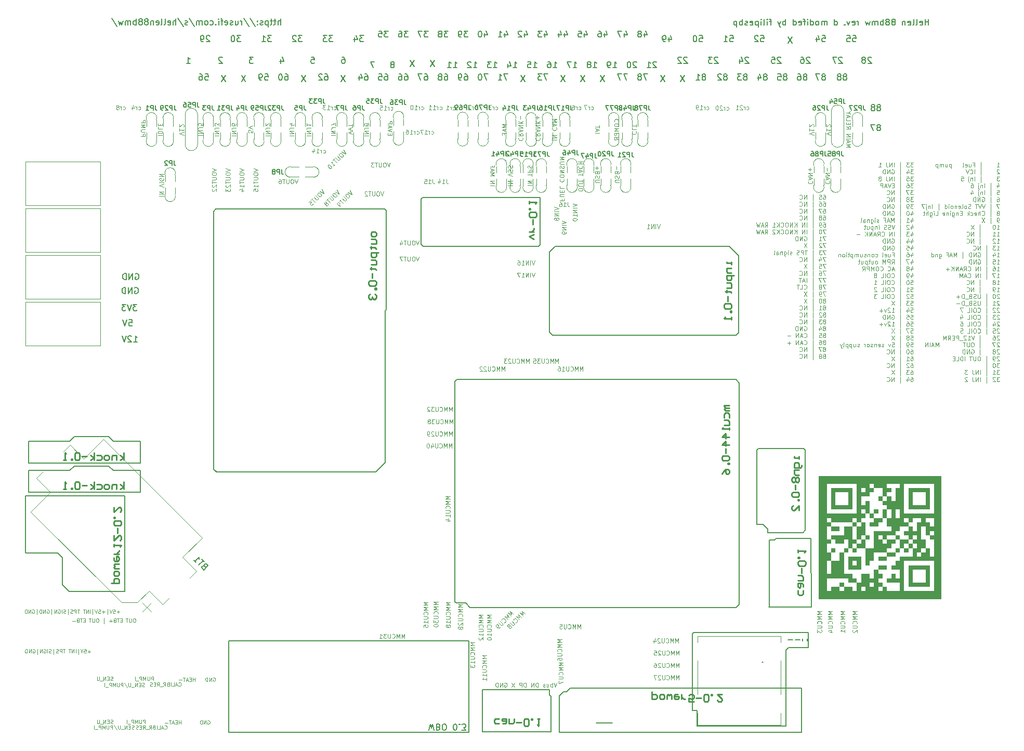
<source format=gbo>
G75*
G70*
%OFA0B0*%
%FSLAX25Y25*%
%IPPOS*%
%LPD*%
%AMOC8*
5,1,8,0,0,1.08239X$1,22.5*
%
%ADD10C,0.00787*%
%ADD113C,0.00591*%
%ADD114C,0.00472*%
%ADD115C,0.00394*%
%ADD116C,0.00500*%
%ADD119C,0.00390*%
%ADD120C,0.00800*%
%ADD122C,0.01000*%
%ADD125C,0.00000*%
X0000000Y0000000D02*
%LPD*%
G01*
D113*
X0263817Y0432354D02*
X0261193Y0428417D01*
X0261193Y0432354D02*
X0263817Y0428417D01*
D115*
X0514859Y0354880D02*
X0514728Y0354748D01*
X0514728Y0354748D02*
X0514597Y0354355D01*
X0514597Y0354355D02*
X0514597Y0354092D01*
X0514597Y0354092D02*
X0514728Y0353698D01*
X0514728Y0353698D02*
X0514991Y0353436D01*
X0514991Y0353436D02*
X0515253Y0353305D01*
X0515253Y0353305D02*
X0515778Y0353174D01*
X0515778Y0353174D02*
X0516172Y0353174D01*
X0516172Y0353174D02*
X0516697Y0353305D01*
X0516697Y0353305D02*
X0516959Y0353436D01*
X0516959Y0353436D02*
X0517222Y0353698D01*
X0517222Y0353698D02*
X0517353Y0354092D01*
X0517353Y0354092D02*
X0517353Y0354355D01*
X0517353Y0354355D02*
X0517222Y0354748D01*
X0517222Y0354748D02*
X0517090Y0354880D01*
X0515384Y0355929D02*
X0515384Y0357242D01*
X0514597Y0355667D02*
X0517353Y0356586D01*
X0517353Y0356586D02*
X0514597Y0357504D01*
X0514597Y0358423D02*
X0517353Y0358423D01*
X0517353Y0358423D02*
X0514597Y0359998D01*
X0514597Y0359998D02*
X0517353Y0359998D01*
X0515647Y0361310D02*
X0515647Y0363410D01*
D113*
X0127803Y0433948D02*
X0127616Y0434135D01*
X0127616Y0434135D02*
X0127241Y0434323D01*
X0127241Y0434323D02*
X0126303Y0434323D01*
X0126303Y0434323D02*
X0125928Y0434135D01*
X0125928Y0434135D02*
X0125741Y0433948D01*
X0125741Y0433948D02*
X0125553Y0433573D01*
X0125553Y0433573D02*
X0125553Y0433198D01*
X0125553Y0433198D02*
X0125741Y0432635D01*
X0125741Y0432635D02*
X0127990Y0430386D01*
X0127990Y0430386D02*
X0125553Y0430386D01*
X0206731Y0422512D02*
X0204106Y0418575D01*
X0204106Y0422512D02*
X0206731Y0418575D01*
D115*
X0118439Y0008747D02*
X0118664Y0008860D01*
X0118664Y0008860D02*
X0119001Y0008860D01*
X0119001Y0008860D02*
X0119338Y0008747D01*
X0119338Y0008747D02*
X0119563Y0008522D01*
X0119563Y0008522D02*
X0119676Y0008297D01*
X0119676Y0008297D02*
X0119788Y0007847D01*
X0119788Y0007847D02*
X0119788Y0007510D01*
X0119788Y0007510D02*
X0119676Y0007060D01*
X0119676Y0007060D02*
X0119563Y0006835D01*
X0119563Y0006835D02*
X0119338Y0006610D01*
X0119338Y0006610D02*
X0119001Y0006498D01*
X0119001Y0006498D02*
X0118776Y0006498D01*
X0118776Y0006498D02*
X0118439Y0006610D01*
X0118439Y0006610D02*
X0118326Y0006723D01*
X0118326Y0006723D02*
X0118326Y0007510D01*
X0118326Y0007510D02*
X0118776Y0007510D01*
X0117314Y0006498D02*
X0117314Y0008860D01*
X0117314Y0008860D02*
X0115964Y0006498D01*
X0115964Y0006498D02*
X0115964Y0008860D01*
X0114839Y0006498D02*
X0114839Y0008860D01*
X0114839Y0008860D02*
X0114277Y0008860D01*
X0114277Y0008860D02*
X0113939Y0008747D01*
X0113939Y0008747D02*
X0113714Y0008522D01*
X0113714Y0008522D02*
X0113602Y0008297D01*
X0113602Y0008297D02*
X0113489Y0007847D01*
X0113489Y0007847D02*
X0113489Y0007510D01*
X0113489Y0007510D02*
X0113602Y0007060D01*
X0113602Y0007060D02*
X0113714Y0006835D01*
X0113714Y0006835D02*
X0113939Y0006610D01*
X0113939Y0006610D02*
X0114277Y0006498D01*
X0114277Y0006498D02*
X0114839Y0006498D01*
X0503836Y0354880D02*
X0503705Y0354748D01*
X0503705Y0354748D02*
X0503573Y0354355D01*
X0503573Y0354355D02*
X0503573Y0354092D01*
X0503573Y0354092D02*
X0503705Y0353698D01*
X0503705Y0353698D02*
X0503967Y0353436D01*
X0503967Y0353436D02*
X0504229Y0353305D01*
X0504229Y0353305D02*
X0504754Y0353174D01*
X0504754Y0353174D02*
X0505148Y0353174D01*
X0505148Y0353174D02*
X0505673Y0353305D01*
X0505673Y0353305D02*
X0505936Y0353436D01*
X0505936Y0353436D02*
X0506198Y0353698D01*
X0506198Y0353698D02*
X0506329Y0354092D01*
X0506329Y0354092D02*
X0506329Y0354355D01*
X0506329Y0354355D02*
X0506198Y0354748D01*
X0506198Y0354748D02*
X0506067Y0354880D01*
X0504361Y0355929D02*
X0504361Y0357242D01*
X0503573Y0355667D02*
X0506329Y0356586D01*
X0506329Y0356586D02*
X0503573Y0357504D01*
X0503573Y0358423D02*
X0506329Y0358423D01*
X0506329Y0358423D02*
X0503573Y0359998D01*
X0503573Y0359998D02*
X0506329Y0359998D01*
X0504623Y0361310D02*
X0504623Y0363410D01*
X0503573Y0362360D02*
X0505673Y0362360D01*
D113*
X0512458Y0448102D02*
X0514333Y0448102D01*
X0514333Y0448102D02*
X0514520Y0446227D01*
X0514520Y0446227D02*
X0514333Y0446415D01*
X0514333Y0446415D02*
X0513958Y0446602D01*
X0513958Y0446602D02*
X0513020Y0446602D01*
X0513020Y0446602D02*
X0512646Y0446415D01*
X0512646Y0446415D02*
X0512458Y0446227D01*
X0512458Y0446227D02*
X0512271Y0445852D01*
X0512271Y0445852D02*
X0512271Y0444915D01*
X0512271Y0444915D02*
X0512458Y0444540D01*
X0512458Y0444540D02*
X0512646Y0444353D01*
X0512646Y0444353D02*
X0513020Y0444165D01*
X0513020Y0444165D02*
X0513958Y0444165D01*
X0513958Y0444165D02*
X0514333Y0444353D01*
X0514333Y0444353D02*
X0514520Y0444540D01*
X0508896Y0446790D02*
X0508896Y0444165D01*
X0509833Y0448290D02*
X0510771Y0445477D01*
X0510771Y0445477D02*
X0508334Y0445477D01*
X0360086Y0449742D02*
X0360086Y0447118D01*
X0361024Y0451242D02*
X0361961Y0448430D01*
X0361961Y0448430D02*
X0359524Y0448430D01*
X0356149Y0451055D02*
X0358024Y0451055D01*
X0358024Y0451055D02*
X0358212Y0449180D01*
X0358212Y0449180D02*
X0358024Y0449368D01*
X0358024Y0449368D02*
X0357649Y0449555D01*
X0357649Y0449555D02*
X0356712Y0449555D01*
X0356712Y0449555D02*
X0356337Y0449368D01*
X0356337Y0449368D02*
X0356149Y0449180D01*
X0356149Y0449180D02*
X0355962Y0448805D01*
X0355962Y0448805D02*
X0355962Y0447868D01*
X0355962Y0447868D02*
X0356149Y0447493D01*
X0356149Y0447493D02*
X0356337Y0447305D01*
X0356337Y0447305D02*
X0356712Y0447118D01*
X0356712Y0447118D02*
X0357649Y0447118D01*
X0357649Y0447118D02*
X0358024Y0447305D01*
X0358024Y0447305D02*
X0358212Y0447493D01*
X0285377Y0451055D02*
X0282940Y0451055D01*
X0282940Y0451055D02*
X0284252Y0449555D01*
X0284252Y0449555D02*
X0283690Y0449555D01*
X0283690Y0449555D02*
X0283315Y0449368D01*
X0283315Y0449368D02*
X0283127Y0449180D01*
X0283127Y0449180D02*
X0282940Y0448805D01*
X0282940Y0448805D02*
X0282940Y0447868D01*
X0282940Y0447868D02*
X0283127Y0447493D01*
X0283127Y0447493D02*
X0283315Y0447305D01*
X0283315Y0447305D02*
X0283690Y0447118D01*
X0283690Y0447118D02*
X0284815Y0447118D01*
X0284815Y0447118D02*
X0285190Y0447305D01*
X0285190Y0447305D02*
X0285377Y0447493D01*
X0281065Y0447118D02*
X0280315Y0447118D01*
X0280315Y0447118D02*
X0279940Y0447305D01*
X0279940Y0447305D02*
X0279753Y0447493D01*
X0279753Y0447493D02*
X0279378Y0448055D01*
X0279378Y0448055D02*
X0279190Y0448805D01*
X0279190Y0448805D02*
X0279190Y0450305D01*
X0279190Y0450305D02*
X0279378Y0450680D01*
X0279378Y0450680D02*
X0279565Y0450867D01*
X0279565Y0450867D02*
X0279940Y0451055D01*
X0279940Y0451055D02*
X0280690Y0451055D01*
X0280690Y0451055D02*
X0281065Y0450867D01*
X0281065Y0450867D02*
X0281253Y0450680D01*
X0281253Y0450680D02*
X0281440Y0450305D01*
X0281440Y0450305D02*
X0281440Y0449368D01*
X0281440Y0449368D02*
X0281253Y0448993D01*
X0281253Y0448993D02*
X0281065Y0448805D01*
X0281065Y0448805D02*
X0280690Y0448618D01*
X0280690Y0448618D02*
X0279940Y0448618D01*
X0279940Y0448618D02*
X0279565Y0448805D01*
X0279565Y0448805D02*
X0279378Y0448993D01*
X0279378Y0448993D02*
X0279190Y0449368D01*
X0251022Y0432354D02*
X0248397Y0428417D01*
X0248397Y0432354D02*
X0251022Y0428417D01*
D115*
X0057584Y0034563D02*
X0057246Y0034450D01*
X0057246Y0034450D02*
X0056684Y0034450D01*
X0056684Y0034450D02*
X0056459Y0034563D01*
X0056459Y0034563D02*
X0056346Y0034675D01*
X0056346Y0034675D02*
X0056234Y0034900D01*
X0056234Y0034900D02*
X0056234Y0035125D01*
X0056234Y0035125D02*
X0056346Y0035350D01*
X0056346Y0035350D02*
X0056459Y0035463D01*
X0056459Y0035463D02*
X0056684Y0035575D01*
X0056684Y0035575D02*
X0057134Y0035688D01*
X0057134Y0035688D02*
X0057359Y0035800D01*
X0057359Y0035800D02*
X0057471Y0035913D01*
X0057471Y0035913D02*
X0057584Y0036138D01*
X0057584Y0036138D02*
X0057584Y0036363D01*
X0057584Y0036363D02*
X0057471Y0036588D01*
X0057471Y0036588D02*
X0057359Y0036700D01*
X0057359Y0036700D02*
X0057134Y0036813D01*
X0057134Y0036813D02*
X0056571Y0036813D01*
X0056571Y0036813D02*
X0056234Y0036700D01*
X0055221Y0035688D02*
X0054434Y0035688D01*
X0054097Y0034450D02*
X0055221Y0034450D01*
X0055221Y0034450D02*
X0055221Y0036813D01*
X0055221Y0036813D02*
X0054097Y0036813D01*
X0053084Y0034450D02*
X0053084Y0036813D01*
X0053084Y0036813D02*
X0051734Y0034450D01*
X0051734Y0034450D02*
X0051734Y0036813D01*
X0051172Y0034225D02*
X0049372Y0034225D01*
X0048810Y0036813D02*
X0048810Y0034900D01*
X0048810Y0034900D02*
X0048697Y0034675D01*
X0048697Y0034675D02*
X0048585Y0034563D01*
X0048585Y0034563D02*
X0048360Y0034450D01*
X0048360Y0034450D02*
X0047910Y0034450D01*
X0047910Y0034450D02*
X0047685Y0034563D01*
X0047685Y0034563D02*
X0047572Y0034675D01*
X0047572Y0034675D02*
X0047460Y0034900D01*
X0047460Y0034900D02*
X0047460Y0036813D01*
X0071560Y0074214D02*
X0071110Y0074214D01*
X0071110Y0074214D02*
X0070885Y0074102D01*
X0070885Y0074102D02*
X0070660Y0073877D01*
X0070660Y0073877D02*
X0070548Y0073427D01*
X0070548Y0073427D02*
X0070548Y0072639D01*
X0070548Y0072639D02*
X0070660Y0072189D01*
X0070660Y0072189D02*
X0070885Y0071964D01*
X0070885Y0071964D02*
X0071110Y0071852D01*
X0071110Y0071852D02*
X0071560Y0071852D01*
X0071560Y0071852D02*
X0071785Y0071964D01*
X0071785Y0071964D02*
X0072010Y0072189D01*
X0072010Y0072189D02*
X0072122Y0072639D01*
X0072122Y0072639D02*
X0072122Y0073427D01*
X0072122Y0073427D02*
X0072010Y0073877D01*
X0072010Y0073877D02*
X0071785Y0074102D01*
X0071785Y0074102D02*
X0071560Y0074214D01*
X0069535Y0074214D02*
X0069535Y0072302D01*
X0069535Y0072302D02*
X0069423Y0072077D01*
X0069423Y0072077D02*
X0069310Y0071964D01*
X0069310Y0071964D02*
X0069085Y0071852D01*
X0069085Y0071852D02*
X0068635Y0071852D01*
X0068635Y0071852D02*
X0068410Y0071964D01*
X0068410Y0071964D02*
X0068298Y0072077D01*
X0068298Y0072077D02*
X0068185Y0072302D01*
X0068185Y0072302D02*
X0068185Y0074214D01*
X0067398Y0074214D02*
X0066048Y0074214D01*
X0066723Y0071852D02*
X0066723Y0074214D01*
X0063461Y0073089D02*
X0062674Y0073089D01*
X0062336Y0071852D02*
X0063461Y0071852D01*
X0063461Y0071852D02*
X0063461Y0074214D01*
X0063461Y0074214D02*
X0062336Y0074214D01*
X0061661Y0074214D02*
X0060311Y0074214D01*
X0060986Y0071852D02*
X0060986Y0074214D01*
X0058737Y0073089D02*
X0058399Y0072977D01*
X0058399Y0072977D02*
X0058287Y0072864D01*
X0058287Y0072864D02*
X0058174Y0072639D01*
X0058174Y0072639D02*
X0058174Y0072302D01*
X0058174Y0072302D02*
X0058287Y0072077D01*
X0058287Y0072077D02*
X0058399Y0071964D01*
X0058399Y0071964D02*
X0058624Y0071852D01*
X0058624Y0071852D02*
X0059524Y0071852D01*
X0059524Y0071852D02*
X0059524Y0074214D01*
X0059524Y0074214D02*
X0058737Y0074214D01*
X0058737Y0074214D02*
X0058512Y0074102D01*
X0058512Y0074102D02*
X0058399Y0073989D01*
X0058399Y0073989D02*
X0058287Y0073764D01*
X0058287Y0073764D02*
X0058287Y0073539D01*
X0058287Y0073539D02*
X0058399Y0073314D01*
X0058399Y0073314D02*
X0058512Y0073202D01*
X0058512Y0073202D02*
X0058737Y0073089D01*
X0058737Y0073089D02*
X0059524Y0073089D01*
X0057162Y0072752D02*
X0055362Y0072752D01*
X0056262Y0071852D02*
X0056262Y0073652D01*
X0051875Y0071064D02*
X0051875Y0074439D01*
X0047938Y0074214D02*
X0047488Y0074214D01*
X0047488Y0074214D02*
X0047263Y0074102D01*
X0047263Y0074102D02*
X0047038Y0073877D01*
X0047038Y0073877D02*
X0046926Y0073427D01*
X0046926Y0073427D02*
X0046926Y0072639D01*
X0046926Y0072639D02*
X0047038Y0072189D01*
X0047038Y0072189D02*
X0047263Y0071964D01*
X0047263Y0071964D02*
X0047488Y0071852D01*
X0047488Y0071852D02*
X0047938Y0071852D01*
X0047938Y0071852D02*
X0048163Y0071964D01*
X0048163Y0071964D02*
X0048388Y0072189D01*
X0048388Y0072189D02*
X0048500Y0072639D01*
X0048500Y0072639D02*
X0048500Y0073427D01*
X0048500Y0073427D02*
X0048388Y0073877D01*
X0048388Y0073877D02*
X0048163Y0074102D01*
X0048163Y0074102D02*
X0047938Y0074214D01*
X0045913Y0074214D02*
X0045913Y0072302D01*
X0045913Y0072302D02*
X0045801Y0072077D01*
X0045801Y0072077D02*
X0045688Y0071964D01*
X0045688Y0071964D02*
X0045463Y0071852D01*
X0045463Y0071852D02*
X0045013Y0071852D01*
X0045013Y0071852D02*
X0044788Y0071964D01*
X0044788Y0071964D02*
X0044676Y0072077D01*
X0044676Y0072077D02*
X0044563Y0072302D01*
X0044563Y0072302D02*
X0044563Y0074214D01*
X0043776Y0074214D02*
X0042426Y0074214D01*
X0043101Y0071852D02*
X0043101Y0074214D01*
X0039839Y0073089D02*
X0039052Y0073089D01*
X0038714Y0071852D02*
X0039839Y0071852D01*
X0039839Y0071852D02*
X0039839Y0074214D01*
X0039839Y0074214D02*
X0038714Y0074214D01*
X0038039Y0074214D02*
X0036689Y0074214D01*
X0037364Y0071852D02*
X0037364Y0074214D01*
X0035115Y0073089D02*
X0034777Y0072977D01*
X0034777Y0072977D02*
X0034665Y0072864D01*
X0034665Y0072864D02*
X0034552Y0072639D01*
X0034552Y0072639D02*
X0034552Y0072302D01*
X0034552Y0072302D02*
X0034665Y0072077D01*
X0034665Y0072077D02*
X0034777Y0071964D01*
X0034777Y0071964D02*
X0035002Y0071852D01*
X0035002Y0071852D02*
X0035902Y0071852D01*
X0035902Y0071852D02*
X0035902Y0074214D01*
X0035902Y0074214D02*
X0035115Y0074214D01*
X0035115Y0074214D02*
X0034890Y0074102D01*
X0034890Y0074102D02*
X0034777Y0073989D01*
X0034777Y0073989D02*
X0034665Y0073764D01*
X0034665Y0073764D02*
X0034665Y0073539D01*
X0034665Y0073539D02*
X0034777Y0073314D01*
X0034777Y0073314D02*
X0034890Y0073202D01*
X0034890Y0073202D02*
X0035115Y0073089D01*
X0035115Y0073089D02*
X0035902Y0073089D01*
X0033540Y0072752D02*
X0031740Y0072752D01*
X0218928Y0384079D02*
X0221684Y0384079D01*
X0218928Y0385391D02*
X0221684Y0385391D01*
X0221684Y0385391D02*
X0218928Y0386966D01*
X0218928Y0386966D02*
X0221684Y0386966D01*
X0221684Y0389066D02*
X0219715Y0389066D01*
X0219715Y0389066D02*
X0219321Y0388935D01*
X0219321Y0388935D02*
X0219059Y0388672D01*
X0219059Y0388672D02*
X0218928Y0388279D01*
X0218928Y0388279D02*
X0218928Y0388016D01*
X0220502Y0390772D02*
X0220634Y0390509D01*
X0220634Y0390509D02*
X0220765Y0390378D01*
X0220765Y0390378D02*
X0221027Y0390247D01*
X0221027Y0390247D02*
X0221159Y0390247D01*
X0221159Y0390247D02*
X0221421Y0390378D01*
X0221421Y0390378D02*
X0221552Y0390509D01*
X0221552Y0390509D02*
X0221684Y0390772D01*
X0221684Y0390772D02*
X0221684Y0391297D01*
X0221684Y0391297D02*
X0221552Y0391559D01*
X0221552Y0391559D02*
X0221421Y0391691D01*
X0221421Y0391691D02*
X0221159Y0391822D01*
X0221159Y0391822D02*
X0221027Y0391822D01*
X0221027Y0391822D02*
X0220765Y0391691D01*
X0220765Y0391691D02*
X0220634Y0391559D01*
X0220634Y0391559D02*
X0220502Y0391297D01*
X0220502Y0391297D02*
X0220502Y0390772D01*
X0220502Y0390772D02*
X0220371Y0390509D01*
X0220371Y0390509D02*
X0220240Y0390378D01*
X0220240Y0390378D02*
X0219978Y0390247D01*
X0219978Y0390247D02*
X0219453Y0390247D01*
X0219453Y0390247D02*
X0219190Y0390378D01*
X0219190Y0390378D02*
X0219059Y0390509D01*
X0219059Y0390509D02*
X0218928Y0390772D01*
X0218928Y0390772D02*
X0218928Y0391297D01*
X0218928Y0391297D02*
X0219059Y0391559D01*
X0219059Y0391559D02*
X0219190Y0391691D01*
X0219190Y0391691D02*
X0219453Y0391822D01*
X0219453Y0391822D02*
X0219978Y0391822D01*
X0219978Y0391822D02*
X0220240Y0391691D01*
X0220240Y0391691D02*
X0220371Y0391559D01*
X0220371Y0391559D02*
X0220502Y0391297D01*
X0077831Y0030626D02*
X0077494Y0030513D01*
X0077494Y0030513D02*
X0076931Y0030513D01*
X0076931Y0030513D02*
X0076706Y0030626D01*
X0076706Y0030626D02*
X0076594Y0030738D01*
X0076594Y0030738D02*
X0076481Y0030963D01*
X0076481Y0030963D02*
X0076481Y0031188D01*
X0076481Y0031188D02*
X0076594Y0031413D01*
X0076594Y0031413D02*
X0076706Y0031526D01*
X0076706Y0031526D02*
X0076931Y0031638D01*
X0076931Y0031638D02*
X0077381Y0031751D01*
X0077381Y0031751D02*
X0077606Y0031863D01*
X0077606Y0031863D02*
X0077719Y0031976D01*
X0077719Y0031976D02*
X0077831Y0032201D01*
X0077831Y0032201D02*
X0077831Y0032426D01*
X0077831Y0032426D02*
X0077719Y0032651D01*
X0077719Y0032651D02*
X0077606Y0032763D01*
X0077606Y0032763D02*
X0077381Y0032875D01*
X0077381Y0032875D02*
X0076819Y0032875D01*
X0076819Y0032875D02*
X0076481Y0032763D01*
X0075469Y0031751D02*
X0074682Y0031751D01*
X0074344Y0030513D02*
X0075469Y0030513D01*
X0075469Y0030513D02*
X0075469Y0032875D01*
X0075469Y0032875D02*
X0074344Y0032875D01*
X0073332Y0030513D02*
X0073332Y0032875D01*
X0073332Y0032875D02*
X0071982Y0030513D01*
X0071982Y0030513D02*
X0071982Y0032875D01*
X0071419Y0030288D02*
X0069620Y0030288D01*
X0069057Y0032875D02*
X0069057Y0030963D01*
X0069057Y0030963D02*
X0068945Y0030738D01*
X0068945Y0030738D02*
X0068832Y0030626D01*
X0068832Y0030626D02*
X0068607Y0030513D01*
X0068607Y0030513D02*
X0068157Y0030513D01*
X0068157Y0030513D02*
X0067932Y0030626D01*
X0067932Y0030626D02*
X0067820Y0030738D01*
X0067820Y0030738D02*
X0067707Y0030963D01*
X0067707Y0030963D02*
X0067707Y0032875D01*
X0064895Y0032988D02*
X0066920Y0029951D01*
X0064108Y0030513D02*
X0064108Y0032875D01*
X0064108Y0032875D02*
X0063208Y0032875D01*
X0063208Y0032875D02*
X0062983Y0032763D01*
X0062983Y0032763D02*
X0062871Y0032651D01*
X0062871Y0032651D02*
X0062758Y0032426D01*
X0062758Y0032426D02*
X0062758Y0032088D01*
X0062758Y0032088D02*
X0062871Y0031863D01*
X0062871Y0031863D02*
X0062983Y0031751D01*
X0062983Y0031751D02*
X0063208Y0031638D01*
X0063208Y0031638D02*
X0064108Y0031638D01*
X0061746Y0032875D02*
X0061746Y0030963D01*
X0061746Y0030963D02*
X0061633Y0030738D01*
X0061633Y0030738D02*
X0061521Y0030626D01*
X0061521Y0030626D02*
X0061296Y0030513D01*
X0061296Y0030513D02*
X0060846Y0030513D01*
X0060846Y0030513D02*
X0060621Y0030626D01*
X0060621Y0030626D02*
X0060508Y0030738D01*
X0060508Y0030738D02*
X0060396Y0030963D01*
X0060396Y0030963D02*
X0060396Y0032875D01*
X0059271Y0030513D02*
X0059271Y0032875D01*
X0059271Y0032875D02*
X0058484Y0031188D01*
X0058484Y0031188D02*
X0057696Y0032875D01*
X0057696Y0032875D02*
X0057696Y0030513D01*
X0056571Y0030513D02*
X0056571Y0032875D01*
X0056571Y0032875D02*
X0055671Y0032875D01*
X0055671Y0032875D02*
X0055446Y0032763D01*
X0055446Y0032763D02*
X0055334Y0032651D01*
X0055334Y0032651D02*
X0055221Y0032426D01*
X0055221Y0032426D02*
X0055221Y0032088D01*
X0055221Y0032088D02*
X0055334Y0031863D01*
X0055334Y0031863D02*
X0055446Y0031751D01*
X0055446Y0031751D02*
X0055671Y0031638D01*
X0055671Y0031638D02*
X0056571Y0031638D01*
X0054772Y0030288D02*
X0052972Y0030288D01*
X0052409Y0030513D02*
X0052409Y0032875D01*
D113*
X0489164Y0421808D02*
X0489539Y0421996D01*
X0489539Y0421996D02*
X0489727Y0422183D01*
X0489727Y0422183D02*
X0489914Y0422558D01*
X0489914Y0422558D02*
X0489914Y0422746D01*
X0489914Y0422746D02*
X0489727Y0423121D01*
X0489727Y0423121D02*
X0489539Y0423308D01*
X0489539Y0423308D02*
X0489164Y0423496D01*
X0489164Y0423496D02*
X0488414Y0423496D01*
X0488414Y0423496D02*
X0488039Y0423308D01*
X0488039Y0423308D02*
X0487852Y0423121D01*
X0487852Y0423121D02*
X0487664Y0422746D01*
X0487664Y0422746D02*
X0487664Y0422558D01*
X0487664Y0422558D02*
X0487852Y0422183D01*
X0487852Y0422183D02*
X0488039Y0421996D01*
X0488039Y0421996D02*
X0488414Y0421808D01*
X0488414Y0421808D02*
X0489164Y0421808D01*
X0489164Y0421808D02*
X0489539Y0421621D01*
X0489539Y0421621D02*
X0489727Y0421434D01*
X0489727Y0421434D02*
X0489914Y0421059D01*
X0489914Y0421059D02*
X0489914Y0420309D01*
X0489914Y0420309D02*
X0489727Y0419934D01*
X0489727Y0419934D02*
X0489539Y0419746D01*
X0489539Y0419746D02*
X0489164Y0419559D01*
X0489164Y0419559D02*
X0488414Y0419559D01*
X0488414Y0419559D02*
X0488039Y0419746D01*
X0488039Y0419746D02*
X0487852Y0419934D01*
X0487852Y0419934D02*
X0487664Y0420309D01*
X0487664Y0420309D02*
X0487664Y0421059D01*
X0487664Y0421059D02*
X0487852Y0421434D01*
X0487852Y0421434D02*
X0488039Y0421621D01*
X0488039Y0421621D02*
X0488414Y0421808D01*
X0484102Y0423496D02*
X0485977Y0423496D01*
X0485977Y0423496D02*
X0486164Y0421621D01*
X0486164Y0421621D02*
X0485977Y0421808D01*
X0485977Y0421808D02*
X0485602Y0421996D01*
X0485602Y0421996D02*
X0484665Y0421996D01*
X0484665Y0421996D02*
X0484290Y0421808D01*
X0484290Y0421808D02*
X0484102Y0421621D01*
X0484102Y0421621D02*
X0483915Y0421246D01*
X0483915Y0421246D02*
X0483915Y0420309D01*
X0483915Y0420309D02*
X0484102Y0419934D01*
X0484102Y0419934D02*
X0484290Y0419746D01*
X0484290Y0419746D02*
X0484665Y0419559D01*
X0484665Y0419559D02*
X0485602Y0419559D01*
X0485602Y0419559D02*
X0485977Y0419746D01*
X0485977Y0419746D02*
X0486164Y0419934D01*
X0301641Y0427433D02*
X0303890Y0427433D01*
X0302766Y0427433D02*
X0302766Y0431370D01*
X0302766Y0431370D02*
X0303140Y0430807D01*
X0303140Y0430807D02*
X0303515Y0430432D01*
X0303515Y0430432D02*
X0303890Y0430245D01*
X0300328Y0431370D02*
X0297891Y0431370D01*
X0297891Y0431370D02*
X0299203Y0429870D01*
X0299203Y0429870D02*
X0298641Y0429870D01*
X0298641Y0429870D02*
X0298266Y0429683D01*
X0298266Y0429683D02*
X0298079Y0429495D01*
X0298079Y0429495D02*
X0297891Y0429120D01*
X0297891Y0429120D02*
X0297891Y0428183D01*
X0297891Y0428183D02*
X0298079Y0427808D01*
X0298079Y0427808D02*
X0298266Y0427620D01*
X0298266Y0427620D02*
X0298641Y0427433D01*
X0298641Y0427433D02*
X0299766Y0427433D01*
X0299766Y0427433D02*
X0300141Y0427620D01*
X0300141Y0427620D02*
X0300328Y0427808D01*
X0181140Y0422512D02*
X0178515Y0418575D01*
X0178515Y0422512D02*
X0181140Y0418575D01*
D115*
X0075621Y0383554D02*
X0078376Y0383554D01*
X0078376Y0383554D02*
X0078376Y0384604D01*
X0078376Y0384604D02*
X0078245Y0384866D01*
X0078245Y0384866D02*
X0078114Y0384998D01*
X0078114Y0384998D02*
X0077852Y0385129D01*
X0077852Y0385129D02*
X0077458Y0385129D01*
X0077458Y0385129D02*
X0077195Y0384998D01*
X0077195Y0384998D02*
X0077064Y0384866D01*
X0077064Y0384866D02*
X0076933Y0384604D01*
X0076933Y0384604D02*
X0076933Y0383554D01*
X0078376Y0386310D02*
X0076145Y0386310D01*
X0076145Y0386310D02*
X0075883Y0386441D01*
X0075883Y0386441D02*
X0075752Y0386572D01*
X0075752Y0386572D02*
X0075621Y0386835D01*
X0075621Y0386835D02*
X0075621Y0387360D01*
X0075621Y0387360D02*
X0075752Y0387622D01*
X0075752Y0387622D02*
X0075883Y0387754D01*
X0075883Y0387754D02*
X0076145Y0387885D01*
X0076145Y0387885D02*
X0078376Y0387885D01*
X0075621Y0389197D02*
X0078376Y0389197D01*
X0078376Y0389197D02*
X0076408Y0390116D01*
X0076408Y0390116D02*
X0078376Y0391034D01*
X0078376Y0391034D02*
X0075621Y0391034D01*
X0075621Y0392347D02*
X0078376Y0392347D01*
X0078376Y0392347D02*
X0078376Y0393397D01*
X0078376Y0393397D02*
X0078245Y0393659D01*
X0078245Y0393659D02*
X0078114Y0393790D01*
X0078114Y0393790D02*
X0077852Y0393922D01*
X0077852Y0393922D02*
X0077458Y0393922D01*
X0077458Y0393922D02*
X0077195Y0393790D01*
X0077195Y0393790D02*
X0077064Y0393659D01*
X0077064Y0393659D02*
X0076933Y0393397D01*
X0076933Y0393397D02*
X0076933Y0392347D01*
D113*
X0116789Y0423496D02*
X0118664Y0423496D01*
X0118664Y0423496D02*
X0118851Y0421621D01*
X0118851Y0421621D02*
X0118664Y0421808D01*
X0118664Y0421808D02*
X0118289Y0421996D01*
X0118289Y0421996D02*
X0117351Y0421996D01*
X0117351Y0421996D02*
X0116976Y0421808D01*
X0116976Y0421808D02*
X0116789Y0421621D01*
X0116789Y0421621D02*
X0116601Y0421246D01*
X0116601Y0421246D02*
X0116601Y0420309D01*
X0116601Y0420309D02*
X0116789Y0419934D01*
X0116789Y0419934D02*
X0116976Y0419746D01*
X0116976Y0419746D02*
X0117351Y0419559D01*
X0117351Y0419559D02*
X0118289Y0419559D01*
X0118289Y0419559D02*
X0118664Y0419746D01*
X0118664Y0419746D02*
X0118851Y0419934D01*
X0113227Y0423496D02*
X0113977Y0423496D01*
X0113977Y0423496D02*
X0114352Y0423308D01*
X0114352Y0423308D02*
X0114539Y0423121D01*
X0114539Y0423121D02*
X0114914Y0422558D01*
X0114914Y0422558D02*
X0115101Y0421808D01*
X0115101Y0421808D02*
X0115101Y0420309D01*
X0115101Y0420309D02*
X0114914Y0419934D01*
X0114914Y0419934D02*
X0114727Y0419746D01*
X0114727Y0419746D02*
X0114352Y0419559D01*
X0114352Y0419559D02*
X0113602Y0419559D01*
X0113602Y0419559D02*
X0113227Y0419746D01*
X0113227Y0419746D02*
X0113039Y0419934D01*
X0113039Y0419934D02*
X0112852Y0420309D01*
X0112852Y0420309D02*
X0112852Y0421246D01*
X0112852Y0421246D02*
X0113039Y0421621D01*
X0113039Y0421621D02*
X0113227Y0421808D01*
X0113227Y0421808D02*
X0113602Y0421996D01*
X0113602Y0421996D02*
X0114352Y0421996D01*
X0114352Y0421996D02*
X0114727Y0421808D01*
X0114727Y0421808D02*
X0114914Y0421621D01*
X0114914Y0421621D02*
X0115101Y0421246D01*
D115*
X0323652Y0352154D02*
X0326408Y0352154D01*
X0323652Y0353466D02*
X0326408Y0353466D01*
X0326408Y0353466D02*
X0323652Y0355041D01*
X0323652Y0355041D02*
X0326408Y0355041D01*
X0326408Y0358060D02*
X0326408Y0359634D01*
X0323652Y0358847D02*
X0326408Y0358847D01*
X0323652Y0360553D02*
X0326408Y0360553D01*
X0326408Y0360553D02*
X0326408Y0361603D01*
X0326408Y0361603D02*
X0326277Y0361865D01*
X0326277Y0361865D02*
X0326145Y0361997D01*
X0326145Y0361997D02*
X0325883Y0362128D01*
X0325883Y0362128D02*
X0325489Y0362128D01*
X0325489Y0362128D02*
X0325227Y0361997D01*
X0325227Y0361997D02*
X0325096Y0361865D01*
X0325096Y0361865D02*
X0324964Y0361603D01*
X0324964Y0361603D02*
X0324964Y0360553D01*
X0323783Y0363178D02*
X0323652Y0363571D01*
X0323652Y0363571D02*
X0323652Y0364227D01*
X0323652Y0364227D02*
X0323783Y0364490D01*
X0323783Y0364490D02*
X0323915Y0364621D01*
X0323915Y0364621D02*
X0324177Y0364752D01*
X0324177Y0364752D02*
X0324439Y0364752D01*
X0324439Y0364752D02*
X0324702Y0364621D01*
X0324702Y0364621D02*
X0324833Y0364490D01*
X0324833Y0364490D02*
X0324964Y0364227D01*
X0324964Y0364227D02*
X0325096Y0363703D01*
X0325096Y0363703D02*
X0325227Y0363440D01*
X0325227Y0363440D02*
X0325358Y0363309D01*
X0325358Y0363309D02*
X0325621Y0363178D01*
X0325621Y0363178D02*
X0325883Y0363178D01*
X0325883Y0363178D02*
X0326145Y0363309D01*
X0326145Y0363309D02*
X0326277Y0363440D01*
X0326277Y0363440D02*
X0326408Y0363703D01*
X0326408Y0363703D02*
X0326408Y0364359D01*
X0326408Y0364359D02*
X0326277Y0364752D01*
D113*
X0549120Y0389375D02*
X0549495Y0389562D01*
X0549495Y0389562D02*
X0549683Y0389750D01*
X0549683Y0389750D02*
X0549870Y0390125D01*
X0549870Y0390125D02*
X0549870Y0390312D01*
X0549870Y0390312D02*
X0549683Y0390687D01*
X0549683Y0390687D02*
X0549495Y0390874D01*
X0549495Y0390874D02*
X0549120Y0391062D01*
X0549120Y0391062D02*
X0548371Y0391062D01*
X0548371Y0391062D02*
X0547996Y0390874D01*
X0547996Y0390874D02*
X0547808Y0390687D01*
X0547808Y0390687D02*
X0547621Y0390312D01*
X0547621Y0390312D02*
X0547621Y0390125D01*
X0547621Y0390125D02*
X0547808Y0389750D01*
X0547808Y0389750D02*
X0547996Y0389562D01*
X0547996Y0389562D02*
X0548371Y0389375D01*
X0548371Y0389375D02*
X0549120Y0389375D01*
X0549120Y0389375D02*
X0549495Y0389187D01*
X0549495Y0389187D02*
X0549683Y0389000D01*
X0549683Y0389000D02*
X0549870Y0388625D01*
X0549870Y0388625D02*
X0549870Y0387875D01*
X0549870Y0387875D02*
X0549683Y0387500D01*
X0549683Y0387500D02*
X0549495Y0387312D01*
X0549495Y0387312D02*
X0549120Y0387125D01*
X0549120Y0387125D02*
X0548371Y0387125D01*
X0548371Y0387125D02*
X0547996Y0387312D01*
X0547996Y0387312D02*
X0547808Y0387500D01*
X0547808Y0387500D02*
X0547621Y0387875D01*
X0547621Y0387875D02*
X0547621Y0388625D01*
X0547621Y0388625D02*
X0547808Y0389000D01*
X0547808Y0389000D02*
X0547996Y0389187D01*
X0547996Y0389187D02*
X0548371Y0389375D01*
X0546308Y0391062D02*
X0543684Y0391062D01*
X0543684Y0391062D02*
X0545371Y0387125D01*
X0544048Y0433948D02*
X0543860Y0434135D01*
X0543860Y0434135D02*
X0543485Y0434323D01*
X0543485Y0434323D02*
X0542548Y0434323D01*
X0542548Y0434323D02*
X0542173Y0434135D01*
X0542173Y0434135D02*
X0541986Y0433948D01*
X0541986Y0433948D02*
X0541798Y0433573D01*
X0541798Y0433573D02*
X0541798Y0433198D01*
X0541798Y0433198D02*
X0541986Y0432635D01*
X0541986Y0432635D02*
X0544235Y0430386D01*
X0544235Y0430386D02*
X0541798Y0430386D01*
X0539548Y0432635D02*
X0539923Y0432823D01*
X0539923Y0432823D02*
X0540111Y0433010D01*
X0540111Y0433010D02*
X0540298Y0433385D01*
X0540298Y0433385D02*
X0540298Y0433573D01*
X0540298Y0433573D02*
X0540111Y0433948D01*
X0540111Y0433948D02*
X0539923Y0434135D01*
X0539923Y0434135D02*
X0539548Y0434323D01*
X0539548Y0434323D02*
X0538799Y0434323D01*
X0538799Y0434323D02*
X0538424Y0434135D01*
X0538424Y0434135D02*
X0538236Y0433948D01*
X0538236Y0433948D02*
X0538049Y0433573D01*
X0538049Y0433573D02*
X0538049Y0433385D01*
X0538049Y0433385D02*
X0538236Y0433010D01*
X0538236Y0433010D02*
X0538424Y0432823D01*
X0538424Y0432823D02*
X0538799Y0432635D01*
X0538799Y0432635D02*
X0539548Y0432635D01*
X0539548Y0432635D02*
X0539923Y0432448D01*
X0539923Y0432448D02*
X0540111Y0432260D01*
X0540111Y0432260D02*
X0540298Y0431885D01*
X0540298Y0431885D02*
X0540298Y0431135D01*
X0540298Y0431135D02*
X0540111Y0430760D01*
X0540111Y0430760D02*
X0539923Y0430573D01*
X0539923Y0430573D02*
X0539548Y0430386D01*
X0539548Y0430386D02*
X0538799Y0430386D01*
X0538799Y0430386D02*
X0538424Y0430573D01*
X0538424Y0430573D02*
X0538236Y0430760D01*
X0538236Y0430760D02*
X0538049Y0431135D01*
X0538049Y0431135D02*
X0538049Y0431885D01*
X0538049Y0431885D02*
X0538236Y0432260D01*
X0538236Y0432260D02*
X0538424Y0432448D01*
X0538424Y0432448D02*
X0538799Y0432635D01*
X0234196Y0451055D02*
X0231759Y0451055D01*
X0231759Y0451055D02*
X0233071Y0449555D01*
X0233071Y0449555D02*
X0232509Y0449555D01*
X0232509Y0449555D02*
X0232134Y0449368D01*
X0232134Y0449368D02*
X0231946Y0449180D01*
X0231946Y0449180D02*
X0231759Y0448805D01*
X0231759Y0448805D02*
X0231759Y0447868D01*
X0231759Y0447868D02*
X0231946Y0447493D01*
X0231946Y0447493D02*
X0232134Y0447305D01*
X0232134Y0447305D02*
X0232509Y0447118D01*
X0232509Y0447118D02*
X0233634Y0447118D01*
X0233634Y0447118D02*
X0234008Y0447305D01*
X0234008Y0447305D02*
X0234196Y0447493D01*
X0228197Y0451055D02*
X0230071Y0451055D01*
X0230071Y0451055D02*
X0230259Y0449180D01*
X0230259Y0449180D02*
X0230071Y0449368D01*
X0230071Y0449368D02*
X0229697Y0449555D01*
X0229697Y0449555D02*
X0228759Y0449555D01*
X0228759Y0449555D02*
X0228384Y0449368D01*
X0228384Y0449368D02*
X0228197Y0449180D01*
X0228197Y0449180D02*
X0228009Y0448805D01*
X0228009Y0448805D02*
X0228009Y0447868D01*
X0228009Y0447868D02*
X0228197Y0447493D01*
X0228197Y0447493D02*
X0228384Y0447305D01*
X0228384Y0447305D02*
X0228759Y0447118D01*
X0228759Y0447118D02*
X0229697Y0447118D01*
X0229697Y0447118D02*
X0230071Y0447305D01*
X0230071Y0447305D02*
X0230259Y0447493D01*
D115*
X0382313Y0353961D02*
X0380082Y0353961D01*
X0380082Y0353961D02*
X0379820Y0354092D01*
X0379820Y0354092D02*
X0379689Y0354223D01*
X0379689Y0354223D02*
X0379558Y0354486D01*
X0379558Y0354486D02*
X0379558Y0355011D01*
X0379558Y0355011D02*
X0379689Y0355273D01*
X0379689Y0355273D02*
X0379820Y0355405D01*
X0379820Y0355405D02*
X0380082Y0355536D01*
X0380082Y0355536D02*
X0382313Y0355536D01*
X0379689Y0356717D02*
X0379558Y0357111D01*
X0379558Y0357111D02*
X0379558Y0357767D01*
X0379558Y0357767D02*
X0379689Y0358029D01*
X0379689Y0358029D02*
X0379820Y0358160D01*
X0379820Y0358160D02*
X0380082Y0358292D01*
X0380082Y0358292D02*
X0380345Y0358292D01*
X0380345Y0358292D02*
X0380607Y0358160D01*
X0380607Y0358160D02*
X0380739Y0358029D01*
X0380739Y0358029D02*
X0380870Y0357767D01*
X0380870Y0357767D02*
X0381001Y0357242D01*
X0381001Y0357242D02*
X0381132Y0356979D01*
X0381132Y0356979D02*
X0381264Y0356848D01*
X0381264Y0356848D02*
X0381526Y0356717D01*
X0381526Y0356717D02*
X0381789Y0356717D01*
X0381789Y0356717D02*
X0382051Y0356848D01*
X0382051Y0356848D02*
X0382182Y0356979D01*
X0382182Y0356979D02*
X0382313Y0357242D01*
X0382313Y0357242D02*
X0382313Y0357898D01*
X0382313Y0357898D02*
X0382182Y0358292D01*
X0381001Y0360391D02*
X0380870Y0360785D01*
X0380870Y0360785D02*
X0380739Y0360916D01*
X0380739Y0360916D02*
X0380476Y0361048D01*
X0380476Y0361048D02*
X0380082Y0361048D01*
X0380082Y0361048D02*
X0379820Y0360916D01*
X0379820Y0360916D02*
X0379689Y0360785D01*
X0379689Y0360785D02*
X0379558Y0360523D01*
X0379558Y0360523D02*
X0379558Y0359473D01*
X0379558Y0359473D02*
X0382313Y0359473D01*
X0382313Y0359473D02*
X0382313Y0360391D01*
X0382313Y0360391D02*
X0382182Y0360654D01*
X0382182Y0360654D02*
X0382051Y0360785D01*
X0382051Y0360785D02*
X0381789Y0360916D01*
X0381789Y0360916D02*
X0381526Y0360916D01*
X0381526Y0360916D02*
X0381264Y0360785D01*
X0381264Y0360785D02*
X0381132Y0360654D01*
X0381132Y0360654D02*
X0381001Y0360391D01*
X0381001Y0360391D02*
X0381001Y0359473D01*
X0380607Y0362229D02*
X0380607Y0364328D01*
X0299636Y0351961D02*
X0302392Y0351961D01*
X0299636Y0353273D02*
X0302392Y0353273D01*
X0302392Y0353273D02*
X0299636Y0354848D01*
X0299636Y0354848D02*
X0302392Y0354848D01*
X0299636Y0358260D02*
X0302392Y0358260D01*
X0302392Y0358260D02*
X0300424Y0359179D01*
X0300424Y0359179D02*
X0302392Y0360097D01*
X0302392Y0360097D02*
X0299636Y0360097D01*
X0300424Y0361278D02*
X0300424Y0362591D01*
X0299636Y0361016D02*
X0302392Y0361934D01*
X0302392Y0361934D02*
X0299636Y0362853D01*
X0301080Y0364690D02*
X0301080Y0363772D01*
X0299636Y0363772D02*
X0302392Y0363772D01*
X0302392Y0363772D02*
X0302392Y0365084D01*
D113*
X0225431Y0431370D02*
X0222807Y0431370D01*
X0222807Y0431370D02*
X0224494Y0427433D01*
X0513770Y0421808D02*
X0514145Y0421996D01*
X0514145Y0421996D02*
X0514333Y0422183D01*
X0514333Y0422183D02*
X0514520Y0422558D01*
X0514520Y0422558D02*
X0514520Y0422746D01*
X0514520Y0422746D02*
X0514333Y0423121D01*
X0514333Y0423121D02*
X0514145Y0423308D01*
X0514145Y0423308D02*
X0513770Y0423496D01*
X0513770Y0423496D02*
X0513020Y0423496D01*
X0513020Y0423496D02*
X0512646Y0423308D01*
X0512646Y0423308D02*
X0512458Y0423121D01*
X0512458Y0423121D02*
X0512271Y0422746D01*
X0512271Y0422746D02*
X0512271Y0422558D01*
X0512271Y0422558D02*
X0512458Y0422183D01*
X0512458Y0422183D02*
X0512646Y0421996D01*
X0512646Y0421996D02*
X0513020Y0421808D01*
X0513020Y0421808D02*
X0513770Y0421808D01*
X0513770Y0421808D02*
X0514145Y0421621D01*
X0514145Y0421621D02*
X0514333Y0421434D01*
X0514333Y0421434D02*
X0514520Y0421059D01*
X0514520Y0421059D02*
X0514520Y0420309D01*
X0514520Y0420309D02*
X0514333Y0419934D01*
X0514333Y0419934D02*
X0514145Y0419746D01*
X0514145Y0419746D02*
X0513770Y0419559D01*
X0513770Y0419559D02*
X0513020Y0419559D01*
X0513020Y0419559D02*
X0512646Y0419746D01*
X0512646Y0419746D02*
X0512458Y0419934D01*
X0512458Y0419934D02*
X0512271Y0420309D01*
X0512271Y0420309D02*
X0512271Y0421059D01*
X0512271Y0421059D02*
X0512458Y0421434D01*
X0512458Y0421434D02*
X0512646Y0421621D01*
X0512646Y0421621D02*
X0513020Y0421808D01*
X0510958Y0423496D02*
X0508334Y0423496D01*
X0508334Y0423496D02*
X0510021Y0419559D01*
D115*
X0507117Y0384342D02*
X0504361Y0385260D01*
X0504361Y0385260D02*
X0507117Y0386179D01*
X0504361Y0388541D02*
X0504361Y0386966D01*
X0504361Y0387754D02*
X0507117Y0387754D01*
X0507117Y0387754D02*
X0506723Y0387491D01*
X0506723Y0387491D02*
X0506460Y0387229D01*
X0506460Y0387229D02*
X0506329Y0386966D01*
X0506854Y0389591D02*
X0506985Y0389722D01*
X0506985Y0389722D02*
X0507117Y0389985D01*
X0507117Y0389985D02*
X0507117Y0390641D01*
X0507117Y0390641D02*
X0506985Y0390903D01*
X0506985Y0390903D02*
X0506854Y0391034D01*
X0506854Y0391034D02*
X0506592Y0391166D01*
X0506592Y0391166D02*
X0506329Y0391166D01*
X0506329Y0391166D02*
X0505936Y0391034D01*
X0505936Y0391034D02*
X0504361Y0389460D01*
X0504361Y0389460D02*
X0504361Y0391166D01*
D113*
X0179078Y0448102D02*
X0176641Y0448102D01*
X0176641Y0448102D02*
X0177953Y0446602D01*
X0177953Y0446602D02*
X0177391Y0446602D01*
X0177391Y0446602D02*
X0177016Y0446415D01*
X0177016Y0446415D02*
X0176828Y0446227D01*
X0176828Y0446227D02*
X0176641Y0445852D01*
X0176641Y0445852D02*
X0176641Y0444915D01*
X0176641Y0444915D02*
X0176828Y0444540D01*
X0176828Y0444540D02*
X0177016Y0444353D01*
X0177016Y0444353D02*
X0177391Y0444165D01*
X0177391Y0444165D02*
X0178515Y0444165D01*
X0178515Y0444165D02*
X0178890Y0444353D01*
X0178890Y0444353D02*
X0179078Y0444540D01*
X0175141Y0447727D02*
X0174953Y0447915D01*
X0174953Y0447915D02*
X0174578Y0448102D01*
X0174578Y0448102D02*
X0173641Y0448102D01*
X0173641Y0448102D02*
X0173266Y0447915D01*
X0173266Y0447915D02*
X0173079Y0447727D01*
X0173079Y0447727D02*
X0172891Y0447352D01*
X0172891Y0447352D02*
X0172891Y0446977D01*
X0172891Y0446977D02*
X0173079Y0446415D01*
X0173079Y0446415D02*
X0175328Y0444165D01*
X0175328Y0444165D02*
X0172891Y0444165D01*
D115*
X0112424Y0384344D02*
X0115180Y0384344D01*
X0112424Y0385656D02*
X0115180Y0385656D01*
X0115180Y0385656D02*
X0112424Y0387231D01*
X0112424Y0387231D02*
X0115180Y0387231D01*
X0115180Y0389330D02*
X0113211Y0389330D01*
X0113211Y0389330D02*
X0112818Y0389199D01*
X0112818Y0389199D02*
X0112555Y0388937D01*
X0112555Y0388937D02*
X0112424Y0388543D01*
X0112424Y0388543D02*
X0112424Y0388281D01*
X0115180Y0391955D02*
X0115180Y0390643D01*
X0115180Y0390643D02*
X0113867Y0390512D01*
X0113867Y0390512D02*
X0113999Y0390643D01*
X0113999Y0390643D02*
X0114130Y0390905D01*
X0114130Y0390905D02*
X0114130Y0391561D01*
X0114130Y0391561D02*
X0113999Y0391824D01*
X0113999Y0391824D02*
X0113867Y0391955D01*
X0113867Y0391955D02*
X0113605Y0392086D01*
X0113605Y0392086D02*
X0112949Y0392086D01*
X0112949Y0392086D02*
X0112686Y0391955D01*
X0112686Y0391955D02*
X0112555Y0391824D01*
X0112555Y0391824D02*
X0112424Y0391561D01*
X0112424Y0391561D02*
X0112424Y0390905D01*
X0112424Y0390905D02*
X0112555Y0390643D01*
X0112555Y0390643D02*
X0112686Y0390512D01*
D113*
X0476369Y0421808D02*
X0476744Y0421996D01*
X0476744Y0421996D02*
X0476931Y0422183D01*
X0476931Y0422183D02*
X0477119Y0422558D01*
X0477119Y0422558D02*
X0477119Y0422746D01*
X0477119Y0422746D02*
X0476931Y0423121D01*
X0476931Y0423121D02*
X0476744Y0423308D01*
X0476744Y0423308D02*
X0476369Y0423496D01*
X0476369Y0423496D02*
X0475619Y0423496D01*
X0475619Y0423496D02*
X0475244Y0423308D01*
X0475244Y0423308D02*
X0475056Y0423121D01*
X0475056Y0423121D02*
X0474869Y0422746D01*
X0474869Y0422746D02*
X0474869Y0422558D01*
X0474869Y0422558D02*
X0475056Y0422183D01*
X0475056Y0422183D02*
X0475244Y0421996D01*
X0475244Y0421996D02*
X0475619Y0421808D01*
X0475619Y0421808D02*
X0476369Y0421808D01*
X0476369Y0421808D02*
X0476744Y0421621D01*
X0476744Y0421621D02*
X0476931Y0421434D01*
X0476931Y0421434D02*
X0477119Y0421059D01*
X0477119Y0421059D02*
X0477119Y0420309D01*
X0477119Y0420309D02*
X0476931Y0419934D01*
X0476931Y0419934D02*
X0476744Y0419746D01*
X0476744Y0419746D02*
X0476369Y0419559D01*
X0476369Y0419559D02*
X0475619Y0419559D01*
X0475619Y0419559D02*
X0475244Y0419746D01*
X0475244Y0419746D02*
X0475056Y0419934D01*
X0475056Y0419934D02*
X0474869Y0420309D01*
X0474869Y0420309D02*
X0474869Y0421059D01*
X0474869Y0421059D02*
X0475056Y0421434D01*
X0475056Y0421434D02*
X0475244Y0421621D01*
X0475244Y0421621D02*
X0475619Y0421808D01*
X0471494Y0422183D02*
X0471494Y0419559D01*
X0472432Y0423683D02*
X0473369Y0420871D01*
X0473369Y0420871D02*
X0470932Y0420871D01*
D115*
X0235332Y0384342D02*
X0235332Y0385260D01*
X0233888Y0385654D02*
X0233888Y0384342D01*
X0233888Y0384342D02*
X0236644Y0384342D01*
X0236644Y0384342D02*
X0236644Y0385654D01*
X0236644Y0386441D02*
X0233888Y0387360D01*
X0233888Y0387360D02*
X0236644Y0388279D01*
X0234676Y0389066D02*
X0234676Y0390378D01*
X0233888Y0388803D02*
X0236644Y0389722D01*
X0236644Y0389722D02*
X0233888Y0390641D01*
X0233888Y0391559D02*
X0236644Y0391559D01*
X0236644Y0391559D02*
X0236644Y0392609D01*
X0236644Y0392609D02*
X0236513Y0392872D01*
X0236513Y0392872D02*
X0236382Y0393003D01*
X0236382Y0393003D02*
X0236119Y0393134D01*
X0236119Y0393134D02*
X0235726Y0393134D01*
X0235726Y0393134D02*
X0235463Y0393003D01*
X0235463Y0393003D02*
X0235332Y0392872D01*
X0235332Y0392872D02*
X0235201Y0392609D01*
X0235201Y0392609D02*
X0235201Y0391559D01*
D113*
X0272582Y0451055D02*
X0270145Y0451055D01*
X0270145Y0451055D02*
X0271457Y0449555D01*
X0271457Y0449555D02*
X0270895Y0449555D01*
X0270895Y0449555D02*
X0270520Y0449368D01*
X0270520Y0449368D02*
X0270332Y0449180D01*
X0270332Y0449180D02*
X0270145Y0448805D01*
X0270145Y0448805D02*
X0270145Y0447868D01*
X0270145Y0447868D02*
X0270332Y0447493D01*
X0270332Y0447493D02*
X0270520Y0447305D01*
X0270520Y0447305D02*
X0270895Y0447118D01*
X0270895Y0447118D02*
X0272019Y0447118D01*
X0272019Y0447118D02*
X0272394Y0447305D01*
X0272394Y0447305D02*
X0272582Y0447493D01*
X0267895Y0449368D02*
X0268270Y0449555D01*
X0268270Y0449555D02*
X0268457Y0449742D01*
X0268457Y0449742D02*
X0268645Y0450117D01*
X0268645Y0450117D02*
X0268645Y0450305D01*
X0268645Y0450305D02*
X0268457Y0450680D01*
X0268457Y0450680D02*
X0268270Y0450867D01*
X0268270Y0450867D02*
X0267895Y0451055D01*
X0267895Y0451055D02*
X0267145Y0451055D01*
X0267145Y0451055D02*
X0266770Y0450867D01*
X0266770Y0450867D02*
X0266583Y0450680D01*
X0266583Y0450680D02*
X0266395Y0450305D01*
X0266395Y0450305D02*
X0266395Y0450117D01*
X0266395Y0450117D02*
X0266583Y0449742D01*
X0266583Y0449742D02*
X0266770Y0449555D01*
X0266770Y0449555D02*
X0267145Y0449368D01*
X0267145Y0449368D02*
X0267895Y0449368D01*
X0267895Y0449368D02*
X0268270Y0449180D01*
X0268270Y0449180D02*
X0268457Y0448993D01*
X0268457Y0448993D02*
X0268645Y0448618D01*
X0268645Y0448618D02*
X0268645Y0447868D01*
X0268645Y0447868D02*
X0268457Y0447493D01*
X0268457Y0447493D02*
X0268270Y0447305D01*
X0268270Y0447305D02*
X0267895Y0447118D01*
X0267895Y0447118D02*
X0267145Y0447118D01*
X0267145Y0447118D02*
X0266770Y0447305D01*
X0266770Y0447305D02*
X0266583Y0447493D01*
X0266583Y0447493D02*
X0266395Y0447868D01*
X0266395Y0447868D02*
X0266395Y0448618D01*
X0266395Y0448618D02*
X0266583Y0448993D01*
X0266583Y0448993D02*
X0266770Y0449180D01*
X0266770Y0449180D02*
X0267145Y0449368D01*
D115*
X0311054Y0352058D02*
X0313810Y0352058D01*
X0311054Y0353370D02*
X0313810Y0353370D01*
X0313810Y0353370D02*
X0311054Y0354945D01*
X0311054Y0354945D02*
X0313810Y0354945D01*
X0313810Y0357964D02*
X0311054Y0358882D01*
X0311054Y0358882D02*
X0313810Y0359801D01*
X0311185Y0360588D02*
X0311054Y0360982D01*
X0311054Y0360982D02*
X0311054Y0361638D01*
X0311054Y0361638D02*
X0311185Y0361901D01*
X0311185Y0361901D02*
X0311316Y0362032D01*
X0311316Y0362032D02*
X0311579Y0362163D01*
X0311579Y0362163D02*
X0311841Y0362163D01*
X0311841Y0362163D02*
X0312103Y0362032D01*
X0312103Y0362032D02*
X0312235Y0361901D01*
X0312235Y0361901D02*
X0312366Y0361638D01*
X0312366Y0361638D02*
X0312497Y0361113D01*
X0312497Y0361113D02*
X0312628Y0360851D01*
X0312628Y0360851D02*
X0312760Y0360719D01*
X0312760Y0360719D02*
X0313022Y0360588D01*
X0313022Y0360588D02*
X0313285Y0360588D01*
X0313285Y0360588D02*
X0313547Y0360719D01*
X0313547Y0360719D02*
X0313678Y0360851D01*
X0313678Y0360851D02*
X0313810Y0361113D01*
X0313810Y0361113D02*
X0313810Y0361769D01*
X0313810Y0361769D02*
X0313678Y0362163D01*
X0311185Y0363213D02*
X0311054Y0363607D01*
X0311054Y0363607D02*
X0311054Y0364263D01*
X0311054Y0364263D02*
X0311185Y0364525D01*
X0311185Y0364525D02*
X0311316Y0364656D01*
X0311316Y0364656D02*
X0311579Y0364788D01*
X0311579Y0364788D02*
X0311841Y0364788D01*
X0311841Y0364788D02*
X0312103Y0364656D01*
X0312103Y0364656D02*
X0312235Y0364525D01*
X0312235Y0364525D02*
X0312366Y0364263D01*
X0312366Y0364263D02*
X0312497Y0363738D01*
X0312497Y0363738D02*
X0312628Y0363475D01*
X0312628Y0363475D02*
X0312760Y0363344D01*
X0312760Y0363344D02*
X0313022Y0363213D01*
X0313022Y0363213D02*
X0313285Y0363213D01*
X0313285Y0363213D02*
X0313547Y0363344D01*
X0313547Y0363344D02*
X0313678Y0363475D01*
X0313678Y0363475D02*
X0313810Y0363738D01*
X0313810Y0363738D02*
X0313810Y0364394D01*
X0313810Y0364394D02*
X0313678Y0364788D01*
D113*
X0321888Y0422512D02*
X0319263Y0418575D01*
X0319263Y0422512D02*
X0321888Y0418575D01*
D115*
X0342361Y0033087D02*
X0341442Y0030331D01*
X0341442Y0030331D02*
X0340523Y0033087D01*
X0339605Y0030331D02*
X0339605Y0033087D01*
X0339605Y0032037D02*
X0339342Y0032168D01*
X0339342Y0032168D02*
X0338817Y0032168D01*
X0338817Y0032168D02*
X0338555Y0032037D01*
X0338555Y0032037D02*
X0338424Y0031906D01*
X0338424Y0031906D02*
X0338292Y0031643D01*
X0338292Y0031643D02*
X0338292Y0030856D01*
X0338292Y0030856D02*
X0338424Y0030594D01*
X0338424Y0030594D02*
X0338555Y0030462D01*
X0338555Y0030462D02*
X0338817Y0030331D01*
X0338817Y0030331D02*
X0339342Y0030331D01*
X0339342Y0030331D02*
X0339605Y0030462D01*
X0335930Y0032168D02*
X0335930Y0030331D01*
X0337111Y0032168D02*
X0337111Y0030725D01*
X0337111Y0030725D02*
X0336980Y0030462D01*
X0336980Y0030462D02*
X0336718Y0030331D01*
X0336718Y0030331D02*
X0336324Y0030331D01*
X0336324Y0030331D02*
X0336061Y0030462D01*
X0336061Y0030462D02*
X0335930Y0030594D01*
X0334749Y0030462D02*
X0334487Y0030331D01*
X0334487Y0030331D02*
X0333962Y0030331D01*
X0333962Y0030331D02*
X0333699Y0030462D01*
X0333699Y0030462D02*
X0333568Y0030725D01*
X0333568Y0030725D02*
X0333568Y0030856D01*
X0333568Y0030856D02*
X0333699Y0031119D01*
X0333699Y0031119D02*
X0333962Y0031250D01*
X0333962Y0031250D02*
X0334355Y0031250D01*
X0334355Y0031250D02*
X0334618Y0031381D01*
X0334618Y0031381D02*
X0334749Y0031643D01*
X0334749Y0031643D02*
X0334749Y0031775D01*
X0334749Y0031775D02*
X0334618Y0032037D01*
X0334618Y0032037D02*
X0334355Y0032168D01*
X0334355Y0032168D02*
X0333962Y0032168D01*
X0333962Y0032168D02*
X0333699Y0032037D01*
X0330287Y0030331D02*
X0330287Y0033087D01*
X0330287Y0033087D02*
X0329631Y0033087D01*
X0329631Y0033087D02*
X0329237Y0032956D01*
X0329237Y0032956D02*
X0328975Y0032693D01*
X0328975Y0032693D02*
X0328844Y0032431D01*
X0328844Y0032431D02*
X0328712Y0031906D01*
X0328712Y0031906D02*
X0328712Y0031512D01*
X0328712Y0031512D02*
X0328844Y0030987D01*
X0328844Y0030987D02*
X0328975Y0030725D01*
X0328975Y0030725D02*
X0329237Y0030462D01*
X0329237Y0030462D02*
X0329631Y0030331D01*
X0329631Y0030331D02*
X0330287Y0030331D01*
X0327531Y0030331D02*
X0327531Y0033087D01*
X0327531Y0033087D02*
X0325956Y0030331D01*
X0325956Y0030331D02*
X0325956Y0033087D01*
X0322544Y0030331D02*
X0322544Y0033087D01*
X0322544Y0033087D02*
X0321888Y0033087D01*
X0321888Y0033087D02*
X0321494Y0032956D01*
X0321494Y0032956D02*
X0321232Y0032693D01*
X0321232Y0032693D02*
X0321101Y0032431D01*
X0321101Y0032431D02*
X0320970Y0031906D01*
X0320970Y0031906D02*
X0320970Y0031512D01*
X0320970Y0031512D02*
X0321101Y0030987D01*
X0321101Y0030987D02*
X0321232Y0030725D01*
X0321232Y0030725D02*
X0321494Y0030462D01*
X0321494Y0030462D02*
X0321888Y0030331D01*
X0321888Y0030331D02*
X0322544Y0030331D01*
X0319788Y0030331D02*
X0319788Y0033087D01*
X0319788Y0033087D02*
X0318739Y0033087D01*
X0318739Y0033087D02*
X0318476Y0032956D01*
X0318476Y0032956D02*
X0318345Y0032825D01*
X0318345Y0032825D02*
X0318214Y0032562D01*
X0318214Y0032562D02*
X0318214Y0032168D01*
X0318214Y0032168D02*
X0318345Y0031906D01*
X0318345Y0031906D02*
X0318476Y0031775D01*
X0318476Y0031775D02*
X0318739Y0031643D01*
X0318739Y0031643D02*
X0319788Y0031643D01*
X0315195Y0033087D02*
X0313358Y0030331D01*
X0313358Y0033087D02*
X0315195Y0030331D01*
X0308765Y0032956D02*
X0309027Y0033087D01*
X0309027Y0033087D02*
X0309421Y0033087D01*
X0309421Y0033087D02*
X0309815Y0032956D01*
X0309815Y0032956D02*
X0310077Y0032693D01*
X0310077Y0032693D02*
X0310208Y0032431D01*
X0310208Y0032431D02*
X0310340Y0031906D01*
X0310340Y0031906D02*
X0310340Y0031512D01*
X0310340Y0031512D02*
X0310208Y0030987D01*
X0310208Y0030987D02*
X0310077Y0030725D01*
X0310077Y0030725D02*
X0309815Y0030462D01*
X0309815Y0030462D02*
X0309421Y0030331D01*
X0309421Y0030331D02*
X0309158Y0030331D01*
X0309158Y0030331D02*
X0308765Y0030462D01*
X0308765Y0030462D02*
X0308634Y0030594D01*
X0308634Y0030594D02*
X0308634Y0031512D01*
X0308634Y0031512D02*
X0309158Y0031512D01*
X0307452Y0030331D02*
X0307452Y0033087D01*
X0307452Y0033087D02*
X0305878Y0030331D01*
X0305878Y0030331D02*
X0305878Y0033087D01*
X0304565Y0030331D02*
X0304565Y0033087D01*
X0304565Y0033087D02*
X0303909Y0033087D01*
X0303909Y0033087D02*
X0303515Y0032956D01*
X0303515Y0032956D02*
X0303253Y0032693D01*
X0303253Y0032693D02*
X0303122Y0032431D01*
X0303122Y0032431D02*
X0302991Y0031906D01*
X0302991Y0031906D02*
X0302991Y0031512D01*
X0302991Y0031512D02*
X0303122Y0030987D01*
X0303122Y0030987D02*
X0303253Y0030725D01*
X0303253Y0030725D02*
X0303515Y0030462D01*
X0303515Y0030462D02*
X0303909Y0030331D01*
X0303909Y0030331D02*
X0304565Y0030331D01*
D113*
X0155175Y0423496D02*
X0157049Y0423496D01*
X0157049Y0423496D02*
X0157237Y0421621D01*
X0157237Y0421621D02*
X0157049Y0421808D01*
X0157049Y0421808D02*
X0156674Y0421996D01*
X0156674Y0421996D02*
X0155737Y0421996D01*
X0155737Y0421996D02*
X0155362Y0421808D01*
X0155362Y0421808D02*
X0155175Y0421621D01*
X0155175Y0421621D02*
X0154987Y0421246D01*
X0154987Y0421246D02*
X0154987Y0420309D01*
X0154987Y0420309D02*
X0155175Y0419934D01*
X0155175Y0419934D02*
X0155362Y0419746D01*
X0155362Y0419746D02*
X0155737Y0419559D01*
X0155737Y0419559D02*
X0156674Y0419559D01*
X0156674Y0419559D02*
X0157049Y0419746D01*
X0157049Y0419746D02*
X0157237Y0419934D01*
X0153112Y0419559D02*
X0152362Y0419559D01*
X0152362Y0419559D02*
X0151987Y0419746D01*
X0151987Y0419746D02*
X0151800Y0419934D01*
X0151800Y0419934D02*
X0151425Y0420496D01*
X0151425Y0420496D02*
X0151238Y0421246D01*
X0151238Y0421246D02*
X0151238Y0422746D01*
X0151238Y0422746D02*
X0151425Y0423121D01*
X0151425Y0423121D02*
X0151613Y0423308D01*
X0151613Y0423308D02*
X0151987Y0423496D01*
X0151987Y0423496D02*
X0152737Y0423496D01*
X0152737Y0423496D02*
X0153112Y0423308D01*
X0153112Y0423308D02*
X0153300Y0423121D01*
X0153300Y0423121D02*
X0153487Y0422746D01*
X0153487Y0422746D02*
X0153487Y0421808D01*
X0153487Y0421808D02*
X0153300Y0421434D01*
X0153300Y0421434D02*
X0153112Y0421246D01*
X0153112Y0421246D02*
X0152737Y0421059D01*
X0152737Y0421059D02*
X0151987Y0421059D01*
X0151987Y0421059D02*
X0151613Y0421246D01*
X0151613Y0421246D02*
X0151425Y0421434D01*
X0151425Y0421434D02*
X0151238Y0421808D01*
X0198763Y0448102D02*
X0196326Y0448102D01*
X0196326Y0448102D02*
X0197638Y0446602D01*
X0197638Y0446602D02*
X0197076Y0446602D01*
X0197076Y0446602D02*
X0196701Y0446415D01*
X0196701Y0446415D02*
X0196513Y0446227D01*
X0196513Y0446227D02*
X0196326Y0445852D01*
X0196326Y0445852D02*
X0196326Y0444915D01*
X0196326Y0444915D02*
X0196513Y0444540D01*
X0196513Y0444540D02*
X0196701Y0444353D01*
X0196701Y0444353D02*
X0197076Y0444165D01*
X0197076Y0444165D02*
X0198200Y0444165D01*
X0198200Y0444165D02*
X0198575Y0444353D01*
X0198575Y0444353D02*
X0198763Y0444540D01*
X0195013Y0448102D02*
X0192576Y0448102D01*
X0192576Y0448102D02*
X0193889Y0446602D01*
X0193889Y0446602D02*
X0193326Y0446602D01*
X0193326Y0446602D02*
X0192951Y0446415D01*
X0192951Y0446415D02*
X0192764Y0446227D01*
X0192764Y0446227D02*
X0192576Y0445852D01*
X0192576Y0445852D02*
X0192576Y0444915D01*
X0192576Y0444915D02*
X0192764Y0444540D01*
X0192764Y0444540D02*
X0192951Y0444353D01*
X0192951Y0444353D02*
X0193326Y0444165D01*
X0193326Y0444165D02*
X0194451Y0444165D01*
X0194451Y0444165D02*
X0194826Y0444353D01*
X0194826Y0444353D02*
X0195013Y0444540D01*
X0580746Y0454795D02*
X0580746Y0458732D01*
X0580746Y0456857D02*
X0578497Y0456857D01*
X0578497Y0454795D02*
X0578497Y0458732D01*
X0575122Y0454982D02*
X0575497Y0454795D01*
X0575497Y0454795D02*
X0576247Y0454795D01*
X0576247Y0454795D02*
X0576622Y0454982D01*
X0576622Y0454982D02*
X0576809Y0455357D01*
X0576809Y0455357D02*
X0576809Y0456857D01*
X0576809Y0456857D02*
X0576622Y0457232D01*
X0576622Y0457232D02*
X0576247Y0457420D01*
X0576247Y0457420D02*
X0575497Y0457420D01*
X0575497Y0457420D02*
X0575122Y0457232D01*
X0575122Y0457232D02*
X0574935Y0456857D01*
X0574935Y0456857D02*
X0574935Y0456482D01*
X0574935Y0456482D02*
X0576809Y0456107D01*
X0572685Y0454795D02*
X0573060Y0454982D01*
X0573060Y0454982D02*
X0573247Y0455357D01*
X0573247Y0455357D02*
X0573247Y0458732D01*
X0570623Y0454795D02*
X0570998Y0454982D01*
X0570998Y0454982D02*
X0571185Y0455357D01*
X0571185Y0455357D02*
X0571185Y0458732D01*
X0567623Y0454982D02*
X0567998Y0454795D01*
X0567998Y0454795D02*
X0568748Y0454795D01*
X0568748Y0454795D02*
X0569123Y0454982D01*
X0569123Y0454982D02*
X0569310Y0455357D01*
X0569310Y0455357D02*
X0569310Y0456857D01*
X0569310Y0456857D02*
X0569123Y0457232D01*
X0569123Y0457232D02*
X0568748Y0457420D01*
X0568748Y0457420D02*
X0567998Y0457420D01*
X0567998Y0457420D02*
X0567623Y0457232D01*
X0567623Y0457232D02*
X0567436Y0456857D01*
X0567436Y0456857D02*
X0567436Y0456482D01*
X0567436Y0456482D02*
X0569310Y0456107D01*
X0565748Y0457420D02*
X0565748Y0454795D01*
X0565748Y0457045D02*
X0565561Y0457232D01*
X0565561Y0457232D02*
X0565186Y0457420D01*
X0565186Y0457420D02*
X0564623Y0457420D01*
X0564623Y0457420D02*
X0564248Y0457232D01*
X0564248Y0457232D02*
X0564061Y0456857D01*
X0564061Y0456857D02*
X0564061Y0454795D01*
X0558624Y0457045D02*
X0558999Y0457232D01*
X0558999Y0457232D02*
X0559187Y0457420D01*
X0559187Y0457420D02*
X0559374Y0457795D01*
X0559374Y0457795D02*
X0559374Y0457982D01*
X0559374Y0457982D02*
X0559187Y0458357D01*
X0559187Y0458357D02*
X0558999Y0458545D01*
X0558999Y0458545D02*
X0558624Y0458732D01*
X0558624Y0458732D02*
X0557874Y0458732D01*
X0557874Y0458732D02*
X0557499Y0458545D01*
X0557499Y0458545D02*
X0557312Y0458357D01*
X0557312Y0458357D02*
X0557124Y0457982D01*
X0557124Y0457982D02*
X0557124Y0457795D01*
X0557124Y0457795D02*
X0557312Y0457420D01*
X0557312Y0457420D02*
X0557499Y0457232D01*
X0557499Y0457232D02*
X0557874Y0457045D01*
X0557874Y0457045D02*
X0558624Y0457045D01*
X0558624Y0457045D02*
X0558999Y0456857D01*
X0558999Y0456857D02*
X0559187Y0456670D01*
X0559187Y0456670D02*
X0559374Y0456295D01*
X0559374Y0456295D02*
X0559374Y0455545D01*
X0559374Y0455545D02*
X0559187Y0455170D01*
X0559187Y0455170D02*
X0558999Y0454982D01*
X0558999Y0454982D02*
X0558624Y0454795D01*
X0558624Y0454795D02*
X0557874Y0454795D01*
X0557874Y0454795D02*
X0557499Y0454982D01*
X0557499Y0454982D02*
X0557312Y0455170D01*
X0557312Y0455170D02*
X0557124Y0455545D01*
X0557124Y0455545D02*
X0557124Y0456295D01*
X0557124Y0456295D02*
X0557312Y0456670D01*
X0557312Y0456670D02*
X0557499Y0456857D01*
X0557499Y0456857D02*
X0557874Y0457045D01*
X0554875Y0457045D02*
X0555250Y0457232D01*
X0555250Y0457232D02*
X0555437Y0457420D01*
X0555437Y0457420D02*
X0555625Y0457795D01*
X0555625Y0457795D02*
X0555625Y0457982D01*
X0555625Y0457982D02*
X0555437Y0458357D01*
X0555437Y0458357D02*
X0555250Y0458545D01*
X0555250Y0458545D02*
X0554875Y0458732D01*
X0554875Y0458732D02*
X0554125Y0458732D01*
X0554125Y0458732D02*
X0553750Y0458545D01*
X0553750Y0458545D02*
X0553562Y0458357D01*
X0553562Y0458357D02*
X0553375Y0457982D01*
X0553375Y0457982D02*
X0553375Y0457795D01*
X0553375Y0457795D02*
X0553562Y0457420D01*
X0553562Y0457420D02*
X0553750Y0457232D01*
X0553750Y0457232D02*
X0554125Y0457045D01*
X0554125Y0457045D02*
X0554875Y0457045D01*
X0554875Y0457045D02*
X0555250Y0456857D01*
X0555250Y0456857D02*
X0555437Y0456670D01*
X0555437Y0456670D02*
X0555625Y0456295D01*
X0555625Y0456295D02*
X0555625Y0455545D01*
X0555625Y0455545D02*
X0555437Y0455170D01*
X0555437Y0455170D02*
X0555250Y0454982D01*
X0555250Y0454982D02*
X0554875Y0454795D01*
X0554875Y0454795D02*
X0554125Y0454795D01*
X0554125Y0454795D02*
X0553750Y0454982D01*
X0553750Y0454982D02*
X0553562Y0455170D01*
X0553562Y0455170D02*
X0553375Y0455545D01*
X0553375Y0455545D02*
X0553375Y0456295D01*
X0553375Y0456295D02*
X0553562Y0456670D01*
X0553562Y0456670D02*
X0553750Y0456857D01*
X0553750Y0456857D02*
X0554125Y0457045D01*
X0551688Y0454795D02*
X0551688Y0458732D01*
X0551688Y0457232D02*
X0551313Y0457420D01*
X0551313Y0457420D02*
X0550563Y0457420D01*
X0550563Y0457420D02*
X0550188Y0457232D01*
X0550188Y0457232D02*
X0550000Y0457045D01*
X0550000Y0457045D02*
X0549813Y0456670D01*
X0549813Y0456670D02*
X0549813Y0455545D01*
X0549813Y0455545D02*
X0550000Y0455170D01*
X0550000Y0455170D02*
X0550188Y0454982D01*
X0550188Y0454982D02*
X0550563Y0454795D01*
X0550563Y0454795D02*
X0551313Y0454795D01*
X0551313Y0454795D02*
X0551688Y0454982D01*
X0548125Y0454795D02*
X0548125Y0457420D01*
X0548125Y0457045D02*
X0547938Y0457232D01*
X0547938Y0457232D02*
X0547563Y0457420D01*
X0547563Y0457420D02*
X0547001Y0457420D01*
X0547001Y0457420D02*
X0546626Y0457232D01*
X0546626Y0457232D02*
X0546438Y0456857D01*
X0546438Y0456857D02*
X0546438Y0454795D01*
X0546438Y0456857D02*
X0546251Y0457232D01*
X0546251Y0457232D02*
X0545876Y0457420D01*
X0545876Y0457420D02*
X0545313Y0457420D01*
X0545313Y0457420D02*
X0544938Y0457232D01*
X0544938Y0457232D02*
X0544751Y0456857D01*
X0544751Y0456857D02*
X0544751Y0454795D01*
X0543251Y0457420D02*
X0542501Y0454795D01*
X0542501Y0454795D02*
X0541751Y0456670D01*
X0541751Y0456670D02*
X0541001Y0454795D01*
X0541001Y0454795D02*
X0540251Y0457420D01*
X0535752Y0454795D02*
X0535752Y0457420D01*
X0535752Y0456670D02*
X0535565Y0457045D01*
X0535565Y0457045D02*
X0535377Y0457232D01*
X0535377Y0457232D02*
X0535002Y0457420D01*
X0535002Y0457420D02*
X0534627Y0457420D01*
X0531815Y0454982D02*
X0532190Y0454795D01*
X0532190Y0454795D02*
X0532940Y0454795D01*
X0532940Y0454795D02*
X0533315Y0454982D01*
X0533315Y0454982D02*
X0533502Y0455357D01*
X0533502Y0455357D02*
X0533502Y0456857D01*
X0533502Y0456857D02*
X0533315Y0457232D01*
X0533315Y0457232D02*
X0532940Y0457420D01*
X0532940Y0457420D02*
X0532190Y0457420D01*
X0532190Y0457420D02*
X0531815Y0457232D01*
X0531815Y0457232D02*
X0531628Y0456857D01*
X0531628Y0456857D02*
X0531628Y0456482D01*
X0531628Y0456482D02*
X0533502Y0456107D01*
X0530315Y0457420D02*
X0529378Y0454795D01*
X0529378Y0454795D02*
X0528440Y0457420D01*
X0526941Y0455170D02*
X0526753Y0454982D01*
X0526753Y0454982D02*
X0526941Y0454795D01*
X0526941Y0454795D02*
X0527128Y0454982D01*
X0527128Y0454982D02*
X0526941Y0455170D01*
X0526941Y0455170D02*
X0526941Y0454795D01*
X0520379Y0454795D02*
X0520379Y0458732D01*
X0520379Y0454982D02*
X0520754Y0454795D01*
X0520754Y0454795D02*
X0521504Y0454795D01*
X0521504Y0454795D02*
X0521879Y0454982D01*
X0521879Y0454982D02*
X0522066Y0455170D01*
X0522066Y0455170D02*
X0522254Y0455545D01*
X0522254Y0455545D02*
X0522254Y0456670D01*
X0522254Y0456670D02*
X0522066Y0457045D01*
X0522066Y0457045D02*
X0521879Y0457232D01*
X0521879Y0457232D02*
X0521504Y0457420D01*
X0521504Y0457420D02*
X0520754Y0457420D01*
X0520754Y0457420D02*
X0520379Y0457232D01*
X0515505Y0454795D02*
X0515505Y0457420D01*
X0515505Y0457045D02*
X0515317Y0457232D01*
X0515317Y0457232D02*
X0514942Y0457420D01*
X0514942Y0457420D02*
X0514380Y0457420D01*
X0514380Y0457420D02*
X0514005Y0457232D01*
X0514005Y0457232D02*
X0513817Y0456857D01*
X0513817Y0456857D02*
X0513817Y0454795D01*
X0513817Y0456857D02*
X0513630Y0457232D01*
X0513630Y0457232D02*
X0513255Y0457420D01*
X0513255Y0457420D02*
X0512692Y0457420D01*
X0512692Y0457420D02*
X0512317Y0457232D01*
X0512317Y0457232D02*
X0512130Y0456857D01*
X0512130Y0456857D02*
X0512130Y0454795D01*
X0509693Y0454795D02*
X0510068Y0454982D01*
X0510068Y0454982D02*
X0510255Y0455170D01*
X0510255Y0455170D02*
X0510443Y0455545D01*
X0510443Y0455545D02*
X0510443Y0456670D01*
X0510443Y0456670D02*
X0510255Y0457045D01*
X0510255Y0457045D02*
X0510068Y0457232D01*
X0510068Y0457232D02*
X0509693Y0457420D01*
X0509693Y0457420D02*
X0509130Y0457420D01*
X0509130Y0457420D02*
X0508755Y0457232D01*
X0508755Y0457232D02*
X0508568Y0457045D01*
X0508568Y0457045D02*
X0508380Y0456670D01*
X0508380Y0456670D02*
X0508380Y0455545D01*
X0508380Y0455545D02*
X0508568Y0455170D01*
X0508568Y0455170D02*
X0508755Y0454982D01*
X0508755Y0454982D02*
X0509130Y0454795D01*
X0509130Y0454795D02*
X0509693Y0454795D01*
X0505006Y0454795D02*
X0505006Y0458732D01*
X0505006Y0454982D02*
X0505381Y0454795D01*
X0505381Y0454795D02*
X0506131Y0454795D01*
X0506131Y0454795D02*
X0506506Y0454982D01*
X0506506Y0454982D02*
X0506693Y0455170D01*
X0506693Y0455170D02*
X0506881Y0455545D01*
X0506881Y0455545D02*
X0506881Y0456670D01*
X0506881Y0456670D02*
X0506693Y0457045D01*
X0506693Y0457045D02*
X0506506Y0457232D01*
X0506506Y0457232D02*
X0506131Y0457420D01*
X0506131Y0457420D02*
X0505381Y0457420D01*
X0505381Y0457420D02*
X0505006Y0457232D01*
X0503131Y0454795D02*
X0503131Y0457420D01*
X0503131Y0458732D02*
X0503319Y0458545D01*
X0503319Y0458545D02*
X0503131Y0458357D01*
X0503131Y0458357D02*
X0502944Y0458545D01*
X0502944Y0458545D02*
X0503131Y0458732D01*
X0503131Y0458732D02*
X0503131Y0458357D01*
X0501819Y0457420D02*
X0500319Y0457420D01*
X0501256Y0454795D02*
X0501256Y0458170D01*
X0501256Y0458170D02*
X0501069Y0458545D01*
X0501069Y0458545D02*
X0500694Y0458732D01*
X0500694Y0458732D02*
X0500319Y0458732D01*
X0497507Y0454982D02*
X0497882Y0454795D01*
X0497882Y0454795D02*
X0498632Y0454795D01*
X0498632Y0454795D02*
X0499007Y0454982D01*
X0499007Y0454982D02*
X0499194Y0455357D01*
X0499194Y0455357D02*
X0499194Y0456857D01*
X0499194Y0456857D02*
X0499007Y0457232D01*
X0499007Y0457232D02*
X0498632Y0457420D01*
X0498632Y0457420D02*
X0497882Y0457420D01*
X0497882Y0457420D02*
X0497507Y0457232D01*
X0497507Y0457232D02*
X0497319Y0456857D01*
X0497319Y0456857D02*
X0497319Y0456482D01*
X0497319Y0456482D02*
X0499194Y0456107D01*
X0493945Y0454795D02*
X0493945Y0458732D01*
X0493945Y0454982D02*
X0494320Y0454795D01*
X0494320Y0454795D02*
X0495070Y0454795D01*
X0495070Y0454795D02*
X0495445Y0454982D01*
X0495445Y0454982D02*
X0495632Y0455170D01*
X0495632Y0455170D02*
X0495820Y0455545D01*
X0495820Y0455545D02*
X0495820Y0456670D01*
X0495820Y0456670D02*
X0495632Y0457045D01*
X0495632Y0457045D02*
X0495445Y0457232D01*
X0495445Y0457232D02*
X0495070Y0457420D01*
X0495070Y0457420D02*
X0494320Y0457420D01*
X0494320Y0457420D02*
X0493945Y0457232D01*
X0489070Y0454795D02*
X0489070Y0458732D01*
X0489070Y0457232D02*
X0488695Y0457420D01*
X0488695Y0457420D02*
X0487945Y0457420D01*
X0487945Y0457420D02*
X0487571Y0457232D01*
X0487571Y0457232D02*
X0487383Y0457045D01*
X0487383Y0457045D02*
X0487196Y0456670D01*
X0487196Y0456670D02*
X0487196Y0455545D01*
X0487196Y0455545D02*
X0487383Y0455170D01*
X0487383Y0455170D02*
X0487571Y0454982D01*
X0487571Y0454982D02*
X0487945Y0454795D01*
X0487945Y0454795D02*
X0488695Y0454795D01*
X0488695Y0454795D02*
X0489070Y0454982D01*
X0485883Y0457420D02*
X0484946Y0454795D01*
X0484008Y0457420D02*
X0484946Y0454795D01*
X0484946Y0454795D02*
X0485321Y0453858D01*
X0485321Y0453858D02*
X0485508Y0453670D01*
X0485508Y0453670D02*
X0485883Y0453483D01*
X0480071Y0457420D02*
X0478572Y0457420D01*
X0479509Y0454795D02*
X0479509Y0458170D01*
X0479509Y0458170D02*
X0479322Y0458545D01*
X0479322Y0458545D02*
X0478947Y0458732D01*
X0478947Y0458732D02*
X0478572Y0458732D01*
X0477259Y0454795D02*
X0477259Y0457420D01*
X0477259Y0458732D02*
X0477447Y0458545D01*
X0477447Y0458545D02*
X0477259Y0458357D01*
X0477259Y0458357D02*
X0477072Y0458545D01*
X0477072Y0458545D02*
X0477259Y0458732D01*
X0477259Y0458732D02*
X0477259Y0458357D01*
X0474822Y0454795D02*
X0475197Y0454982D01*
X0475197Y0454982D02*
X0475385Y0455357D01*
X0475385Y0455357D02*
X0475385Y0458732D01*
X0473322Y0454795D02*
X0473322Y0457420D01*
X0473322Y0458732D02*
X0473510Y0458545D01*
X0473510Y0458545D02*
X0473322Y0458357D01*
X0473322Y0458357D02*
X0473135Y0458545D01*
X0473135Y0458545D02*
X0473322Y0458732D01*
X0473322Y0458732D02*
X0473322Y0458357D01*
X0471448Y0457420D02*
X0471448Y0453483D01*
X0471448Y0457232D02*
X0471073Y0457420D01*
X0471073Y0457420D02*
X0470323Y0457420D01*
X0470323Y0457420D02*
X0469948Y0457232D01*
X0469948Y0457232D02*
X0469760Y0457045D01*
X0469760Y0457045D02*
X0469573Y0456670D01*
X0469573Y0456670D02*
X0469573Y0455545D01*
X0469573Y0455545D02*
X0469760Y0455170D01*
X0469760Y0455170D02*
X0469948Y0454982D01*
X0469948Y0454982D02*
X0470323Y0454795D01*
X0470323Y0454795D02*
X0471073Y0454795D01*
X0471073Y0454795D02*
X0471448Y0454982D01*
X0466386Y0454982D02*
X0466761Y0454795D01*
X0466761Y0454795D02*
X0467511Y0454795D01*
X0467511Y0454795D02*
X0467886Y0454982D01*
X0467886Y0454982D02*
X0468073Y0455357D01*
X0468073Y0455357D02*
X0468073Y0456857D01*
X0468073Y0456857D02*
X0467886Y0457232D01*
X0467886Y0457232D02*
X0467511Y0457420D01*
X0467511Y0457420D02*
X0466761Y0457420D01*
X0466761Y0457420D02*
X0466386Y0457232D01*
X0466386Y0457232D02*
X0466198Y0456857D01*
X0466198Y0456857D02*
X0466198Y0456482D01*
X0466198Y0456482D02*
X0468073Y0456107D01*
X0464698Y0454982D02*
X0464323Y0454795D01*
X0464323Y0454795D02*
X0463574Y0454795D01*
X0463574Y0454795D02*
X0463199Y0454982D01*
X0463199Y0454982D02*
X0463011Y0455357D01*
X0463011Y0455357D02*
X0463011Y0455545D01*
X0463011Y0455545D02*
X0463199Y0455920D01*
X0463199Y0455920D02*
X0463574Y0456107D01*
X0463574Y0456107D02*
X0464136Y0456107D01*
X0464136Y0456107D02*
X0464511Y0456295D01*
X0464511Y0456295D02*
X0464698Y0456670D01*
X0464698Y0456670D02*
X0464698Y0456857D01*
X0464698Y0456857D02*
X0464511Y0457232D01*
X0464511Y0457232D02*
X0464136Y0457420D01*
X0464136Y0457420D02*
X0463574Y0457420D01*
X0463574Y0457420D02*
X0463199Y0457232D01*
X0461324Y0454795D02*
X0461324Y0458732D01*
X0461324Y0457232D02*
X0460949Y0457420D01*
X0460949Y0457420D02*
X0460199Y0457420D01*
X0460199Y0457420D02*
X0459824Y0457232D01*
X0459824Y0457232D02*
X0459637Y0457045D01*
X0459637Y0457045D02*
X0459449Y0456670D01*
X0459449Y0456670D02*
X0459449Y0455545D01*
X0459449Y0455545D02*
X0459637Y0455170D01*
X0459637Y0455170D02*
X0459824Y0454982D01*
X0459824Y0454982D02*
X0460199Y0454795D01*
X0460199Y0454795D02*
X0460949Y0454795D01*
X0460949Y0454795D02*
X0461324Y0454982D01*
X0457762Y0457420D02*
X0457762Y0453483D01*
X0457762Y0457232D02*
X0457387Y0457420D01*
X0457387Y0457420D02*
X0456637Y0457420D01*
X0456637Y0457420D02*
X0456262Y0457232D01*
X0456262Y0457232D02*
X0456074Y0457045D01*
X0456074Y0457045D02*
X0455887Y0456670D01*
X0455887Y0456670D02*
X0455887Y0455545D01*
X0455887Y0455545D02*
X0456074Y0455170D01*
X0456074Y0455170D02*
X0456262Y0454982D01*
X0456262Y0454982D02*
X0456637Y0454795D01*
X0456637Y0454795D02*
X0457387Y0454795D01*
X0457387Y0454795D02*
X0457762Y0454982D01*
X0372882Y0449742D02*
X0372882Y0447118D01*
X0373819Y0451242D02*
X0374757Y0448430D01*
X0374757Y0448430D02*
X0372319Y0448430D01*
X0369132Y0451055D02*
X0369882Y0451055D01*
X0369882Y0451055D02*
X0370257Y0450867D01*
X0370257Y0450867D02*
X0370445Y0450680D01*
X0370445Y0450680D02*
X0370820Y0450117D01*
X0370820Y0450117D02*
X0371007Y0449368D01*
X0371007Y0449368D02*
X0371007Y0447868D01*
X0371007Y0447868D02*
X0370820Y0447493D01*
X0370820Y0447493D02*
X0370632Y0447305D01*
X0370632Y0447305D02*
X0370257Y0447118D01*
X0370257Y0447118D02*
X0369507Y0447118D01*
X0369507Y0447118D02*
X0369132Y0447305D01*
X0369132Y0447305D02*
X0368945Y0447493D01*
X0368945Y0447493D02*
X0368757Y0447868D01*
X0368757Y0447868D02*
X0368757Y0448805D01*
X0368757Y0448805D02*
X0368945Y0449180D01*
X0368945Y0449180D02*
X0369132Y0449368D01*
X0369132Y0449368D02*
X0369507Y0449555D01*
X0369507Y0449555D02*
X0370257Y0449555D01*
X0370257Y0449555D02*
X0370632Y0449368D01*
X0370632Y0449368D02*
X0370820Y0449180D01*
X0370820Y0449180D02*
X0371007Y0448805D01*
X0119835Y0447727D02*
X0119648Y0447915D01*
X0119648Y0447915D02*
X0119273Y0448102D01*
X0119273Y0448102D02*
X0118335Y0448102D01*
X0118335Y0448102D02*
X0117961Y0447915D01*
X0117961Y0447915D02*
X0117773Y0447727D01*
X0117773Y0447727D02*
X0117586Y0447352D01*
X0117586Y0447352D02*
X0117586Y0446977D01*
X0117586Y0446977D02*
X0117773Y0446415D01*
X0117773Y0446415D02*
X0120023Y0444165D01*
X0120023Y0444165D02*
X0117586Y0444165D01*
X0115711Y0444165D02*
X0114961Y0444165D01*
X0114961Y0444165D02*
X0114586Y0444353D01*
X0114586Y0444353D02*
X0114398Y0444540D01*
X0114398Y0444540D02*
X0114023Y0445102D01*
X0114023Y0445102D02*
X0113836Y0445852D01*
X0113836Y0445852D02*
X0113836Y0447352D01*
X0113836Y0447352D02*
X0114023Y0447727D01*
X0114023Y0447727D02*
X0114211Y0447915D01*
X0114211Y0447915D02*
X0114586Y0448102D01*
X0114586Y0448102D02*
X0115336Y0448102D01*
X0115336Y0448102D02*
X0115711Y0447915D01*
X0115711Y0447915D02*
X0115898Y0447727D01*
X0115898Y0447727D02*
X0116086Y0447352D01*
X0116086Y0447352D02*
X0116086Y0446415D01*
X0116086Y0446415D02*
X0115898Y0446040D01*
X0115898Y0446040D02*
X0115711Y0445852D01*
X0115711Y0445852D02*
X0115336Y0445665D01*
X0115336Y0445665D02*
X0114586Y0445665D01*
X0114586Y0445665D02*
X0114211Y0445852D01*
X0114211Y0445852D02*
X0114023Y0446040D01*
X0114023Y0446040D02*
X0113836Y0446415D01*
X0073047Y0275685D02*
X0070610Y0275685D01*
X0070610Y0275685D02*
X0071922Y0274185D01*
X0071922Y0274185D02*
X0071360Y0274185D01*
X0071360Y0274185D02*
X0070985Y0273997D01*
X0070985Y0273997D02*
X0070797Y0273810D01*
X0070797Y0273810D02*
X0070610Y0273435D01*
X0070610Y0273435D02*
X0070610Y0272498D01*
X0070610Y0272498D02*
X0070797Y0272123D01*
X0070797Y0272123D02*
X0070985Y0271935D01*
X0070985Y0271935D02*
X0071360Y0271748D01*
X0071360Y0271748D02*
X0072485Y0271748D01*
X0072485Y0271748D02*
X0072860Y0271935D01*
X0072860Y0271935D02*
X0073047Y0272123D01*
X0069485Y0275685D02*
X0068173Y0271748D01*
X0068173Y0271748D02*
X0066860Y0275685D01*
X0065923Y0275685D02*
X0063486Y0275685D01*
X0063486Y0275685D02*
X0064798Y0274185D01*
X0064798Y0274185D02*
X0064236Y0274185D01*
X0064236Y0274185D02*
X0063861Y0273997D01*
X0063861Y0273997D02*
X0063673Y0273810D01*
X0063673Y0273810D02*
X0063486Y0273435D01*
X0063486Y0273435D02*
X0063486Y0272498D01*
X0063486Y0272498D02*
X0063673Y0272123D01*
X0063673Y0272123D02*
X0063861Y0271935D01*
X0063861Y0271935D02*
X0064236Y0271748D01*
X0064236Y0271748D02*
X0065361Y0271748D01*
X0065361Y0271748D02*
X0065736Y0271935D01*
X0065736Y0271935D02*
X0065923Y0272123D01*
D115*
X0155542Y0384079D02*
X0158298Y0384079D01*
X0155542Y0385391D02*
X0158298Y0385391D01*
X0158298Y0385391D02*
X0155542Y0386966D01*
X0155542Y0386966D02*
X0158298Y0386966D01*
X0158298Y0389066D02*
X0156329Y0389066D01*
X0156329Y0389066D02*
X0155936Y0388935D01*
X0155936Y0388935D02*
X0155673Y0388672D01*
X0155673Y0388672D02*
X0155542Y0388279D01*
X0155542Y0388279D02*
X0155542Y0388016D01*
X0158035Y0390247D02*
X0158166Y0390378D01*
X0158166Y0390378D02*
X0158298Y0390641D01*
X0158298Y0390641D02*
X0158298Y0391297D01*
X0158298Y0391297D02*
X0158166Y0391559D01*
X0158166Y0391559D02*
X0158035Y0391691D01*
X0158035Y0391691D02*
X0157773Y0391822D01*
X0157773Y0391822D02*
X0157510Y0391822D01*
X0157510Y0391822D02*
X0157117Y0391691D01*
X0157117Y0391691D02*
X0155542Y0390116D01*
X0155542Y0390116D02*
X0155542Y0391822D01*
D113*
X0257724Y0423496D02*
X0258474Y0423496D01*
X0258474Y0423496D02*
X0258849Y0423308D01*
X0258849Y0423308D02*
X0259037Y0423121D01*
X0259037Y0423121D02*
X0259412Y0422558D01*
X0259412Y0422558D02*
X0259599Y0421808D01*
X0259599Y0421808D02*
X0259599Y0420309D01*
X0259599Y0420309D02*
X0259412Y0419934D01*
X0259412Y0419934D02*
X0259224Y0419746D01*
X0259224Y0419746D02*
X0258849Y0419559D01*
X0258849Y0419559D02*
X0258099Y0419559D01*
X0258099Y0419559D02*
X0257724Y0419746D01*
X0257724Y0419746D02*
X0257537Y0419934D01*
X0257537Y0419934D02*
X0257349Y0420309D01*
X0257349Y0420309D02*
X0257349Y0421246D01*
X0257349Y0421246D02*
X0257537Y0421621D01*
X0257537Y0421621D02*
X0257724Y0421808D01*
X0257724Y0421808D02*
X0258099Y0421996D01*
X0258099Y0421996D02*
X0258849Y0421996D01*
X0258849Y0421996D02*
X0259224Y0421808D01*
X0259224Y0421808D02*
X0259412Y0421621D01*
X0259412Y0421621D02*
X0259599Y0421246D01*
X0256037Y0423496D02*
X0253412Y0423496D01*
X0253412Y0423496D02*
X0255100Y0419559D01*
X0129959Y0422512D02*
X0127334Y0418575D01*
X0127334Y0422512D02*
X0129959Y0418575D01*
X0340026Y0427433D02*
X0342276Y0427433D01*
X0341151Y0427433D02*
X0341151Y0431370D01*
X0341151Y0431370D02*
X0341526Y0430807D01*
X0341526Y0430807D02*
X0341901Y0430432D01*
X0341901Y0430432D02*
X0342276Y0430245D01*
X0336652Y0431370D02*
X0337402Y0431370D01*
X0337402Y0431370D02*
X0337777Y0431182D01*
X0337777Y0431182D02*
X0337964Y0430995D01*
X0337964Y0430995D02*
X0338339Y0430432D01*
X0338339Y0430432D02*
X0338527Y0429683D01*
X0338527Y0429683D02*
X0338527Y0428183D01*
X0338527Y0428183D02*
X0338339Y0427808D01*
X0338339Y0427808D02*
X0338152Y0427620D01*
X0338152Y0427620D02*
X0337777Y0427433D01*
X0337777Y0427433D02*
X0337027Y0427433D01*
X0337027Y0427433D02*
X0336652Y0427620D01*
X0336652Y0427620D02*
X0336464Y0427808D01*
X0336464Y0427808D02*
X0336277Y0428183D01*
X0336277Y0428183D02*
X0336277Y0429120D01*
X0336277Y0429120D02*
X0336464Y0429495D01*
X0336464Y0429495D02*
X0336652Y0429683D01*
X0336652Y0429683D02*
X0337027Y0429870D01*
X0337027Y0429870D02*
X0337777Y0429870D01*
X0337777Y0429870D02*
X0338152Y0429683D01*
X0338152Y0429683D02*
X0338339Y0429495D01*
X0338339Y0429495D02*
X0338527Y0429120D01*
X0347291Y0449742D02*
X0347291Y0447118D01*
X0348229Y0451242D02*
X0349166Y0448430D01*
X0349166Y0448430D02*
X0346729Y0448430D01*
X0343542Y0449742D02*
X0343542Y0447118D01*
X0344479Y0451242D02*
X0345416Y0448430D01*
X0345416Y0448430D02*
X0342979Y0448430D01*
X0142754Y0422512D02*
X0140130Y0418575D01*
X0140130Y0422512D02*
X0142754Y0418575D01*
D115*
X0133888Y0384079D02*
X0136644Y0384079D01*
X0133888Y0385391D02*
X0136644Y0385391D01*
X0136644Y0385391D02*
X0133888Y0386966D01*
X0133888Y0386966D02*
X0136644Y0386966D01*
X0136644Y0389066D02*
X0134676Y0389066D01*
X0134676Y0389066D02*
X0134282Y0388935D01*
X0134282Y0388935D02*
X0134020Y0388672D01*
X0134020Y0388672D02*
X0133888Y0388279D01*
X0133888Y0388279D02*
X0133888Y0388016D01*
X0136644Y0391559D02*
X0136644Y0391034D01*
X0136644Y0391034D02*
X0136513Y0390772D01*
X0136513Y0390772D02*
X0136382Y0390641D01*
X0136382Y0390641D02*
X0135988Y0390378D01*
X0135988Y0390378D02*
X0135463Y0390247D01*
X0135463Y0390247D02*
X0134413Y0390247D01*
X0134413Y0390247D02*
X0134151Y0390378D01*
X0134151Y0390378D02*
X0134020Y0390509D01*
X0134020Y0390509D02*
X0133888Y0390772D01*
X0133888Y0390772D02*
X0133888Y0391297D01*
X0133888Y0391297D02*
X0134020Y0391559D01*
X0134020Y0391559D02*
X0134151Y0391691D01*
X0134151Y0391691D02*
X0134413Y0391822D01*
X0134413Y0391822D02*
X0135069Y0391822D01*
X0135069Y0391822D02*
X0135332Y0391691D01*
X0135332Y0391691D02*
X0135463Y0391559D01*
X0135463Y0391559D02*
X0135594Y0391297D01*
X0135594Y0391297D02*
X0135594Y0390772D01*
X0135594Y0390772D02*
X0135463Y0390509D01*
X0135463Y0390509D02*
X0135332Y0390378D01*
X0135332Y0390378D02*
X0135069Y0390247D01*
D113*
X0365617Y0427433D02*
X0367867Y0427433D01*
X0366742Y0427433D02*
X0366742Y0431370D01*
X0366742Y0431370D02*
X0367117Y0430807D01*
X0367117Y0430807D02*
X0367492Y0430432D01*
X0367492Y0430432D02*
X0367867Y0430245D01*
X0363367Y0429683D02*
X0363742Y0429870D01*
X0363742Y0429870D02*
X0363930Y0430057D01*
X0363930Y0430057D02*
X0364117Y0430432D01*
X0364117Y0430432D02*
X0364117Y0430620D01*
X0364117Y0430620D02*
X0363930Y0430995D01*
X0363930Y0430995D02*
X0363742Y0431182D01*
X0363742Y0431182D02*
X0363367Y0431370D01*
X0363367Y0431370D02*
X0362617Y0431370D01*
X0362617Y0431370D02*
X0362242Y0431182D01*
X0362242Y0431182D02*
X0362055Y0430995D01*
X0362055Y0430995D02*
X0361868Y0430620D01*
X0361868Y0430620D02*
X0361868Y0430432D01*
X0361868Y0430432D02*
X0362055Y0430057D01*
X0362055Y0430057D02*
X0362242Y0429870D01*
X0362242Y0429870D02*
X0362617Y0429683D01*
X0362617Y0429683D02*
X0363367Y0429683D01*
X0363367Y0429683D02*
X0363742Y0429495D01*
X0363742Y0429495D02*
X0363930Y0429308D01*
X0363930Y0429308D02*
X0364117Y0428933D01*
X0364117Y0428933D02*
X0364117Y0428183D01*
X0364117Y0428183D02*
X0363930Y0427808D01*
X0363930Y0427808D02*
X0363742Y0427620D01*
X0363742Y0427620D02*
X0363367Y0427433D01*
X0363367Y0427433D02*
X0362617Y0427433D01*
X0362617Y0427433D02*
X0362242Y0427620D01*
X0362242Y0427620D02*
X0362055Y0427808D01*
X0362055Y0427808D02*
X0361868Y0428183D01*
X0361868Y0428183D02*
X0361868Y0428933D01*
X0361868Y0428933D02*
X0362055Y0429308D01*
X0362055Y0429308D02*
X0362242Y0429495D01*
X0362242Y0429495D02*
X0362617Y0429683D01*
X0237289Y0429683D02*
X0237664Y0429870D01*
X0237664Y0429870D02*
X0237852Y0430057D01*
X0237852Y0430057D02*
X0238039Y0430432D01*
X0238039Y0430432D02*
X0238039Y0430620D01*
X0238039Y0430620D02*
X0237852Y0430995D01*
X0237852Y0430995D02*
X0237664Y0431182D01*
X0237664Y0431182D02*
X0237289Y0431370D01*
X0237289Y0431370D02*
X0236539Y0431370D01*
X0236539Y0431370D02*
X0236164Y0431182D01*
X0236164Y0431182D02*
X0235977Y0430995D01*
X0235977Y0430995D02*
X0235790Y0430620D01*
X0235790Y0430620D02*
X0235790Y0430432D01*
X0235790Y0430432D02*
X0235977Y0430057D01*
X0235977Y0430057D02*
X0236164Y0429870D01*
X0236164Y0429870D02*
X0236539Y0429683D01*
X0236539Y0429683D02*
X0237289Y0429683D01*
X0237289Y0429683D02*
X0237664Y0429495D01*
X0237664Y0429495D02*
X0237852Y0429308D01*
X0237852Y0429308D02*
X0238039Y0428933D01*
X0238039Y0428933D02*
X0238039Y0428183D01*
X0238039Y0428183D02*
X0237852Y0427808D01*
X0237852Y0427808D02*
X0237664Y0427620D01*
X0237664Y0427620D02*
X0237289Y0427433D01*
X0237289Y0427433D02*
X0236539Y0427433D01*
X0236539Y0427433D02*
X0236164Y0427620D01*
X0236164Y0427620D02*
X0235977Y0427808D01*
X0235977Y0427808D02*
X0235790Y0428183D01*
X0235790Y0428183D02*
X0235790Y0428933D01*
X0235790Y0428933D02*
X0235977Y0429308D01*
X0235977Y0429308D02*
X0236164Y0429495D01*
X0236164Y0429495D02*
X0236539Y0429683D01*
X0168157Y0423496D02*
X0168907Y0423496D01*
X0168907Y0423496D02*
X0169282Y0423308D01*
X0169282Y0423308D02*
X0169470Y0423121D01*
X0169470Y0423121D02*
X0169845Y0422558D01*
X0169845Y0422558D02*
X0170032Y0421808D01*
X0170032Y0421808D02*
X0170032Y0420309D01*
X0170032Y0420309D02*
X0169845Y0419934D01*
X0169845Y0419934D02*
X0169657Y0419746D01*
X0169657Y0419746D02*
X0169282Y0419559D01*
X0169282Y0419559D02*
X0168532Y0419559D01*
X0168532Y0419559D02*
X0168157Y0419746D01*
X0168157Y0419746D02*
X0167970Y0419934D01*
X0167970Y0419934D02*
X0167782Y0420309D01*
X0167782Y0420309D02*
X0167782Y0421246D01*
X0167782Y0421246D02*
X0167970Y0421621D01*
X0167970Y0421621D02*
X0168157Y0421808D01*
X0168157Y0421808D02*
X0168532Y0421996D01*
X0168532Y0421996D02*
X0169282Y0421996D01*
X0169282Y0421996D02*
X0169657Y0421808D01*
X0169657Y0421808D02*
X0169845Y0421621D01*
X0169845Y0421621D02*
X0170032Y0421246D01*
X0165345Y0423496D02*
X0164970Y0423496D01*
X0164970Y0423496D02*
X0164595Y0423308D01*
X0164595Y0423308D02*
X0164408Y0423121D01*
X0164408Y0423121D02*
X0164220Y0422746D01*
X0164220Y0422746D02*
X0164033Y0421996D01*
X0164033Y0421996D02*
X0164033Y0421059D01*
X0164033Y0421059D02*
X0164220Y0420309D01*
X0164220Y0420309D02*
X0164408Y0419934D01*
X0164408Y0419934D02*
X0164595Y0419746D01*
X0164595Y0419746D02*
X0164970Y0419559D01*
X0164970Y0419559D02*
X0165345Y0419559D01*
X0165345Y0419559D02*
X0165720Y0419746D01*
X0165720Y0419746D02*
X0165908Y0419934D01*
X0165908Y0419934D02*
X0166095Y0420309D01*
X0166095Y0420309D02*
X0166283Y0421059D01*
X0166283Y0421059D02*
X0166283Y0421996D01*
X0166283Y0421996D02*
X0166095Y0422746D01*
X0166095Y0422746D02*
X0165908Y0423121D01*
X0165908Y0423121D02*
X0165720Y0423308D01*
X0165720Y0423308D02*
X0165345Y0423496D01*
X0549203Y0402123D02*
X0549578Y0402311D01*
X0549578Y0402311D02*
X0549766Y0402498D01*
X0549766Y0402498D02*
X0549953Y0402873D01*
X0549953Y0402873D02*
X0549953Y0403061D01*
X0549953Y0403061D02*
X0549766Y0403436D01*
X0549766Y0403436D02*
X0549578Y0403623D01*
X0549578Y0403623D02*
X0549203Y0403811D01*
X0549203Y0403811D02*
X0548454Y0403811D01*
X0548454Y0403811D02*
X0548079Y0403623D01*
X0548079Y0403623D02*
X0547891Y0403436D01*
X0547891Y0403436D02*
X0547704Y0403061D01*
X0547704Y0403061D02*
X0547704Y0402873D01*
X0547704Y0402873D02*
X0547891Y0402498D01*
X0547891Y0402498D02*
X0548079Y0402311D01*
X0548079Y0402311D02*
X0548454Y0402123D01*
X0548454Y0402123D02*
X0549203Y0402123D01*
X0549203Y0402123D02*
X0549578Y0401936D01*
X0549578Y0401936D02*
X0549766Y0401748D01*
X0549766Y0401748D02*
X0549953Y0401374D01*
X0549953Y0401374D02*
X0549953Y0400624D01*
X0549953Y0400624D02*
X0549766Y0400249D01*
X0549766Y0400249D02*
X0549578Y0400061D01*
X0549578Y0400061D02*
X0549203Y0399874D01*
X0549203Y0399874D02*
X0548454Y0399874D01*
X0548454Y0399874D02*
X0548079Y0400061D01*
X0548079Y0400061D02*
X0547891Y0400249D01*
X0547891Y0400249D02*
X0547704Y0400624D01*
X0547704Y0400624D02*
X0547704Y0401374D01*
X0547704Y0401374D02*
X0547891Y0401748D01*
X0547891Y0401748D02*
X0548079Y0401936D01*
X0548079Y0401936D02*
X0548454Y0402123D01*
X0545454Y0402123D02*
X0545829Y0402311D01*
X0545829Y0402311D02*
X0546016Y0402498D01*
X0546016Y0402498D02*
X0546204Y0402873D01*
X0546204Y0402873D02*
X0546204Y0403061D01*
X0546204Y0403061D02*
X0546016Y0403436D01*
X0546016Y0403436D02*
X0545829Y0403623D01*
X0545829Y0403623D02*
X0545454Y0403811D01*
X0545454Y0403811D02*
X0544704Y0403811D01*
X0544704Y0403811D02*
X0544329Y0403623D01*
X0544329Y0403623D02*
X0544142Y0403436D01*
X0544142Y0403436D02*
X0543954Y0403061D01*
X0543954Y0403061D02*
X0543954Y0402873D01*
X0543954Y0402873D02*
X0544142Y0402498D01*
X0544142Y0402498D02*
X0544329Y0402311D01*
X0544329Y0402311D02*
X0544704Y0402123D01*
X0544704Y0402123D02*
X0545454Y0402123D01*
X0545454Y0402123D02*
X0545829Y0401936D01*
X0545829Y0401936D02*
X0546016Y0401748D01*
X0546016Y0401748D02*
X0546204Y0401374D01*
X0546204Y0401374D02*
X0546204Y0400624D01*
X0546204Y0400624D02*
X0546016Y0400249D01*
X0546016Y0400249D02*
X0545829Y0400061D01*
X0545829Y0400061D02*
X0545454Y0399874D01*
X0545454Y0399874D02*
X0544704Y0399874D01*
X0544704Y0399874D02*
X0544329Y0400061D01*
X0544329Y0400061D02*
X0544142Y0400249D01*
X0544142Y0400249D02*
X0543954Y0400624D01*
X0543954Y0400624D02*
X0543954Y0401374D01*
X0543954Y0401374D02*
X0544142Y0401748D01*
X0544142Y0401748D02*
X0544329Y0401936D01*
X0544329Y0401936D02*
X0544704Y0402123D01*
X0184796Y0434323D02*
X0186671Y0434323D01*
X0186671Y0434323D02*
X0186858Y0432448D01*
X0186858Y0432448D02*
X0186671Y0432635D01*
X0186671Y0432635D02*
X0186296Y0432823D01*
X0186296Y0432823D02*
X0185358Y0432823D01*
X0185358Y0432823D02*
X0184983Y0432635D01*
X0184983Y0432635D02*
X0184796Y0432448D01*
X0184796Y0432448D02*
X0184608Y0432073D01*
X0184608Y0432073D02*
X0184608Y0431135D01*
X0184608Y0431135D02*
X0184796Y0430760D01*
X0184796Y0430760D02*
X0184983Y0430573D01*
X0184983Y0430573D02*
X0185358Y0430386D01*
X0185358Y0430386D02*
X0186296Y0430386D01*
X0186296Y0430386D02*
X0186671Y0430573D01*
X0186671Y0430573D02*
X0186858Y0430760D01*
X0296110Y0449742D02*
X0296110Y0447118D01*
X0297047Y0451242D02*
X0297985Y0448430D01*
X0297985Y0448430D02*
X0295548Y0448430D01*
X0293298Y0451055D02*
X0292923Y0451055D01*
X0292923Y0451055D02*
X0292548Y0450867D01*
X0292548Y0450867D02*
X0292361Y0450680D01*
X0292361Y0450680D02*
X0292173Y0450305D01*
X0292173Y0450305D02*
X0291986Y0449555D01*
X0291986Y0449555D02*
X0291986Y0448618D01*
X0291986Y0448618D02*
X0292173Y0447868D01*
X0292173Y0447868D02*
X0292361Y0447493D01*
X0292361Y0447493D02*
X0292548Y0447305D01*
X0292548Y0447305D02*
X0292923Y0447118D01*
X0292923Y0447118D02*
X0293298Y0447118D01*
X0293298Y0447118D02*
X0293673Y0447305D01*
X0293673Y0447305D02*
X0293860Y0447493D01*
X0293860Y0447493D02*
X0294048Y0447868D01*
X0294048Y0447868D02*
X0294235Y0448618D01*
X0294235Y0448618D02*
X0294235Y0449555D01*
X0294235Y0449555D02*
X0294048Y0450305D01*
X0294048Y0450305D02*
X0293860Y0450680D01*
X0293860Y0450680D02*
X0293673Y0450867D01*
X0293673Y0450867D02*
X0293298Y0451055D01*
D115*
X0517889Y0384331D02*
X0515133Y0385250D01*
X0515133Y0385250D02*
X0517889Y0386168D01*
X0515133Y0388531D02*
X0515133Y0386956D01*
X0515133Y0387743D02*
X0517889Y0387743D01*
X0517889Y0387743D02*
X0517496Y0387481D01*
X0517496Y0387481D02*
X0517233Y0387218D01*
X0517233Y0387218D02*
X0517102Y0386956D01*
X0517627Y0389581D02*
X0517758Y0389712D01*
X0517758Y0389712D02*
X0517889Y0389974D01*
X0517889Y0389974D02*
X0517889Y0390630D01*
X0517889Y0390630D02*
X0517758Y0390893D01*
X0517758Y0390893D02*
X0517627Y0391024D01*
X0517627Y0391024D02*
X0517364Y0391155D01*
X0517364Y0391155D02*
X0517102Y0391155D01*
X0517102Y0391155D02*
X0516708Y0391024D01*
X0516708Y0391024D02*
X0515133Y0389449D01*
X0515133Y0389449D02*
X0515133Y0391155D01*
X0071138Y0003460D02*
X0070801Y0003348D01*
X0070801Y0003348D02*
X0070238Y0003348D01*
X0070238Y0003348D02*
X0070013Y0003460D01*
X0070013Y0003460D02*
X0069901Y0003573D01*
X0069901Y0003573D02*
X0069788Y0003798D01*
X0069788Y0003798D02*
X0069788Y0004023D01*
X0069788Y0004023D02*
X0069901Y0004248D01*
X0069901Y0004248D02*
X0070013Y0004360D01*
X0070013Y0004360D02*
X0070238Y0004473D01*
X0070238Y0004473D02*
X0070688Y0004585D01*
X0070688Y0004585D02*
X0070913Y0004698D01*
X0070913Y0004698D02*
X0071026Y0004810D01*
X0071026Y0004810D02*
X0071138Y0005035D01*
X0071138Y0005035D02*
X0071138Y0005260D01*
X0071138Y0005260D02*
X0071026Y0005485D01*
X0071026Y0005485D02*
X0070913Y0005598D01*
X0070913Y0005598D02*
X0070688Y0005710D01*
X0070688Y0005710D02*
X0070126Y0005710D01*
X0070126Y0005710D02*
X0069788Y0005598D01*
X0068776Y0004585D02*
X0067989Y0004585D01*
X0067651Y0003348D02*
X0068776Y0003348D01*
X0068776Y0003348D02*
X0068776Y0005710D01*
X0068776Y0005710D02*
X0067651Y0005710D01*
X0066639Y0003348D02*
X0066639Y0005710D01*
X0066639Y0005710D02*
X0065289Y0003348D01*
X0065289Y0003348D02*
X0065289Y0005710D01*
X0064727Y0003123D02*
X0062927Y0003123D01*
X0062364Y0005710D02*
X0062364Y0003798D01*
X0062364Y0003798D02*
X0062252Y0003573D01*
X0062252Y0003573D02*
X0062139Y0003460D01*
X0062139Y0003460D02*
X0061914Y0003348D01*
X0061914Y0003348D02*
X0061464Y0003348D01*
X0061464Y0003348D02*
X0061239Y0003460D01*
X0061239Y0003460D02*
X0061127Y0003573D01*
X0061127Y0003573D02*
X0061014Y0003798D01*
X0061014Y0003798D02*
X0061014Y0005710D01*
X0058202Y0005823D02*
X0060227Y0002786D01*
X0057415Y0003348D02*
X0057415Y0005710D01*
X0057415Y0005710D02*
X0056515Y0005710D01*
X0056515Y0005710D02*
X0056290Y0005598D01*
X0056290Y0005598D02*
X0056178Y0005485D01*
X0056178Y0005485D02*
X0056065Y0005260D01*
X0056065Y0005260D02*
X0056065Y0004923D01*
X0056065Y0004923D02*
X0056178Y0004698D01*
X0056178Y0004698D02*
X0056290Y0004585D01*
X0056290Y0004585D02*
X0056515Y0004473D01*
X0056515Y0004473D02*
X0057415Y0004473D01*
X0055053Y0005710D02*
X0055053Y0003798D01*
X0055053Y0003798D02*
X0054940Y0003573D01*
X0054940Y0003573D02*
X0054828Y0003460D01*
X0054828Y0003460D02*
X0054603Y0003348D01*
X0054603Y0003348D02*
X0054153Y0003348D01*
X0054153Y0003348D02*
X0053928Y0003460D01*
X0053928Y0003460D02*
X0053815Y0003573D01*
X0053815Y0003573D02*
X0053703Y0003798D01*
X0053703Y0003798D02*
X0053703Y0005710D01*
X0052578Y0003348D02*
X0052578Y0005710D01*
X0052578Y0005710D02*
X0051791Y0004023D01*
X0051791Y0004023D02*
X0051003Y0005710D01*
X0051003Y0005710D02*
X0051003Y0003348D01*
X0049878Y0003348D02*
X0049878Y0005710D01*
X0049878Y0005710D02*
X0048979Y0005710D01*
X0048979Y0005710D02*
X0048754Y0005598D01*
X0048754Y0005598D02*
X0048641Y0005485D01*
X0048641Y0005485D02*
X0048529Y0005260D01*
X0048529Y0005260D02*
X0048529Y0004923D01*
X0048529Y0004923D02*
X0048641Y0004698D01*
X0048641Y0004698D02*
X0048754Y0004585D01*
X0048754Y0004585D02*
X0048979Y0004473D01*
X0048979Y0004473D02*
X0049878Y0004473D01*
X0048079Y0003123D02*
X0046279Y0003123D01*
X0045716Y0003348D02*
X0045716Y0005710D01*
D113*
X0485977Y0433948D02*
X0485790Y0434135D01*
X0485790Y0434135D02*
X0485415Y0434323D01*
X0485415Y0434323D02*
X0484477Y0434323D01*
X0484477Y0434323D02*
X0484102Y0434135D01*
X0484102Y0434135D02*
X0483915Y0433948D01*
X0483915Y0433948D02*
X0483727Y0433573D01*
X0483727Y0433573D02*
X0483727Y0433198D01*
X0483727Y0433198D02*
X0483915Y0432635D01*
X0483915Y0432635D02*
X0486164Y0430386D01*
X0486164Y0430386D02*
X0483727Y0430386D01*
X0480165Y0434323D02*
X0482040Y0434323D01*
X0482040Y0434323D02*
X0482227Y0432448D01*
X0482227Y0432448D02*
X0482040Y0432635D01*
X0482040Y0432635D02*
X0481665Y0432823D01*
X0481665Y0432823D02*
X0480728Y0432823D01*
X0480728Y0432823D02*
X0480353Y0432635D01*
X0480353Y0432635D02*
X0480165Y0432448D01*
X0480165Y0432448D02*
X0479978Y0432073D01*
X0479978Y0432073D02*
X0479978Y0431135D01*
X0479978Y0431135D02*
X0480165Y0430760D01*
X0480165Y0430760D02*
X0480353Y0430573D01*
X0480353Y0430573D02*
X0480728Y0430386D01*
X0480728Y0430386D02*
X0481665Y0430386D01*
X0481665Y0430386D02*
X0482040Y0430573D01*
X0482040Y0430573D02*
X0482227Y0430760D01*
X0219338Y0423496D02*
X0220088Y0423496D01*
X0220088Y0423496D02*
X0220463Y0423308D01*
X0220463Y0423308D02*
X0220651Y0423121D01*
X0220651Y0423121D02*
X0221026Y0422558D01*
X0221026Y0422558D02*
X0221213Y0421808D01*
X0221213Y0421808D02*
X0221213Y0420309D01*
X0221213Y0420309D02*
X0221026Y0419934D01*
X0221026Y0419934D02*
X0220838Y0419746D01*
X0220838Y0419746D02*
X0220463Y0419559D01*
X0220463Y0419559D02*
X0219713Y0419559D01*
X0219713Y0419559D02*
X0219338Y0419746D01*
X0219338Y0419746D02*
X0219151Y0419934D01*
X0219151Y0419934D02*
X0218964Y0420309D01*
X0218964Y0420309D02*
X0218964Y0421246D01*
X0218964Y0421246D02*
X0219151Y0421621D01*
X0219151Y0421621D02*
X0219338Y0421808D01*
X0219338Y0421808D02*
X0219713Y0421996D01*
X0219713Y0421996D02*
X0220463Y0421996D01*
X0220463Y0421996D02*
X0220838Y0421808D01*
X0220838Y0421808D02*
X0221026Y0421621D01*
X0221026Y0421621D02*
X0221213Y0421246D01*
X0215589Y0422183D02*
X0215589Y0419559D01*
X0216526Y0423683D02*
X0217464Y0420871D01*
X0217464Y0420871D02*
X0215026Y0420871D01*
X0327231Y0427433D02*
X0329481Y0427433D01*
X0328356Y0427433D02*
X0328356Y0431370D01*
X0328356Y0431370D02*
X0328731Y0430807D01*
X0328731Y0430807D02*
X0329106Y0430432D01*
X0329106Y0430432D02*
X0329481Y0430245D01*
X0323669Y0431370D02*
X0325544Y0431370D01*
X0325544Y0431370D02*
X0325731Y0429495D01*
X0325731Y0429495D02*
X0325544Y0429683D01*
X0325544Y0429683D02*
X0325169Y0429870D01*
X0325169Y0429870D02*
X0324232Y0429870D01*
X0324232Y0429870D02*
X0323857Y0429683D01*
X0323857Y0429683D02*
X0323669Y0429495D01*
X0323669Y0429495D02*
X0323482Y0429120D01*
X0323482Y0429120D02*
X0323482Y0428183D01*
X0323482Y0428183D02*
X0323669Y0427808D01*
X0323669Y0427808D02*
X0323857Y0427620D01*
X0323857Y0427620D02*
X0324232Y0427433D01*
X0324232Y0427433D02*
X0325169Y0427433D01*
X0325169Y0427433D02*
X0325544Y0427620D01*
X0325544Y0427620D02*
X0325731Y0427808D01*
D115*
X0170896Y0384079D02*
X0173652Y0384079D01*
X0170896Y0385391D02*
X0173652Y0385391D01*
X0173652Y0385391D02*
X0170896Y0386966D01*
X0170896Y0386966D02*
X0173652Y0386966D01*
X0173652Y0389066D02*
X0171684Y0389066D01*
X0171684Y0389066D02*
X0171290Y0388935D01*
X0171290Y0388935D02*
X0171027Y0388672D01*
X0171027Y0388672D02*
X0170896Y0388279D01*
X0170896Y0388279D02*
X0170896Y0388016D01*
X0172733Y0391559D02*
X0170896Y0391559D01*
X0173783Y0390903D02*
X0171815Y0390247D01*
X0171815Y0390247D02*
X0171815Y0391953D01*
X0087432Y0345122D02*
X0090187Y0345122D01*
X0087432Y0346435D02*
X0090187Y0346435D01*
X0090187Y0346435D02*
X0087432Y0348010D01*
X0087432Y0348010D02*
X0090187Y0348010D01*
X0090187Y0351028D02*
X0087432Y0351947D01*
X0087432Y0351947D02*
X0090187Y0352865D01*
X0087432Y0353784D02*
X0090187Y0353784D01*
X0090056Y0356540D02*
X0090187Y0356277D01*
X0090187Y0356277D02*
X0090187Y0355884D01*
X0090187Y0355884D02*
X0090056Y0355490D01*
X0090056Y0355490D02*
X0089794Y0355227D01*
X0089794Y0355227D02*
X0089531Y0355096D01*
X0089531Y0355096D02*
X0089006Y0354965D01*
X0089006Y0354965D02*
X0088613Y0354965D01*
X0088613Y0354965D02*
X0088088Y0355096D01*
X0088088Y0355096D02*
X0087825Y0355227D01*
X0087825Y0355227D02*
X0087563Y0355490D01*
X0087563Y0355490D02*
X0087432Y0355884D01*
X0087432Y0355884D02*
X0087432Y0356146D01*
X0087432Y0356146D02*
X0087563Y0356540D01*
X0087563Y0356540D02*
X0087694Y0356671D01*
X0087694Y0356671D02*
X0088613Y0356671D01*
X0088613Y0356671D02*
X0088613Y0356146D01*
X0087432Y0357852D02*
X0090187Y0357852D01*
X0090187Y0357852D02*
X0087432Y0359427D01*
X0087432Y0359427D02*
X0090187Y0359427D01*
X0121982Y0036306D02*
X0122207Y0036419D01*
X0122207Y0036419D02*
X0122544Y0036419D01*
X0122544Y0036419D02*
X0122882Y0036306D01*
X0122882Y0036306D02*
X0123107Y0036081D01*
X0123107Y0036081D02*
X0123219Y0035856D01*
X0123219Y0035856D02*
X0123332Y0035406D01*
X0123332Y0035406D02*
X0123332Y0035069D01*
X0123332Y0035069D02*
X0123219Y0034619D01*
X0123219Y0034619D02*
X0123107Y0034394D01*
X0123107Y0034394D02*
X0122882Y0034169D01*
X0122882Y0034169D02*
X0122544Y0034057D01*
X0122544Y0034057D02*
X0122319Y0034057D01*
X0122319Y0034057D02*
X0121982Y0034169D01*
X0121982Y0034169D02*
X0121869Y0034282D01*
X0121869Y0034282D02*
X0121869Y0035069D01*
X0121869Y0035069D02*
X0122319Y0035069D01*
X0120857Y0034057D02*
X0120857Y0036419D01*
X0120857Y0036419D02*
X0119507Y0034057D01*
X0119507Y0034057D02*
X0119507Y0036419D01*
X0118382Y0034057D02*
X0118382Y0036419D01*
X0118382Y0036419D02*
X0117820Y0036419D01*
X0117820Y0036419D02*
X0117482Y0036306D01*
X0117482Y0036306D02*
X0117257Y0036081D01*
X0117257Y0036081D02*
X0117145Y0035856D01*
X0117145Y0035856D02*
X0117032Y0035406D01*
X0117032Y0035406D02*
X0117032Y0035069D01*
X0117032Y0035069D02*
X0117145Y0034619D01*
X0117145Y0034619D02*
X0117257Y0034394D01*
X0117257Y0034394D02*
X0117482Y0034169D01*
X0117482Y0034169D02*
X0117820Y0034057D01*
X0117820Y0034057D02*
X0118382Y0034057D01*
D113*
X0436999Y0421808D02*
X0437374Y0421996D01*
X0437374Y0421996D02*
X0437561Y0422183D01*
X0437561Y0422183D02*
X0437749Y0422558D01*
X0437749Y0422558D02*
X0437749Y0422746D01*
X0437749Y0422746D02*
X0437561Y0423121D01*
X0437561Y0423121D02*
X0437374Y0423308D01*
X0437374Y0423308D02*
X0436999Y0423496D01*
X0436999Y0423496D02*
X0436249Y0423496D01*
X0436249Y0423496D02*
X0435874Y0423308D01*
X0435874Y0423308D02*
X0435686Y0423121D01*
X0435686Y0423121D02*
X0435499Y0422746D01*
X0435499Y0422746D02*
X0435499Y0422558D01*
X0435499Y0422558D02*
X0435686Y0422183D01*
X0435686Y0422183D02*
X0435874Y0421996D01*
X0435874Y0421996D02*
X0436249Y0421808D01*
X0436249Y0421808D02*
X0436999Y0421808D01*
X0436999Y0421808D02*
X0437374Y0421621D01*
X0437374Y0421621D02*
X0437561Y0421434D01*
X0437561Y0421434D02*
X0437749Y0421059D01*
X0437749Y0421059D02*
X0437749Y0420309D01*
X0437749Y0420309D02*
X0437561Y0419934D01*
X0437561Y0419934D02*
X0437374Y0419746D01*
X0437374Y0419746D02*
X0436999Y0419559D01*
X0436999Y0419559D02*
X0436249Y0419559D01*
X0436249Y0419559D02*
X0435874Y0419746D01*
X0435874Y0419746D02*
X0435686Y0419934D01*
X0435686Y0419934D02*
X0435499Y0420309D01*
X0435499Y0420309D02*
X0435499Y0421059D01*
X0435499Y0421059D02*
X0435686Y0421434D01*
X0435686Y0421434D02*
X0435874Y0421621D01*
X0435874Y0421621D02*
X0436249Y0421808D01*
X0431749Y0419559D02*
X0433999Y0419559D01*
X0432874Y0419559D02*
X0432874Y0423496D01*
X0432874Y0423496D02*
X0433249Y0422933D01*
X0433249Y0422933D02*
X0433624Y0422558D01*
X0433624Y0422558D02*
X0433999Y0422371D01*
D115*
X0057584Y0007004D02*
X0057246Y0006891D01*
X0057246Y0006891D02*
X0056684Y0006891D01*
X0056684Y0006891D02*
X0056459Y0007004D01*
X0056459Y0007004D02*
X0056346Y0007116D01*
X0056346Y0007116D02*
X0056234Y0007341D01*
X0056234Y0007341D02*
X0056234Y0007566D01*
X0056234Y0007566D02*
X0056346Y0007791D01*
X0056346Y0007791D02*
X0056459Y0007904D01*
X0056459Y0007904D02*
X0056684Y0008016D01*
X0056684Y0008016D02*
X0057134Y0008129D01*
X0057134Y0008129D02*
X0057359Y0008241D01*
X0057359Y0008241D02*
X0057471Y0008354D01*
X0057471Y0008354D02*
X0057584Y0008579D01*
X0057584Y0008579D02*
X0057584Y0008803D01*
X0057584Y0008803D02*
X0057471Y0009028D01*
X0057471Y0009028D02*
X0057359Y0009141D01*
X0057359Y0009141D02*
X0057134Y0009253D01*
X0057134Y0009253D02*
X0056571Y0009253D01*
X0056571Y0009253D02*
X0056234Y0009141D01*
X0055221Y0008129D02*
X0054434Y0008129D01*
X0054097Y0006891D02*
X0055221Y0006891D01*
X0055221Y0006891D02*
X0055221Y0009253D01*
X0055221Y0009253D02*
X0054097Y0009253D01*
X0053084Y0006891D02*
X0053084Y0009253D01*
X0053084Y0009253D02*
X0051734Y0006891D01*
X0051734Y0006891D02*
X0051734Y0009253D01*
X0051172Y0006666D02*
X0049372Y0006666D01*
X0048810Y0009253D02*
X0048810Y0007341D01*
X0048810Y0007341D02*
X0048697Y0007116D01*
X0048697Y0007116D02*
X0048585Y0007004D01*
X0048585Y0007004D02*
X0048360Y0006891D01*
X0048360Y0006891D02*
X0047910Y0006891D01*
X0047910Y0006891D02*
X0047685Y0007004D01*
X0047685Y0007004D02*
X0047572Y0007116D01*
X0047572Y0007116D02*
X0047460Y0007341D01*
X0047460Y0007341D02*
X0047460Y0009253D01*
D113*
X0232134Y0423496D02*
X0232884Y0423496D01*
X0232884Y0423496D02*
X0233259Y0423308D01*
X0233259Y0423308D02*
X0233446Y0423121D01*
X0233446Y0423121D02*
X0233821Y0422558D01*
X0233821Y0422558D02*
X0234008Y0421808D01*
X0234008Y0421808D02*
X0234008Y0420309D01*
X0234008Y0420309D02*
X0233821Y0419934D01*
X0233821Y0419934D02*
X0233634Y0419746D01*
X0233634Y0419746D02*
X0233259Y0419559D01*
X0233259Y0419559D02*
X0232509Y0419559D01*
X0232509Y0419559D02*
X0232134Y0419746D01*
X0232134Y0419746D02*
X0231946Y0419934D01*
X0231946Y0419934D02*
X0231759Y0420309D01*
X0231759Y0420309D02*
X0231759Y0421246D01*
X0231759Y0421246D02*
X0231946Y0421621D01*
X0231946Y0421621D02*
X0232134Y0421808D01*
X0232134Y0421808D02*
X0232509Y0421996D01*
X0232509Y0421996D02*
X0233259Y0421996D01*
X0233259Y0421996D02*
X0233634Y0421808D01*
X0233634Y0421808D02*
X0233821Y0421621D01*
X0233821Y0421621D02*
X0234008Y0421246D01*
X0228197Y0423496D02*
X0230071Y0423496D01*
X0230071Y0423496D02*
X0230259Y0421621D01*
X0230259Y0421621D02*
X0230071Y0421808D01*
X0230071Y0421808D02*
X0229697Y0421996D01*
X0229697Y0421996D02*
X0228759Y0421996D01*
X0228759Y0421996D02*
X0228384Y0421808D01*
X0228384Y0421808D02*
X0228197Y0421621D01*
X0228197Y0421621D02*
X0228009Y0421246D01*
X0228009Y0421246D02*
X0228009Y0420309D01*
X0228009Y0420309D02*
X0228197Y0419934D01*
X0228197Y0419934D02*
X0228384Y0419746D01*
X0228384Y0419746D02*
X0228759Y0419559D01*
X0228759Y0419559D02*
X0229697Y0419559D01*
X0229697Y0419559D02*
X0230071Y0419746D01*
X0230071Y0419746D02*
X0230259Y0419934D01*
X0373069Y0422512D02*
X0370445Y0418575D01*
X0370445Y0422512D02*
X0373069Y0418575D01*
X0414220Y0446790D02*
X0414220Y0444165D01*
X0415158Y0448290D02*
X0416095Y0445477D01*
X0416095Y0445477D02*
X0413658Y0445477D01*
X0411971Y0444165D02*
X0411221Y0444165D01*
X0411221Y0444165D02*
X0410846Y0444353D01*
X0410846Y0444353D02*
X0410658Y0444540D01*
X0410658Y0444540D02*
X0410283Y0445102D01*
X0410283Y0445102D02*
X0410096Y0445852D01*
X0410096Y0445852D02*
X0410096Y0447352D01*
X0410096Y0447352D02*
X0410283Y0447727D01*
X0410283Y0447727D02*
X0410471Y0447915D01*
X0410471Y0447915D02*
X0410846Y0448102D01*
X0410846Y0448102D02*
X0411596Y0448102D01*
X0411596Y0448102D02*
X0411971Y0447915D01*
X0411971Y0447915D02*
X0412158Y0447727D01*
X0412158Y0447727D02*
X0412346Y0447352D01*
X0412346Y0447352D02*
X0412346Y0446415D01*
X0412346Y0446415D02*
X0412158Y0446040D01*
X0412158Y0446040D02*
X0411971Y0445852D01*
X0411971Y0445852D02*
X0411596Y0445665D01*
X0411596Y0445665D02*
X0410846Y0445665D01*
X0410846Y0445665D02*
X0410471Y0445852D01*
X0410471Y0445852D02*
X0410283Y0446040D01*
X0410283Y0446040D02*
X0410096Y0446415D01*
X0298172Y0423496D02*
X0295548Y0423496D01*
X0295548Y0423496D02*
X0297235Y0419559D01*
X0293298Y0423496D02*
X0292923Y0423496D01*
X0292923Y0423496D02*
X0292548Y0423308D01*
X0292548Y0423308D02*
X0292361Y0423121D01*
X0292361Y0423121D02*
X0292173Y0422746D01*
X0292173Y0422746D02*
X0291986Y0421996D01*
X0291986Y0421996D02*
X0291986Y0421059D01*
X0291986Y0421059D02*
X0292173Y0420309D01*
X0292173Y0420309D02*
X0292361Y0419934D01*
X0292361Y0419934D02*
X0292548Y0419746D01*
X0292548Y0419746D02*
X0292923Y0419559D01*
X0292923Y0419559D02*
X0293298Y0419559D01*
X0293298Y0419559D02*
X0293673Y0419746D01*
X0293673Y0419746D02*
X0293860Y0419934D01*
X0293860Y0419934D02*
X0294048Y0420309D01*
X0294048Y0420309D02*
X0294235Y0421059D01*
X0294235Y0421059D02*
X0294235Y0421996D01*
X0294235Y0421996D02*
X0294048Y0422746D01*
X0294048Y0422746D02*
X0293860Y0423121D01*
X0293860Y0423121D02*
X0293673Y0423308D01*
X0293673Y0423308D02*
X0293298Y0423496D01*
X0139708Y0448102D02*
X0137271Y0448102D01*
X0137271Y0448102D02*
X0138583Y0446602D01*
X0138583Y0446602D02*
X0138020Y0446602D01*
X0138020Y0446602D02*
X0137646Y0446415D01*
X0137646Y0446415D02*
X0137458Y0446227D01*
X0137458Y0446227D02*
X0137271Y0445852D01*
X0137271Y0445852D02*
X0137271Y0444915D01*
X0137271Y0444915D02*
X0137458Y0444540D01*
X0137458Y0444540D02*
X0137646Y0444353D01*
X0137646Y0444353D02*
X0138020Y0444165D01*
X0138020Y0444165D02*
X0139145Y0444165D01*
X0139145Y0444165D02*
X0139520Y0444353D01*
X0139520Y0444353D02*
X0139708Y0444540D01*
X0134833Y0448102D02*
X0134458Y0448102D01*
X0134458Y0448102D02*
X0134083Y0447915D01*
X0134083Y0447915D02*
X0133896Y0447727D01*
X0133896Y0447727D02*
X0133709Y0447352D01*
X0133709Y0447352D02*
X0133521Y0446602D01*
X0133521Y0446602D02*
X0133521Y0445665D01*
X0133521Y0445665D02*
X0133709Y0444915D01*
X0133709Y0444915D02*
X0133896Y0444540D01*
X0133896Y0444540D02*
X0134083Y0444353D01*
X0134083Y0444353D02*
X0134458Y0444165D01*
X0134458Y0444165D02*
X0134833Y0444165D01*
X0134833Y0444165D02*
X0135208Y0444353D01*
X0135208Y0444353D02*
X0135396Y0444540D01*
X0135396Y0444540D02*
X0135583Y0444915D01*
X0135583Y0444915D02*
X0135771Y0445665D01*
X0135771Y0445665D02*
X0135771Y0446602D01*
X0135771Y0446602D02*
X0135583Y0447352D01*
X0135583Y0447352D02*
X0135396Y0447727D01*
X0135396Y0447727D02*
X0135208Y0447915D01*
X0135208Y0447915D02*
X0134833Y0448102D01*
D115*
X0078394Y0006891D02*
X0078394Y0009253D01*
X0078394Y0009253D02*
X0077494Y0009253D01*
X0077494Y0009253D02*
X0077269Y0009141D01*
X0077269Y0009141D02*
X0077156Y0009028D01*
X0077156Y0009028D02*
X0077044Y0008803D01*
X0077044Y0008803D02*
X0077044Y0008466D01*
X0077044Y0008466D02*
X0077156Y0008241D01*
X0077156Y0008241D02*
X0077269Y0008129D01*
X0077269Y0008129D02*
X0077494Y0008016D01*
X0077494Y0008016D02*
X0078394Y0008016D01*
X0076031Y0009253D02*
X0076031Y0007341D01*
X0076031Y0007341D02*
X0075919Y0007116D01*
X0075919Y0007116D02*
X0075806Y0007004D01*
X0075806Y0007004D02*
X0075581Y0006891D01*
X0075581Y0006891D02*
X0075131Y0006891D01*
X0075131Y0006891D02*
X0074907Y0007004D01*
X0074907Y0007004D02*
X0074794Y0007116D01*
X0074794Y0007116D02*
X0074682Y0007341D01*
X0074682Y0007341D02*
X0074682Y0009253D01*
X0073557Y0006891D02*
X0073557Y0009253D01*
X0073557Y0009253D02*
X0072769Y0007566D01*
X0072769Y0007566D02*
X0071982Y0009253D01*
X0071982Y0009253D02*
X0071982Y0006891D01*
X0070857Y0006891D02*
X0070857Y0009253D01*
X0070857Y0009253D02*
X0069957Y0009253D01*
X0069957Y0009253D02*
X0069732Y0009141D01*
X0069732Y0009141D02*
X0069620Y0009028D01*
X0069620Y0009028D02*
X0069507Y0008803D01*
X0069507Y0008803D02*
X0069507Y0008466D01*
X0069507Y0008466D02*
X0069620Y0008241D01*
X0069620Y0008241D02*
X0069732Y0008129D01*
X0069732Y0008129D02*
X0069957Y0008016D01*
X0069957Y0008016D02*
X0070857Y0008016D01*
X0069057Y0006666D02*
X0067257Y0006666D01*
X0066695Y0006891D02*
X0066695Y0009253D01*
D113*
X0165223Y0454992D02*
X0165223Y0458929D01*
X0163536Y0454992D02*
X0163536Y0457054D01*
X0163536Y0457054D02*
X0163724Y0457429D01*
X0163724Y0457429D02*
X0164098Y0457617D01*
X0164098Y0457617D02*
X0164661Y0457617D01*
X0164661Y0457617D02*
X0165036Y0457429D01*
X0165036Y0457429D02*
X0165223Y0457242D01*
X0162224Y0457617D02*
X0160724Y0457617D01*
X0161661Y0458929D02*
X0161661Y0455554D01*
X0161661Y0455554D02*
X0161474Y0455179D01*
X0161474Y0455179D02*
X0161099Y0454992D01*
X0161099Y0454992D02*
X0160724Y0454992D01*
X0159974Y0457617D02*
X0158474Y0457617D01*
X0159412Y0458929D02*
X0159412Y0455554D01*
X0159412Y0455554D02*
X0159224Y0455179D01*
X0159224Y0455179D02*
X0158849Y0454992D01*
X0158849Y0454992D02*
X0158474Y0454992D01*
X0157162Y0457617D02*
X0157162Y0453680D01*
X0157162Y0457429D02*
X0156787Y0457617D01*
X0156787Y0457617D02*
X0156037Y0457617D01*
X0156037Y0457617D02*
X0155662Y0457429D01*
X0155662Y0457429D02*
X0155475Y0457242D01*
X0155475Y0457242D02*
X0155287Y0456867D01*
X0155287Y0456867D02*
X0155287Y0455742D01*
X0155287Y0455742D02*
X0155475Y0455367D01*
X0155475Y0455367D02*
X0155662Y0455179D01*
X0155662Y0455179D02*
X0156037Y0454992D01*
X0156037Y0454992D02*
X0156787Y0454992D01*
X0156787Y0454992D02*
X0157162Y0455179D01*
X0153787Y0455179D02*
X0153412Y0454992D01*
X0153412Y0454992D02*
X0152662Y0454992D01*
X0152662Y0454992D02*
X0152287Y0455179D01*
X0152287Y0455179D02*
X0152100Y0455554D01*
X0152100Y0455554D02*
X0152100Y0455742D01*
X0152100Y0455742D02*
X0152287Y0456117D01*
X0152287Y0456117D02*
X0152662Y0456304D01*
X0152662Y0456304D02*
X0153225Y0456304D01*
X0153225Y0456304D02*
X0153600Y0456492D01*
X0153600Y0456492D02*
X0153787Y0456867D01*
X0153787Y0456867D02*
X0153787Y0457054D01*
X0153787Y0457054D02*
X0153600Y0457429D01*
X0153600Y0457429D02*
X0153225Y0457617D01*
X0153225Y0457617D02*
X0152662Y0457617D01*
X0152662Y0457617D02*
X0152287Y0457429D01*
X0150413Y0455367D02*
X0150225Y0455179D01*
X0150225Y0455179D02*
X0150413Y0454992D01*
X0150413Y0454992D02*
X0150600Y0455179D01*
X0150600Y0455179D02*
X0150413Y0455367D01*
X0150413Y0455367D02*
X0150413Y0454992D01*
X0150413Y0457429D02*
X0150225Y0457242D01*
X0150225Y0457242D02*
X0150413Y0457054D01*
X0150413Y0457054D02*
X0150600Y0457242D01*
X0150600Y0457242D02*
X0150413Y0457429D01*
X0150413Y0457429D02*
X0150413Y0457054D01*
X0145726Y0459116D02*
X0149100Y0454054D01*
X0141601Y0459116D02*
X0144976Y0454054D01*
X0140289Y0454992D02*
X0140289Y0457617D01*
X0140289Y0456867D02*
X0140101Y0457242D01*
X0140101Y0457242D02*
X0139914Y0457429D01*
X0139914Y0457429D02*
X0139539Y0457617D01*
X0139539Y0457617D02*
X0139164Y0457617D01*
X0136164Y0457617D02*
X0136164Y0454992D01*
X0137852Y0457617D02*
X0137852Y0455554D01*
X0137852Y0455554D02*
X0137664Y0455179D01*
X0137664Y0455179D02*
X0137289Y0454992D01*
X0137289Y0454992D02*
X0136727Y0454992D01*
X0136727Y0454992D02*
X0136352Y0455179D01*
X0136352Y0455179D02*
X0136164Y0455367D01*
X0134477Y0455179D02*
X0134102Y0454992D01*
X0134102Y0454992D02*
X0133352Y0454992D01*
X0133352Y0454992D02*
X0132977Y0455179D01*
X0132977Y0455179D02*
X0132790Y0455554D01*
X0132790Y0455554D02*
X0132790Y0455742D01*
X0132790Y0455742D02*
X0132977Y0456117D01*
X0132977Y0456117D02*
X0133352Y0456304D01*
X0133352Y0456304D02*
X0133915Y0456304D01*
X0133915Y0456304D02*
X0134290Y0456492D01*
X0134290Y0456492D02*
X0134477Y0456867D01*
X0134477Y0456867D02*
X0134477Y0457054D01*
X0134477Y0457054D02*
X0134290Y0457429D01*
X0134290Y0457429D02*
X0133915Y0457617D01*
X0133915Y0457617D02*
X0133352Y0457617D01*
X0133352Y0457617D02*
X0132977Y0457429D01*
X0129603Y0455179D02*
X0129978Y0454992D01*
X0129978Y0454992D02*
X0130728Y0454992D01*
X0130728Y0454992D02*
X0131103Y0455179D01*
X0131103Y0455179D02*
X0131290Y0455554D01*
X0131290Y0455554D02*
X0131290Y0457054D01*
X0131290Y0457054D02*
X0131103Y0457429D01*
X0131103Y0457429D02*
X0130728Y0457617D01*
X0130728Y0457617D02*
X0129978Y0457617D01*
X0129978Y0457617D02*
X0129603Y0457429D01*
X0129603Y0457429D02*
X0129415Y0457054D01*
X0129415Y0457054D02*
X0129415Y0456679D01*
X0129415Y0456679D02*
X0131290Y0456304D01*
X0128290Y0457617D02*
X0126791Y0457617D01*
X0127728Y0454992D02*
X0127728Y0458366D01*
X0127728Y0458366D02*
X0127541Y0458741D01*
X0127541Y0458741D02*
X0127166Y0458929D01*
X0127166Y0458929D02*
X0126791Y0458929D01*
X0125478Y0454992D02*
X0125478Y0457617D01*
X0125478Y0458929D02*
X0125666Y0458741D01*
X0125666Y0458741D02*
X0125478Y0458554D01*
X0125478Y0458554D02*
X0125291Y0458741D01*
X0125291Y0458741D02*
X0125478Y0458929D01*
X0125478Y0458929D02*
X0125478Y0458554D01*
X0123604Y0455367D02*
X0123416Y0455179D01*
X0123416Y0455179D02*
X0123604Y0454992D01*
X0123604Y0454992D02*
X0123791Y0455179D01*
X0123791Y0455179D02*
X0123604Y0455367D01*
X0123604Y0455367D02*
X0123604Y0454992D01*
X0120041Y0455179D02*
X0120416Y0454992D01*
X0120416Y0454992D02*
X0121166Y0454992D01*
X0121166Y0454992D02*
X0121541Y0455179D01*
X0121541Y0455179D02*
X0121729Y0455367D01*
X0121729Y0455367D02*
X0121916Y0455742D01*
X0121916Y0455742D02*
X0121916Y0456867D01*
X0121916Y0456867D02*
X0121729Y0457242D01*
X0121729Y0457242D02*
X0121541Y0457429D01*
X0121541Y0457429D02*
X0121166Y0457617D01*
X0121166Y0457617D02*
X0120416Y0457617D01*
X0120416Y0457617D02*
X0120041Y0457429D01*
X0117792Y0454992D02*
X0118167Y0455179D01*
X0118167Y0455179D02*
X0118354Y0455367D01*
X0118354Y0455367D02*
X0118542Y0455742D01*
X0118542Y0455742D02*
X0118542Y0456867D01*
X0118542Y0456867D02*
X0118354Y0457242D01*
X0118354Y0457242D02*
X0118167Y0457429D01*
X0118167Y0457429D02*
X0117792Y0457617D01*
X0117792Y0457617D02*
X0117229Y0457617D01*
X0117229Y0457617D02*
X0116854Y0457429D01*
X0116854Y0457429D02*
X0116667Y0457242D01*
X0116667Y0457242D02*
X0116479Y0456867D01*
X0116479Y0456867D02*
X0116479Y0455742D01*
X0116479Y0455742D02*
X0116667Y0455367D01*
X0116667Y0455367D02*
X0116854Y0455179D01*
X0116854Y0455179D02*
X0117229Y0454992D01*
X0117229Y0454992D02*
X0117792Y0454992D01*
X0114792Y0454992D02*
X0114792Y0457617D01*
X0114792Y0457242D02*
X0114605Y0457429D01*
X0114605Y0457429D02*
X0114230Y0457617D01*
X0114230Y0457617D02*
X0113667Y0457617D01*
X0113667Y0457617D02*
X0113292Y0457429D01*
X0113292Y0457429D02*
X0113105Y0457054D01*
X0113105Y0457054D02*
X0113105Y0454992D01*
X0113105Y0457054D02*
X0112917Y0457429D01*
X0112917Y0457429D02*
X0112542Y0457617D01*
X0112542Y0457617D02*
X0111980Y0457617D01*
X0111980Y0457617D02*
X0111605Y0457429D01*
X0111605Y0457429D02*
X0111418Y0457054D01*
X0111418Y0457054D02*
X0111418Y0454992D01*
X0106731Y0459116D02*
X0110105Y0454054D01*
X0105606Y0455179D02*
X0105231Y0454992D01*
X0105231Y0454992D02*
X0104481Y0454992D01*
X0104481Y0454992D02*
X0104106Y0455179D01*
X0104106Y0455179D02*
X0103919Y0455554D01*
X0103919Y0455554D02*
X0103919Y0455742D01*
X0103919Y0455742D02*
X0104106Y0456117D01*
X0104106Y0456117D02*
X0104481Y0456304D01*
X0104481Y0456304D02*
X0105043Y0456304D01*
X0105043Y0456304D02*
X0105418Y0456492D01*
X0105418Y0456492D02*
X0105606Y0456867D01*
X0105606Y0456867D02*
X0105606Y0457054D01*
X0105606Y0457054D02*
X0105418Y0457429D01*
X0105418Y0457429D02*
X0105043Y0457617D01*
X0105043Y0457617D02*
X0104481Y0457617D01*
X0104481Y0457617D02*
X0104106Y0457429D01*
X0099419Y0459116D02*
X0102794Y0454054D01*
X0098107Y0454992D02*
X0098107Y0458929D01*
X0096419Y0454992D02*
X0096419Y0457054D01*
X0096419Y0457054D02*
X0096607Y0457429D01*
X0096607Y0457429D02*
X0096982Y0457617D01*
X0096982Y0457617D02*
X0097544Y0457617D01*
X0097544Y0457617D02*
X0097919Y0457429D01*
X0097919Y0457429D02*
X0098107Y0457242D01*
X0093045Y0455179D02*
X0093420Y0454992D01*
X0093420Y0454992D02*
X0094170Y0454992D01*
X0094170Y0454992D02*
X0094545Y0455179D01*
X0094545Y0455179D02*
X0094732Y0455554D01*
X0094732Y0455554D02*
X0094732Y0457054D01*
X0094732Y0457054D02*
X0094545Y0457429D01*
X0094545Y0457429D02*
X0094170Y0457617D01*
X0094170Y0457617D02*
X0093420Y0457617D01*
X0093420Y0457617D02*
X0093045Y0457429D01*
X0093045Y0457429D02*
X0092857Y0457054D01*
X0092857Y0457054D02*
X0092857Y0456679D01*
X0092857Y0456679D02*
X0094732Y0456304D01*
X0090608Y0454992D02*
X0090983Y0455179D01*
X0090983Y0455179D02*
X0091170Y0455554D01*
X0091170Y0455554D02*
X0091170Y0458929D01*
X0088545Y0454992D02*
X0088920Y0455179D01*
X0088920Y0455179D02*
X0089108Y0455554D01*
X0089108Y0455554D02*
X0089108Y0458929D01*
X0085546Y0455179D02*
X0085921Y0454992D01*
X0085921Y0454992D02*
X0086671Y0454992D01*
X0086671Y0454992D02*
X0087046Y0455179D01*
X0087046Y0455179D02*
X0087233Y0455554D01*
X0087233Y0455554D02*
X0087233Y0457054D01*
X0087233Y0457054D02*
X0087046Y0457429D01*
X0087046Y0457429D02*
X0086671Y0457617D01*
X0086671Y0457617D02*
X0085921Y0457617D01*
X0085921Y0457617D02*
X0085546Y0457429D01*
X0085546Y0457429D02*
X0085358Y0457054D01*
X0085358Y0457054D02*
X0085358Y0456679D01*
X0085358Y0456679D02*
X0087233Y0456304D01*
X0083671Y0457617D02*
X0083671Y0454992D01*
X0083671Y0457242D02*
X0083484Y0457429D01*
X0083484Y0457429D02*
X0083109Y0457617D01*
X0083109Y0457617D02*
X0082546Y0457617D01*
X0082546Y0457617D02*
X0082171Y0457429D01*
X0082171Y0457429D02*
X0081984Y0457054D01*
X0081984Y0457054D02*
X0081984Y0454992D01*
X0079547Y0457242D02*
X0079921Y0457429D01*
X0079921Y0457429D02*
X0080109Y0457617D01*
X0080109Y0457617D02*
X0080296Y0457991D01*
X0080296Y0457991D02*
X0080296Y0458179D01*
X0080296Y0458179D02*
X0080109Y0458554D01*
X0080109Y0458554D02*
X0079921Y0458741D01*
X0079921Y0458741D02*
X0079547Y0458929D01*
X0079547Y0458929D02*
X0078797Y0458929D01*
X0078797Y0458929D02*
X0078422Y0458741D01*
X0078422Y0458741D02*
X0078234Y0458554D01*
X0078234Y0458554D02*
X0078047Y0458179D01*
X0078047Y0458179D02*
X0078047Y0457991D01*
X0078047Y0457991D02*
X0078234Y0457617D01*
X0078234Y0457617D02*
X0078422Y0457429D01*
X0078422Y0457429D02*
X0078797Y0457242D01*
X0078797Y0457242D02*
X0079547Y0457242D01*
X0079547Y0457242D02*
X0079921Y0457054D01*
X0079921Y0457054D02*
X0080109Y0456867D01*
X0080109Y0456867D02*
X0080296Y0456492D01*
X0080296Y0456492D02*
X0080296Y0455742D01*
X0080296Y0455742D02*
X0080109Y0455367D01*
X0080109Y0455367D02*
X0079921Y0455179D01*
X0079921Y0455179D02*
X0079547Y0454992D01*
X0079547Y0454992D02*
X0078797Y0454992D01*
X0078797Y0454992D02*
X0078422Y0455179D01*
X0078422Y0455179D02*
X0078234Y0455367D01*
X0078234Y0455367D02*
X0078047Y0455742D01*
X0078047Y0455742D02*
X0078047Y0456492D01*
X0078047Y0456492D02*
X0078234Y0456867D01*
X0078234Y0456867D02*
X0078422Y0457054D01*
X0078422Y0457054D02*
X0078797Y0457242D01*
X0075797Y0457242D02*
X0076172Y0457429D01*
X0076172Y0457429D02*
X0076359Y0457617D01*
X0076359Y0457617D02*
X0076547Y0457991D01*
X0076547Y0457991D02*
X0076547Y0458179D01*
X0076547Y0458179D02*
X0076359Y0458554D01*
X0076359Y0458554D02*
X0076172Y0458741D01*
X0076172Y0458741D02*
X0075797Y0458929D01*
X0075797Y0458929D02*
X0075047Y0458929D01*
X0075047Y0458929D02*
X0074672Y0458741D01*
X0074672Y0458741D02*
X0074485Y0458554D01*
X0074485Y0458554D02*
X0074297Y0458179D01*
X0074297Y0458179D02*
X0074297Y0457991D01*
X0074297Y0457991D02*
X0074485Y0457617D01*
X0074485Y0457617D02*
X0074672Y0457429D01*
X0074672Y0457429D02*
X0075047Y0457242D01*
X0075047Y0457242D02*
X0075797Y0457242D01*
X0075797Y0457242D02*
X0076172Y0457054D01*
X0076172Y0457054D02*
X0076359Y0456867D01*
X0076359Y0456867D02*
X0076547Y0456492D01*
X0076547Y0456492D02*
X0076547Y0455742D01*
X0076547Y0455742D02*
X0076359Y0455367D01*
X0076359Y0455367D02*
X0076172Y0455179D01*
X0076172Y0455179D02*
X0075797Y0454992D01*
X0075797Y0454992D02*
X0075047Y0454992D01*
X0075047Y0454992D02*
X0074672Y0455179D01*
X0074672Y0455179D02*
X0074485Y0455367D01*
X0074485Y0455367D02*
X0074297Y0455742D01*
X0074297Y0455742D02*
X0074297Y0456492D01*
X0074297Y0456492D02*
X0074485Y0456867D01*
X0074485Y0456867D02*
X0074672Y0457054D01*
X0074672Y0457054D02*
X0075047Y0457242D01*
X0072610Y0454992D02*
X0072610Y0458929D01*
X0072610Y0457429D02*
X0072235Y0457617D01*
X0072235Y0457617D02*
X0071485Y0457617D01*
X0071485Y0457617D02*
X0071110Y0457429D01*
X0071110Y0457429D02*
X0070923Y0457242D01*
X0070923Y0457242D02*
X0070735Y0456867D01*
X0070735Y0456867D02*
X0070735Y0455742D01*
X0070735Y0455742D02*
X0070923Y0455367D01*
X0070923Y0455367D02*
X0071110Y0455179D01*
X0071110Y0455179D02*
X0071485Y0454992D01*
X0071485Y0454992D02*
X0072235Y0454992D01*
X0072235Y0454992D02*
X0072610Y0455179D01*
X0069048Y0454992D02*
X0069048Y0457617D01*
X0069048Y0457242D02*
X0068860Y0457429D01*
X0068860Y0457429D02*
X0068485Y0457617D01*
X0068485Y0457617D02*
X0067923Y0457617D01*
X0067923Y0457617D02*
X0067548Y0457429D01*
X0067548Y0457429D02*
X0067361Y0457054D01*
X0067361Y0457054D02*
X0067361Y0454992D01*
X0067361Y0457054D02*
X0067173Y0457429D01*
X0067173Y0457429D02*
X0066798Y0457617D01*
X0066798Y0457617D02*
X0066236Y0457617D01*
X0066236Y0457617D02*
X0065861Y0457429D01*
X0065861Y0457429D02*
X0065673Y0457054D01*
X0065673Y0457054D02*
X0065673Y0454992D01*
X0064173Y0457617D02*
X0063424Y0454992D01*
X0063424Y0454992D02*
X0062674Y0456867D01*
X0062674Y0456867D02*
X0061924Y0454992D01*
X0061924Y0454992D02*
X0061174Y0457617D01*
X0056862Y0459116D02*
X0060236Y0454054D01*
X0411455Y0422512D02*
X0408830Y0418575D01*
X0408830Y0422512D02*
X0411455Y0418575D01*
D115*
X0181920Y0384079D02*
X0184676Y0384079D01*
X0181920Y0385391D02*
X0184676Y0385391D01*
X0184676Y0385391D02*
X0181920Y0386966D01*
X0181920Y0386966D02*
X0184676Y0386966D01*
X0184676Y0389066D02*
X0182707Y0389066D01*
X0182707Y0389066D02*
X0182313Y0388935D01*
X0182313Y0388935D02*
X0182051Y0388672D01*
X0182051Y0388672D02*
X0181920Y0388279D01*
X0181920Y0388279D02*
X0181920Y0388016D01*
X0181920Y0391822D02*
X0181920Y0390247D01*
X0181920Y0391034D02*
X0184676Y0391034D01*
X0184676Y0391034D02*
X0184282Y0390772D01*
X0184282Y0390772D02*
X0184020Y0390509D01*
X0184020Y0390509D02*
X0183888Y0390247D01*
D113*
X0308905Y0449742D02*
X0308905Y0447118D01*
X0309843Y0451242D02*
X0310780Y0448430D01*
X0310780Y0448430D02*
X0308343Y0448430D01*
X0304781Y0447118D02*
X0307031Y0447118D01*
X0305906Y0447118D02*
X0305906Y0451055D01*
X0305906Y0451055D02*
X0306281Y0450492D01*
X0306281Y0450492D02*
X0306656Y0450117D01*
X0306656Y0450117D02*
X0307031Y0449930D01*
X0334496Y0449742D02*
X0334496Y0447118D01*
X0335433Y0451242D02*
X0336371Y0448430D01*
X0336371Y0448430D02*
X0333934Y0448430D01*
X0332809Y0451055D02*
X0330371Y0451055D01*
X0330371Y0451055D02*
X0331684Y0449555D01*
X0331684Y0449555D02*
X0331121Y0449555D01*
X0331121Y0449555D02*
X0330746Y0449368D01*
X0330746Y0449368D02*
X0330559Y0449180D01*
X0330559Y0449180D02*
X0330371Y0448805D01*
X0330371Y0448805D02*
X0330371Y0447868D01*
X0330371Y0447868D02*
X0330559Y0447493D01*
X0330559Y0447493D02*
X0330746Y0447305D01*
X0330746Y0447305D02*
X0331121Y0447118D01*
X0331121Y0447118D02*
X0332246Y0447118D01*
X0332246Y0447118D02*
X0332621Y0447305D01*
X0332621Y0447305D02*
X0332809Y0447493D01*
X0147676Y0434323D02*
X0145238Y0434323D01*
X0145238Y0434323D02*
X0146551Y0432823D01*
X0146551Y0432823D02*
X0145988Y0432823D01*
X0145988Y0432823D02*
X0145613Y0432635D01*
X0145613Y0432635D02*
X0145426Y0432448D01*
X0145426Y0432448D02*
X0145238Y0432073D01*
X0145238Y0432073D02*
X0145238Y0431135D01*
X0145238Y0431135D02*
X0145426Y0430760D01*
X0145426Y0430760D02*
X0145613Y0430573D01*
X0145613Y0430573D02*
X0145988Y0430386D01*
X0145988Y0430386D02*
X0147113Y0430386D01*
X0147113Y0430386D02*
X0147488Y0430573D01*
X0147488Y0430573D02*
X0147676Y0430760D01*
X0425938Y0433948D02*
X0425750Y0434135D01*
X0425750Y0434135D02*
X0425375Y0434323D01*
X0425375Y0434323D02*
X0424438Y0434323D01*
X0424438Y0434323D02*
X0424063Y0434135D01*
X0424063Y0434135D02*
X0423875Y0433948D01*
X0423875Y0433948D02*
X0423688Y0433573D01*
X0423688Y0433573D02*
X0423688Y0433198D01*
X0423688Y0433198D02*
X0423875Y0432635D01*
X0423875Y0432635D02*
X0426125Y0430386D01*
X0426125Y0430386D02*
X0423688Y0430386D01*
X0422188Y0433948D02*
X0422001Y0434135D01*
X0422001Y0434135D02*
X0421626Y0434323D01*
X0421626Y0434323D02*
X0420688Y0434323D01*
X0420688Y0434323D02*
X0420313Y0434135D01*
X0420313Y0434135D02*
X0420126Y0433948D01*
X0420126Y0433948D02*
X0419938Y0433573D01*
X0419938Y0433573D02*
X0419938Y0433198D01*
X0419938Y0433198D02*
X0420126Y0432635D01*
X0420126Y0432635D02*
X0422376Y0430386D01*
X0422376Y0430386D02*
X0419938Y0430386D01*
X0465308Y0433948D02*
X0465120Y0434135D01*
X0465120Y0434135D02*
X0464745Y0434323D01*
X0464745Y0434323D02*
X0463808Y0434323D01*
X0463808Y0434323D02*
X0463433Y0434135D01*
X0463433Y0434135D02*
X0463245Y0433948D01*
X0463245Y0433948D02*
X0463058Y0433573D01*
X0463058Y0433573D02*
X0463058Y0433198D01*
X0463058Y0433198D02*
X0463245Y0432635D01*
X0463245Y0432635D02*
X0465495Y0430386D01*
X0465495Y0430386D02*
X0463058Y0430386D01*
X0459683Y0433010D02*
X0459683Y0430386D01*
X0460621Y0434510D02*
X0461558Y0431698D01*
X0461558Y0431698D02*
X0459121Y0431698D01*
D115*
X0122865Y0384079D02*
X0125621Y0384079D01*
X0122865Y0385391D02*
X0125621Y0385391D01*
X0125621Y0385391D02*
X0122865Y0386966D01*
X0122865Y0386966D02*
X0125621Y0386966D01*
X0125621Y0389066D02*
X0123652Y0389066D01*
X0123652Y0389066D02*
X0123258Y0388935D01*
X0123258Y0388935D02*
X0122996Y0388672D01*
X0122996Y0388672D02*
X0122865Y0388279D01*
X0122865Y0388279D02*
X0122865Y0388016D01*
X0125621Y0390116D02*
X0125621Y0391822D01*
X0125621Y0391822D02*
X0124571Y0390903D01*
X0124571Y0390903D02*
X0124571Y0391297D01*
X0124571Y0391297D02*
X0124439Y0391559D01*
X0124439Y0391559D02*
X0124308Y0391691D01*
X0124308Y0391691D02*
X0124046Y0391822D01*
X0124046Y0391822D02*
X0123390Y0391822D01*
X0123390Y0391822D02*
X0123127Y0391691D01*
X0123127Y0391691D02*
X0122996Y0391559D01*
X0122996Y0391559D02*
X0122865Y0391297D01*
X0122865Y0391297D02*
X0122865Y0390509D01*
X0122865Y0390509D02*
X0122996Y0390247D01*
X0122996Y0390247D02*
X0123127Y0390116D01*
D113*
X0204668Y0434323D02*
X0205418Y0434323D01*
X0205418Y0434323D02*
X0205793Y0434135D01*
X0205793Y0434135D02*
X0205981Y0433948D01*
X0205981Y0433948D02*
X0206356Y0433385D01*
X0206356Y0433385D02*
X0206543Y0432635D01*
X0206543Y0432635D02*
X0206543Y0431135D01*
X0206543Y0431135D02*
X0206356Y0430760D01*
X0206356Y0430760D02*
X0206168Y0430573D01*
X0206168Y0430573D02*
X0205793Y0430386D01*
X0205793Y0430386D02*
X0205043Y0430386D01*
X0205043Y0430386D02*
X0204668Y0430573D01*
X0204668Y0430573D02*
X0204481Y0430760D01*
X0204481Y0430760D02*
X0204293Y0431135D01*
X0204293Y0431135D02*
X0204293Y0432073D01*
X0204293Y0432073D02*
X0204481Y0432448D01*
X0204481Y0432448D02*
X0204668Y0432635D01*
X0204668Y0432635D02*
X0205043Y0432823D01*
X0205043Y0432823D02*
X0205793Y0432823D01*
X0205793Y0432823D02*
X0206168Y0432635D01*
X0206168Y0432635D02*
X0206356Y0432448D01*
X0206356Y0432448D02*
X0206543Y0432073D01*
X0159393Y0448102D02*
X0156956Y0448102D01*
X0156956Y0448102D02*
X0158268Y0446602D01*
X0158268Y0446602D02*
X0157706Y0446602D01*
X0157706Y0446602D02*
X0157331Y0446415D01*
X0157331Y0446415D02*
X0157143Y0446227D01*
X0157143Y0446227D02*
X0156956Y0445852D01*
X0156956Y0445852D02*
X0156956Y0444915D01*
X0156956Y0444915D02*
X0157143Y0444540D01*
X0157143Y0444540D02*
X0157331Y0444353D01*
X0157331Y0444353D02*
X0157706Y0444165D01*
X0157706Y0444165D02*
X0158830Y0444165D01*
X0158830Y0444165D02*
X0159205Y0444353D01*
X0159205Y0444353D02*
X0159393Y0444540D01*
X0153206Y0444165D02*
X0155456Y0444165D01*
X0154331Y0444165D02*
X0154331Y0448102D01*
X0154331Y0448102D02*
X0154706Y0447540D01*
X0154706Y0447540D02*
X0155081Y0447165D01*
X0155081Y0447165D02*
X0155456Y0446977D01*
X0463574Y0421808D02*
X0463949Y0421996D01*
X0463949Y0421996D02*
X0464136Y0422183D01*
X0464136Y0422183D02*
X0464323Y0422558D01*
X0464323Y0422558D02*
X0464323Y0422746D01*
X0464323Y0422746D02*
X0464136Y0423121D01*
X0464136Y0423121D02*
X0463949Y0423308D01*
X0463949Y0423308D02*
X0463574Y0423496D01*
X0463574Y0423496D02*
X0462824Y0423496D01*
X0462824Y0423496D02*
X0462449Y0423308D01*
X0462449Y0423308D02*
X0462261Y0423121D01*
X0462261Y0423121D02*
X0462074Y0422746D01*
X0462074Y0422746D02*
X0462074Y0422558D01*
X0462074Y0422558D02*
X0462261Y0422183D01*
X0462261Y0422183D02*
X0462449Y0421996D01*
X0462449Y0421996D02*
X0462824Y0421808D01*
X0462824Y0421808D02*
X0463574Y0421808D01*
X0463574Y0421808D02*
X0463949Y0421621D01*
X0463949Y0421621D02*
X0464136Y0421434D01*
X0464136Y0421434D02*
X0464323Y0421059D01*
X0464323Y0421059D02*
X0464323Y0420309D01*
X0464323Y0420309D02*
X0464136Y0419934D01*
X0464136Y0419934D02*
X0463949Y0419746D01*
X0463949Y0419746D02*
X0463574Y0419559D01*
X0463574Y0419559D02*
X0462824Y0419559D01*
X0462824Y0419559D02*
X0462449Y0419746D01*
X0462449Y0419746D02*
X0462261Y0419934D01*
X0462261Y0419934D02*
X0462074Y0420309D01*
X0462074Y0420309D02*
X0462074Y0421059D01*
X0462074Y0421059D02*
X0462261Y0421434D01*
X0462261Y0421434D02*
X0462449Y0421621D01*
X0462449Y0421621D02*
X0462824Y0421808D01*
X0460761Y0423496D02*
X0458324Y0423496D01*
X0458324Y0423496D02*
X0459637Y0421996D01*
X0459637Y0421996D02*
X0459074Y0421996D01*
X0459074Y0421996D02*
X0458699Y0421808D01*
X0458699Y0421808D02*
X0458512Y0421621D01*
X0458512Y0421621D02*
X0458324Y0421246D01*
X0458324Y0421246D02*
X0458324Y0420309D01*
X0458324Y0420309D02*
X0458512Y0419934D01*
X0458512Y0419934D02*
X0458699Y0419746D01*
X0458699Y0419746D02*
X0459074Y0419559D01*
X0459074Y0419559D02*
X0460199Y0419559D01*
X0460199Y0419559D02*
X0460574Y0419746D01*
X0460574Y0419746D02*
X0460761Y0419934D01*
X0385677Y0449742D02*
X0385677Y0447118D01*
X0386614Y0451242D02*
X0387552Y0448430D01*
X0387552Y0448430D02*
X0385115Y0448430D01*
X0383990Y0451055D02*
X0381365Y0451055D01*
X0381365Y0451055D02*
X0383052Y0447118D01*
X0244929Y0423496D02*
X0245679Y0423496D01*
X0245679Y0423496D02*
X0246054Y0423308D01*
X0246054Y0423308D02*
X0246241Y0423121D01*
X0246241Y0423121D02*
X0246616Y0422558D01*
X0246616Y0422558D02*
X0246804Y0421808D01*
X0246804Y0421808D02*
X0246804Y0420309D01*
X0246804Y0420309D02*
X0246616Y0419934D01*
X0246616Y0419934D02*
X0246429Y0419746D01*
X0246429Y0419746D02*
X0246054Y0419559D01*
X0246054Y0419559D02*
X0245304Y0419559D01*
X0245304Y0419559D02*
X0244929Y0419746D01*
X0244929Y0419746D02*
X0244742Y0419934D01*
X0244742Y0419934D02*
X0244554Y0420309D01*
X0244554Y0420309D02*
X0244554Y0421246D01*
X0244554Y0421246D02*
X0244742Y0421621D01*
X0244742Y0421621D02*
X0244929Y0421808D01*
X0244929Y0421808D02*
X0245304Y0421996D01*
X0245304Y0421996D02*
X0246054Y0421996D01*
X0246054Y0421996D02*
X0246429Y0421808D01*
X0246429Y0421808D02*
X0246616Y0421621D01*
X0246616Y0421621D02*
X0246804Y0421246D01*
X0241179Y0423496D02*
X0241929Y0423496D01*
X0241929Y0423496D02*
X0242304Y0423308D01*
X0242304Y0423308D02*
X0242492Y0423121D01*
X0242492Y0423121D02*
X0242867Y0422558D01*
X0242867Y0422558D02*
X0243054Y0421808D01*
X0243054Y0421808D02*
X0243054Y0420309D01*
X0243054Y0420309D02*
X0242867Y0419934D01*
X0242867Y0419934D02*
X0242679Y0419746D01*
X0242679Y0419746D02*
X0242304Y0419559D01*
X0242304Y0419559D02*
X0241554Y0419559D01*
X0241554Y0419559D02*
X0241179Y0419746D01*
X0241179Y0419746D02*
X0240992Y0419934D01*
X0240992Y0419934D02*
X0240805Y0420309D01*
X0240805Y0420309D02*
X0240805Y0421246D01*
X0240805Y0421246D02*
X0240992Y0421621D01*
X0240992Y0421621D02*
X0241179Y0421808D01*
X0241179Y0421808D02*
X0241554Y0421996D01*
X0241554Y0421996D02*
X0242304Y0421996D01*
X0242304Y0421996D02*
X0242679Y0421808D01*
X0242679Y0421808D02*
X0242867Y0421621D01*
X0242867Y0421621D02*
X0243054Y0421246D01*
D115*
X0624516Y0363866D02*
X0626091Y0363866D01*
X0625304Y0363866D02*
X0625304Y0366622D01*
X0625304Y0366622D02*
X0625566Y0366228D01*
X0625566Y0366228D02*
X0625829Y0365966D01*
X0625829Y0365966D02*
X0626091Y0365835D01*
X0614280Y0362948D02*
X0614280Y0366885D01*
X0609293Y0365310D02*
X0610212Y0365310D01*
X0610212Y0363866D02*
X0610212Y0366622D01*
X0610212Y0366622D02*
X0608899Y0366622D01*
X0606669Y0365703D02*
X0606669Y0363866D01*
X0607850Y0365703D02*
X0607850Y0364260D01*
X0607850Y0364260D02*
X0607718Y0363997D01*
X0607718Y0363997D02*
X0607456Y0363866D01*
X0607456Y0363866D02*
X0607062Y0363866D01*
X0607062Y0363866D02*
X0606800Y0363997D01*
X0606800Y0363997D02*
X0606669Y0364129D01*
X0604306Y0363997D02*
X0604569Y0363866D01*
X0604569Y0363866D02*
X0605094Y0363866D01*
X0605094Y0363866D02*
X0605356Y0363997D01*
X0605356Y0363997D02*
X0605487Y0364260D01*
X0605487Y0364260D02*
X0605487Y0365310D01*
X0605487Y0365310D02*
X0605356Y0365572D01*
X0605356Y0365572D02*
X0605094Y0365703D01*
X0605094Y0365703D02*
X0604569Y0365703D01*
X0604569Y0365703D02*
X0604306Y0365572D01*
X0604306Y0365572D02*
X0604175Y0365310D01*
X0604175Y0365310D02*
X0604175Y0365047D01*
X0604175Y0365047D02*
X0605487Y0364785D01*
X0602600Y0363866D02*
X0602863Y0363997D01*
X0602863Y0363997D02*
X0602994Y0364260D01*
X0602994Y0364260D02*
X0602994Y0366622D01*
X0595251Y0365703D02*
X0595251Y0362948D01*
X0595251Y0365572D02*
X0594989Y0365703D01*
X0594989Y0365703D02*
X0594464Y0365703D01*
X0594464Y0365703D02*
X0594201Y0365572D01*
X0594201Y0365572D02*
X0594070Y0365441D01*
X0594070Y0365441D02*
X0593939Y0365179D01*
X0593939Y0365179D02*
X0593939Y0364391D01*
X0593939Y0364391D02*
X0594070Y0364129D01*
X0594070Y0364129D02*
X0594201Y0363997D01*
X0594201Y0363997D02*
X0594464Y0363866D01*
X0594464Y0363866D02*
X0594989Y0363866D01*
X0594989Y0363866D02*
X0595251Y0363997D01*
X0591577Y0365703D02*
X0591577Y0363866D01*
X0592758Y0365703D02*
X0592758Y0364260D01*
X0592758Y0364260D02*
X0592627Y0363997D01*
X0592627Y0363997D02*
X0592364Y0363866D01*
X0592364Y0363866D02*
X0591970Y0363866D01*
X0591970Y0363866D02*
X0591708Y0363997D01*
X0591708Y0363997D02*
X0591577Y0364129D01*
X0590264Y0363866D02*
X0590264Y0365703D01*
X0590264Y0365441D02*
X0590133Y0365572D01*
X0590133Y0365572D02*
X0589871Y0365703D01*
X0589871Y0365703D02*
X0589477Y0365703D01*
X0589477Y0365703D02*
X0589214Y0365572D01*
X0589214Y0365572D02*
X0589083Y0365310D01*
X0589083Y0365310D02*
X0589083Y0363866D01*
X0589083Y0365310D02*
X0588952Y0365572D01*
X0588952Y0365572D02*
X0588690Y0365703D01*
X0588690Y0365703D02*
X0588296Y0365703D01*
X0588296Y0365703D02*
X0588033Y0365572D01*
X0588033Y0365572D02*
X0587902Y0365310D01*
X0587902Y0365310D02*
X0587902Y0363866D01*
X0586590Y0365703D02*
X0586590Y0362948D01*
X0586590Y0365572D02*
X0586327Y0365703D01*
X0586327Y0365703D02*
X0585802Y0365703D01*
X0585802Y0365703D02*
X0585540Y0365572D01*
X0585540Y0365572D02*
X0585409Y0365441D01*
X0585409Y0365441D02*
X0585277Y0365179D01*
X0585277Y0365179D02*
X0585277Y0364391D01*
X0585277Y0364391D02*
X0585409Y0364129D01*
X0585409Y0364129D02*
X0585540Y0363997D01*
X0585540Y0363997D02*
X0585802Y0363866D01*
X0585802Y0363866D02*
X0586327Y0363866D01*
X0586327Y0363866D02*
X0586590Y0363997D01*
X0626091Y0361923D02*
X0625960Y0362054D01*
X0625960Y0362054D02*
X0625697Y0362185D01*
X0625697Y0362185D02*
X0625041Y0362185D01*
X0625041Y0362185D02*
X0624779Y0362054D01*
X0624779Y0362054D02*
X0624647Y0361923D01*
X0624647Y0361923D02*
X0624516Y0361660D01*
X0624516Y0361660D02*
X0624516Y0361398D01*
X0624516Y0361398D02*
X0624647Y0361004D01*
X0624647Y0361004D02*
X0626222Y0359429D01*
X0626222Y0359429D02*
X0624516Y0359429D01*
X0614280Y0358511D02*
X0614280Y0362448D01*
X0610212Y0359429D02*
X0610212Y0362185D01*
X0607325Y0359692D02*
X0607456Y0359561D01*
X0607456Y0359561D02*
X0607850Y0359429D01*
X0607850Y0359429D02*
X0608112Y0359429D01*
X0608112Y0359429D02*
X0608506Y0359561D01*
X0608506Y0359561D02*
X0608768Y0359823D01*
X0608768Y0359823D02*
X0608899Y0360085D01*
X0608899Y0360085D02*
X0609031Y0360610D01*
X0609031Y0360610D02*
X0609031Y0361004D01*
X0609031Y0361004D02*
X0608899Y0361529D01*
X0608899Y0361529D02*
X0608768Y0361792D01*
X0608768Y0361792D02*
X0608506Y0362054D01*
X0608506Y0362054D02*
X0608112Y0362185D01*
X0608112Y0362185D02*
X0607850Y0362185D01*
X0607850Y0362185D02*
X0607456Y0362054D01*
X0607456Y0362054D02*
X0607325Y0361923D01*
X0606537Y0362185D02*
X0605619Y0359429D01*
X0605619Y0359429D02*
X0604700Y0362185D01*
X0626222Y0357748D02*
X0624516Y0357748D01*
X0624516Y0357748D02*
X0625435Y0356699D01*
X0625435Y0356699D02*
X0625041Y0356699D01*
X0625041Y0356699D02*
X0624779Y0356567D01*
X0624779Y0356567D02*
X0624647Y0356436D01*
X0624647Y0356436D02*
X0624516Y0356174D01*
X0624516Y0356174D02*
X0624516Y0355517D01*
X0624516Y0355517D02*
X0624647Y0355255D01*
X0624647Y0355255D02*
X0624779Y0355124D01*
X0624779Y0355124D02*
X0625041Y0354992D01*
X0625041Y0354992D02*
X0625829Y0354992D01*
X0625829Y0354992D02*
X0626091Y0355124D01*
X0626091Y0355124D02*
X0626222Y0355255D01*
X0614280Y0354074D02*
X0614280Y0358011D01*
X0610212Y0354992D02*
X0610212Y0357748D01*
X0608899Y0356830D02*
X0608899Y0354992D01*
X0608899Y0356567D02*
X0608768Y0356699D01*
X0608768Y0356699D02*
X0608506Y0356830D01*
X0608506Y0356830D02*
X0608112Y0356830D01*
X0608112Y0356830D02*
X0607850Y0356699D01*
X0607850Y0356699D02*
X0607718Y0356436D01*
X0607718Y0356436D02*
X0607718Y0354992D01*
X0606406Y0356830D02*
X0606406Y0354468D01*
X0606406Y0354468D02*
X0606537Y0354205D01*
X0606537Y0354205D02*
X0606800Y0354074D01*
X0606800Y0354074D02*
X0606931Y0354074D01*
X0606406Y0357748D02*
X0606537Y0357617D01*
X0606537Y0357617D02*
X0606406Y0357486D01*
X0606406Y0357486D02*
X0606275Y0357617D01*
X0606275Y0357617D02*
X0606406Y0357748D01*
X0606406Y0357748D02*
X0606406Y0357486D01*
X0601682Y0357748D02*
X0602994Y0357748D01*
X0602994Y0357748D02*
X0603125Y0356436D01*
X0603125Y0356436D02*
X0602994Y0356567D01*
X0602994Y0356567D02*
X0602731Y0356699D01*
X0602731Y0356699D02*
X0602075Y0356699D01*
X0602075Y0356699D02*
X0601813Y0356567D01*
X0601813Y0356567D02*
X0601682Y0356436D01*
X0601682Y0356436D02*
X0601550Y0356174D01*
X0601550Y0356174D02*
X0601550Y0355517D01*
X0601550Y0355517D02*
X0601682Y0355255D01*
X0601682Y0355255D02*
X0601813Y0355124D01*
X0601813Y0355124D02*
X0602075Y0354992D01*
X0602075Y0354992D02*
X0602731Y0354992D01*
X0602731Y0354992D02*
X0602994Y0355124D01*
X0602994Y0355124D02*
X0603125Y0355255D01*
X0624779Y0352393D02*
X0624779Y0350556D01*
X0625435Y0353443D02*
X0626091Y0351474D01*
X0626091Y0351474D02*
X0624385Y0351474D01*
X0620579Y0349637D02*
X0620579Y0353574D01*
X0616511Y0350556D02*
X0616511Y0353312D01*
X0615199Y0352393D02*
X0615199Y0350556D01*
X0615199Y0352130D02*
X0615067Y0352262D01*
X0615067Y0352262D02*
X0614805Y0352393D01*
X0614805Y0352393D02*
X0614411Y0352393D01*
X0614411Y0352393D02*
X0614149Y0352262D01*
X0614149Y0352262D02*
X0614018Y0351999D01*
X0614018Y0351999D02*
X0614018Y0350556D01*
X0612705Y0352393D02*
X0612705Y0350031D01*
X0612705Y0350031D02*
X0612836Y0349768D01*
X0612836Y0349768D02*
X0613099Y0349637D01*
X0613099Y0349637D02*
X0613230Y0349637D01*
X0612705Y0353312D02*
X0612836Y0353180D01*
X0612836Y0353180D02*
X0612705Y0353049D01*
X0612705Y0353049D02*
X0612574Y0353180D01*
X0612574Y0353180D02*
X0612705Y0353312D01*
X0612705Y0353312D02*
X0612705Y0353049D01*
X0608112Y0353312D02*
X0608637Y0353312D01*
X0608637Y0353312D02*
X0608899Y0353180D01*
X0608899Y0353180D02*
X0609031Y0353049D01*
X0609031Y0353049D02*
X0609293Y0352655D01*
X0609293Y0352655D02*
X0609424Y0352130D01*
X0609424Y0352130D02*
X0609424Y0351081D01*
X0609424Y0351081D02*
X0609293Y0350818D01*
X0609293Y0350818D02*
X0609162Y0350687D01*
X0609162Y0350687D02*
X0608899Y0350556D01*
X0608899Y0350556D02*
X0608375Y0350556D01*
X0608375Y0350556D02*
X0608112Y0350687D01*
X0608112Y0350687D02*
X0607981Y0350818D01*
X0607981Y0350818D02*
X0607850Y0351081D01*
X0607850Y0351081D02*
X0607850Y0351737D01*
X0607850Y0351737D02*
X0607981Y0351999D01*
X0607981Y0351999D02*
X0608112Y0352130D01*
X0608112Y0352130D02*
X0608375Y0352262D01*
X0608375Y0352262D02*
X0608899Y0352262D01*
X0608899Y0352262D02*
X0609162Y0352130D01*
X0609162Y0352130D02*
X0609293Y0351999D01*
X0609293Y0351999D02*
X0609424Y0351737D01*
X0624647Y0348875D02*
X0625960Y0348875D01*
X0625960Y0348875D02*
X0626091Y0347562D01*
X0626091Y0347562D02*
X0625960Y0347694D01*
X0625960Y0347694D02*
X0625697Y0347825D01*
X0625697Y0347825D02*
X0625041Y0347825D01*
X0625041Y0347825D02*
X0624779Y0347694D01*
X0624779Y0347694D02*
X0624647Y0347562D01*
X0624647Y0347562D02*
X0624516Y0347300D01*
X0624516Y0347300D02*
X0624516Y0346644D01*
X0624516Y0346644D02*
X0624647Y0346381D01*
X0624647Y0346381D02*
X0624779Y0346250D01*
X0624779Y0346250D02*
X0625041Y0346119D01*
X0625041Y0346119D02*
X0625697Y0346119D01*
X0625697Y0346119D02*
X0625960Y0346250D01*
X0625960Y0346250D02*
X0626091Y0346381D01*
X0620579Y0345200D02*
X0620579Y0349137D01*
X0616511Y0346119D02*
X0616511Y0348875D01*
X0615199Y0347956D02*
X0615199Y0346119D01*
X0615199Y0347694D02*
X0615067Y0347825D01*
X0615067Y0347825D02*
X0614805Y0347956D01*
X0614805Y0347956D02*
X0614411Y0347956D01*
X0614411Y0347956D02*
X0614149Y0347825D01*
X0614149Y0347825D02*
X0614018Y0347562D01*
X0614018Y0347562D02*
X0614018Y0346119D01*
X0612705Y0347956D02*
X0612705Y0345594D01*
X0612705Y0345594D02*
X0612836Y0345331D01*
X0612836Y0345331D02*
X0613099Y0345200D01*
X0613099Y0345200D02*
X0613230Y0345200D01*
X0612705Y0348875D02*
X0612836Y0348743D01*
X0612836Y0348743D02*
X0612705Y0348612D01*
X0612705Y0348612D02*
X0612574Y0348743D01*
X0612574Y0348743D02*
X0612705Y0348875D01*
X0612705Y0348875D02*
X0612705Y0348612D01*
X0608112Y0347956D02*
X0608112Y0346119D01*
X0608768Y0349006D02*
X0609424Y0347037D01*
X0609424Y0347037D02*
X0607718Y0347037D01*
X0624779Y0344438D02*
X0625304Y0344438D01*
X0625304Y0344438D02*
X0625566Y0344307D01*
X0625566Y0344307D02*
X0625697Y0344175D01*
X0625697Y0344175D02*
X0625960Y0343782D01*
X0625960Y0343782D02*
X0626091Y0343257D01*
X0626091Y0343257D02*
X0626091Y0342207D01*
X0626091Y0342207D02*
X0625960Y0341944D01*
X0625960Y0341944D02*
X0625829Y0341813D01*
X0625829Y0341813D02*
X0625566Y0341682D01*
X0625566Y0341682D02*
X0625041Y0341682D01*
X0625041Y0341682D02*
X0624779Y0341813D01*
X0624779Y0341813D02*
X0624647Y0341944D01*
X0624647Y0341944D02*
X0624516Y0342207D01*
X0624516Y0342207D02*
X0624516Y0342863D01*
X0624516Y0342863D02*
X0624647Y0343125D01*
X0624647Y0343125D02*
X0624779Y0343257D01*
X0624779Y0343257D02*
X0625041Y0343388D01*
X0625041Y0343388D02*
X0625566Y0343388D01*
X0625566Y0343388D02*
X0625829Y0343257D01*
X0625829Y0343257D02*
X0625960Y0343125D01*
X0625960Y0343125D02*
X0626091Y0342863D01*
X0620579Y0340763D02*
X0620579Y0344700D01*
X0615067Y0344307D02*
X0615330Y0344438D01*
X0615330Y0344438D02*
X0615724Y0344438D01*
X0615724Y0344438D02*
X0616117Y0344307D01*
X0616117Y0344307D02*
X0616380Y0344044D01*
X0616380Y0344044D02*
X0616511Y0343782D01*
X0616511Y0343782D02*
X0616642Y0343257D01*
X0616642Y0343257D02*
X0616642Y0342863D01*
X0616642Y0342863D02*
X0616511Y0342338D01*
X0616511Y0342338D02*
X0616380Y0342076D01*
X0616380Y0342076D02*
X0616117Y0341813D01*
X0616117Y0341813D02*
X0615724Y0341682D01*
X0615724Y0341682D02*
X0615461Y0341682D01*
X0615461Y0341682D02*
X0615067Y0341813D01*
X0615067Y0341813D02*
X0614936Y0341944D01*
X0614936Y0341944D02*
X0614936Y0342863D01*
X0614936Y0342863D02*
X0615461Y0342863D01*
X0613755Y0341682D02*
X0613755Y0344438D01*
X0613755Y0344438D02*
X0612180Y0341682D01*
X0612180Y0341682D02*
X0612180Y0344438D01*
X0610868Y0341682D02*
X0610868Y0344438D01*
X0610868Y0344438D02*
X0610212Y0344438D01*
X0610212Y0344438D02*
X0609818Y0344307D01*
X0609818Y0344307D02*
X0609556Y0344044D01*
X0609556Y0344044D02*
X0609424Y0343782D01*
X0609424Y0343782D02*
X0609293Y0343257D01*
X0609293Y0343257D02*
X0609293Y0342863D01*
X0609293Y0342863D02*
X0609424Y0342338D01*
X0609424Y0342338D02*
X0609556Y0342076D01*
X0609556Y0342076D02*
X0609818Y0341813D01*
X0609818Y0341813D02*
X0610212Y0341682D01*
X0610212Y0341682D02*
X0610868Y0341682D01*
X0626222Y0340001D02*
X0624385Y0340001D01*
X0624385Y0340001D02*
X0625566Y0337245D01*
X0620579Y0336326D02*
X0620579Y0340263D01*
X0616905Y0340001D02*
X0615986Y0337245D01*
X0615986Y0337245D02*
X0615067Y0340001D01*
X0614543Y0340001D02*
X0613624Y0337245D01*
X0613624Y0337245D02*
X0612705Y0340001D01*
X0612180Y0340001D02*
X0610606Y0340001D01*
X0611393Y0337245D02*
X0611393Y0340001D01*
X0607718Y0337376D02*
X0607325Y0337245D01*
X0607325Y0337245D02*
X0606669Y0337245D01*
X0606669Y0337245D02*
X0606406Y0337376D01*
X0606406Y0337376D02*
X0606275Y0337508D01*
X0606275Y0337508D02*
X0606144Y0337770D01*
X0606144Y0337770D02*
X0606144Y0338032D01*
X0606144Y0338032D02*
X0606275Y0338295D01*
X0606275Y0338295D02*
X0606406Y0338426D01*
X0606406Y0338426D02*
X0606669Y0338557D01*
X0606669Y0338557D02*
X0607193Y0338689D01*
X0607193Y0338689D02*
X0607456Y0338820D01*
X0607456Y0338820D02*
X0607587Y0338951D01*
X0607587Y0338951D02*
X0607718Y0339214D01*
X0607718Y0339214D02*
X0607718Y0339476D01*
X0607718Y0339476D02*
X0607587Y0339738D01*
X0607587Y0339738D02*
X0607456Y0339870D01*
X0607456Y0339870D02*
X0607193Y0340001D01*
X0607193Y0340001D02*
X0606537Y0340001D01*
X0606537Y0340001D02*
X0606144Y0339870D01*
X0604569Y0337245D02*
X0604831Y0337376D01*
X0604831Y0337376D02*
X0604962Y0337508D01*
X0604962Y0337508D02*
X0605094Y0337770D01*
X0605094Y0337770D02*
X0605094Y0338557D01*
X0605094Y0338557D02*
X0604962Y0338820D01*
X0604962Y0338820D02*
X0604831Y0338951D01*
X0604831Y0338951D02*
X0604569Y0339082D01*
X0604569Y0339082D02*
X0604175Y0339082D01*
X0604175Y0339082D02*
X0603913Y0338951D01*
X0603913Y0338951D02*
X0603781Y0338820D01*
X0603781Y0338820D02*
X0603650Y0338557D01*
X0603650Y0338557D02*
X0603650Y0337770D01*
X0603650Y0337770D02*
X0603781Y0337508D01*
X0603781Y0337508D02*
X0603913Y0337376D01*
X0603913Y0337376D02*
X0604175Y0337245D01*
X0604175Y0337245D02*
X0604569Y0337245D01*
X0602075Y0337245D02*
X0602338Y0337376D01*
X0602338Y0337376D02*
X0602469Y0337639D01*
X0602469Y0337639D02*
X0602469Y0340001D01*
X0599976Y0337376D02*
X0600238Y0337245D01*
X0600238Y0337245D02*
X0600763Y0337245D01*
X0600763Y0337245D02*
X0601025Y0337376D01*
X0601025Y0337376D02*
X0601157Y0337639D01*
X0601157Y0337639D02*
X0601157Y0338689D01*
X0601157Y0338689D02*
X0601025Y0338951D01*
X0601025Y0338951D02*
X0600763Y0339082D01*
X0600763Y0339082D02*
X0600238Y0339082D01*
X0600238Y0339082D02*
X0599976Y0338951D01*
X0599976Y0338951D02*
X0599844Y0338689D01*
X0599844Y0338689D02*
X0599844Y0338426D01*
X0599844Y0338426D02*
X0601157Y0338164D01*
X0598663Y0339082D02*
X0598663Y0337245D01*
X0598663Y0338820D02*
X0598532Y0338951D01*
X0598532Y0338951D02*
X0598270Y0339082D01*
X0598270Y0339082D02*
X0597876Y0339082D01*
X0597876Y0339082D02*
X0597613Y0338951D01*
X0597613Y0338951D02*
X0597482Y0338689D01*
X0597482Y0338689D02*
X0597482Y0337245D01*
X0595776Y0337245D02*
X0596039Y0337376D01*
X0596039Y0337376D02*
X0596170Y0337508D01*
X0596170Y0337508D02*
X0596301Y0337770D01*
X0596301Y0337770D02*
X0596301Y0338557D01*
X0596301Y0338557D02*
X0596170Y0338820D01*
X0596170Y0338820D02*
X0596039Y0338951D01*
X0596039Y0338951D02*
X0595776Y0339082D01*
X0595776Y0339082D02*
X0595382Y0339082D01*
X0595382Y0339082D02*
X0595120Y0338951D01*
X0595120Y0338951D02*
X0594989Y0338820D01*
X0594989Y0338820D02*
X0594857Y0338557D01*
X0594857Y0338557D02*
X0594857Y0337770D01*
X0594857Y0337770D02*
X0594989Y0337508D01*
X0594989Y0337508D02*
X0595120Y0337376D01*
X0595120Y0337376D02*
X0595382Y0337245D01*
X0595382Y0337245D02*
X0595776Y0337245D01*
X0593676Y0337245D02*
X0593676Y0339082D01*
X0593676Y0340001D02*
X0593808Y0339870D01*
X0593808Y0339870D02*
X0593676Y0339738D01*
X0593676Y0339738D02*
X0593545Y0339870D01*
X0593545Y0339870D02*
X0593676Y0340001D01*
X0593676Y0340001D02*
X0593676Y0339738D01*
X0591183Y0337245D02*
X0591183Y0340001D01*
X0591183Y0337376D02*
X0591445Y0337245D01*
X0591445Y0337245D02*
X0591970Y0337245D01*
X0591970Y0337245D02*
X0592233Y0337376D01*
X0592233Y0337376D02*
X0592364Y0337508D01*
X0592364Y0337508D02*
X0592495Y0337770D01*
X0592495Y0337770D02*
X0592495Y0338557D01*
X0592495Y0338557D02*
X0592364Y0338820D01*
X0592364Y0338820D02*
X0592233Y0338951D01*
X0592233Y0338951D02*
X0591970Y0339082D01*
X0591970Y0339082D02*
X0591445Y0339082D01*
X0591445Y0339082D02*
X0591183Y0338951D01*
X0587115Y0336326D02*
X0587115Y0340263D01*
X0583046Y0337245D02*
X0583046Y0340001D01*
X0581734Y0339082D02*
X0581734Y0337245D01*
X0581734Y0338820D02*
X0581603Y0338951D01*
X0581603Y0338951D02*
X0581340Y0339082D01*
X0581340Y0339082D02*
X0580947Y0339082D01*
X0580947Y0339082D02*
X0580684Y0338951D01*
X0580684Y0338951D02*
X0580553Y0338689D01*
X0580553Y0338689D02*
X0580553Y0337245D01*
X0579241Y0339082D02*
X0579241Y0336720D01*
X0579241Y0336720D02*
X0579372Y0336458D01*
X0579372Y0336458D02*
X0579634Y0336326D01*
X0579634Y0336326D02*
X0579766Y0336326D01*
X0579241Y0340001D02*
X0579372Y0339870D01*
X0579372Y0339870D02*
X0579241Y0339738D01*
X0579241Y0339738D02*
X0579109Y0339870D01*
X0579109Y0339870D02*
X0579241Y0340001D01*
X0579241Y0340001D02*
X0579241Y0339738D01*
X0578191Y0340001D02*
X0576354Y0340001D01*
X0576354Y0340001D02*
X0577535Y0337245D01*
X0625566Y0334383D02*
X0625829Y0334514D01*
X0625829Y0334514D02*
X0625960Y0334645D01*
X0625960Y0334645D02*
X0626091Y0334908D01*
X0626091Y0334908D02*
X0626091Y0335039D01*
X0626091Y0335039D02*
X0625960Y0335302D01*
X0625960Y0335302D02*
X0625829Y0335433D01*
X0625829Y0335433D02*
X0625566Y0335564D01*
X0625566Y0335564D02*
X0625041Y0335564D01*
X0625041Y0335564D02*
X0624779Y0335433D01*
X0624779Y0335433D02*
X0624647Y0335302D01*
X0624647Y0335302D02*
X0624516Y0335039D01*
X0624516Y0335039D02*
X0624516Y0334908D01*
X0624516Y0334908D02*
X0624647Y0334645D01*
X0624647Y0334645D02*
X0624779Y0334514D01*
X0624779Y0334514D02*
X0625041Y0334383D01*
X0625041Y0334383D02*
X0625566Y0334383D01*
X0625566Y0334383D02*
X0625829Y0334252D01*
X0625829Y0334252D02*
X0625960Y0334121D01*
X0625960Y0334121D02*
X0626091Y0333858D01*
X0626091Y0333858D02*
X0626091Y0333333D01*
X0626091Y0333333D02*
X0625960Y0333071D01*
X0625960Y0333071D02*
X0625829Y0332939D01*
X0625829Y0332939D02*
X0625566Y0332808D01*
X0625566Y0332808D02*
X0625041Y0332808D01*
X0625041Y0332808D02*
X0624779Y0332939D01*
X0624779Y0332939D02*
X0624647Y0333071D01*
X0624647Y0333071D02*
X0624516Y0333333D01*
X0624516Y0333333D02*
X0624516Y0333858D01*
X0624516Y0333858D02*
X0624647Y0334121D01*
X0624647Y0334121D02*
X0624779Y0334252D01*
X0624779Y0334252D02*
X0625041Y0334383D01*
X0620579Y0331890D02*
X0620579Y0335827D01*
X0614936Y0333071D02*
X0615067Y0332939D01*
X0615067Y0332939D02*
X0615461Y0332808D01*
X0615461Y0332808D02*
X0615724Y0332808D01*
X0615724Y0332808D02*
X0616117Y0332939D01*
X0616117Y0332939D02*
X0616380Y0333202D01*
X0616380Y0333202D02*
X0616511Y0333464D01*
X0616511Y0333464D02*
X0616642Y0333989D01*
X0616642Y0333989D02*
X0616642Y0334383D01*
X0616642Y0334383D02*
X0616511Y0334908D01*
X0616511Y0334908D02*
X0616380Y0335170D01*
X0616380Y0335170D02*
X0616117Y0335433D01*
X0616117Y0335433D02*
X0615724Y0335564D01*
X0615724Y0335564D02*
X0615461Y0335564D01*
X0615461Y0335564D02*
X0615067Y0335433D01*
X0615067Y0335433D02*
X0614936Y0335302D01*
X0613755Y0332808D02*
X0613755Y0335564D01*
X0612574Y0332808D02*
X0612574Y0334252D01*
X0612574Y0334252D02*
X0612705Y0334514D01*
X0612705Y0334514D02*
X0612968Y0334645D01*
X0612968Y0334645D02*
X0613361Y0334645D01*
X0613361Y0334645D02*
X0613624Y0334514D01*
X0613624Y0334514D02*
X0613755Y0334383D01*
X0610212Y0332939D02*
X0610474Y0332808D01*
X0610474Y0332808D02*
X0610999Y0332808D01*
X0610999Y0332808D02*
X0611262Y0332939D01*
X0611262Y0332939D02*
X0611393Y0333202D01*
X0611393Y0333202D02*
X0611393Y0334252D01*
X0611393Y0334252D02*
X0611262Y0334514D01*
X0611262Y0334514D02*
X0610999Y0334645D01*
X0610999Y0334645D02*
X0610474Y0334645D01*
X0610474Y0334645D02*
X0610212Y0334514D01*
X0610212Y0334514D02*
X0610081Y0334252D01*
X0610081Y0334252D02*
X0610081Y0333989D01*
X0610081Y0333989D02*
X0611393Y0333727D01*
X0607718Y0332939D02*
X0607981Y0332808D01*
X0607981Y0332808D02*
X0608506Y0332808D01*
X0608506Y0332808D02*
X0608768Y0332939D01*
X0608768Y0332939D02*
X0608899Y0333071D01*
X0608899Y0333071D02*
X0609031Y0333333D01*
X0609031Y0333333D02*
X0609031Y0334121D01*
X0609031Y0334121D02*
X0608899Y0334383D01*
X0608899Y0334383D02*
X0608768Y0334514D01*
X0608768Y0334514D02*
X0608506Y0334645D01*
X0608506Y0334645D02*
X0607981Y0334645D01*
X0607981Y0334645D02*
X0607718Y0334514D01*
X0606537Y0332808D02*
X0606537Y0335564D01*
X0606275Y0333858D02*
X0605487Y0332808D01*
X0605487Y0334645D02*
X0606537Y0333596D01*
X0602207Y0334252D02*
X0601288Y0334252D01*
X0600894Y0332808D02*
X0602207Y0332808D01*
X0602207Y0332808D02*
X0602207Y0335564D01*
X0602207Y0335564D02*
X0600894Y0335564D01*
X0599713Y0334645D02*
X0599713Y0332808D01*
X0599713Y0334383D02*
X0599582Y0334514D01*
X0599582Y0334514D02*
X0599319Y0334645D01*
X0599319Y0334645D02*
X0598926Y0334645D01*
X0598926Y0334645D02*
X0598663Y0334514D01*
X0598663Y0334514D02*
X0598532Y0334252D01*
X0598532Y0334252D02*
X0598532Y0332808D01*
X0596039Y0334645D02*
X0596039Y0332414D01*
X0596039Y0332414D02*
X0596170Y0332152D01*
X0596170Y0332152D02*
X0596301Y0332021D01*
X0596301Y0332021D02*
X0596564Y0331890D01*
X0596564Y0331890D02*
X0596957Y0331890D01*
X0596957Y0331890D02*
X0597220Y0332021D01*
X0596039Y0332939D02*
X0596301Y0332808D01*
X0596301Y0332808D02*
X0596826Y0332808D01*
X0596826Y0332808D02*
X0597088Y0332939D01*
X0597088Y0332939D02*
X0597220Y0333071D01*
X0597220Y0333071D02*
X0597351Y0333333D01*
X0597351Y0333333D02*
X0597351Y0334121D01*
X0597351Y0334121D02*
X0597220Y0334383D01*
X0597220Y0334383D02*
X0597088Y0334514D01*
X0597088Y0334514D02*
X0596826Y0334645D01*
X0596826Y0334645D02*
X0596301Y0334645D01*
X0596301Y0334645D02*
X0596039Y0334514D01*
X0594726Y0332808D02*
X0594726Y0334645D01*
X0594726Y0335564D02*
X0594857Y0335433D01*
X0594857Y0335433D02*
X0594726Y0335302D01*
X0594726Y0335302D02*
X0594595Y0335433D01*
X0594595Y0335433D02*
X0594726Y0335564D01*
X0594726Y0335564D02*
X0594726Y0335302D01*
X0593414Y0334645D02*
X0593414Y0332808D01*
X0593414Y0334383D02*
X0593283Y0334514D01*
X0593283Y0334514D02*
X0593020Y0334645D01*
X0593020Y0334645D02*
X0592627Y0334645D01*
X0592627Y0334645D02*
X0592364Y0334514D01*
X0592364Y0334514D02*
X0592233Y0334252D01*
X0592233Y0334252D02*
X0592233Y0332808D01*
X0589871Y0332939D02*
X0590133Y0332808D01*
X0590133Y0332808D02*
X0590658Y0332808D01*
X0590658Y0332808D02*
X0590920Y0332939D01*
X0590920Y0332939D02*
X0591052Y0333202D01*
X0591052Y0333202D02*
X0591052Y0334252D01*
X0591052Y0334252D02*
X0590920Y0334514D01*
X0590920Y0334514D02*
X0590658Y0334645D01*
X0590658Y0334645D02*
X0590133Y0334645D01*
X0590133Y0334645D02*
X0589871Y0334514D01*
X0589871Y0334514D02*
X0589739Y0334252D01*
X0589739Y0334252D02*
X0589739Y0333989D01*
X0589739Y0333989D02*
X0591052Y0333727D01*
X0585146Y0332808D02*
X0586459Y0332808D01*
X0586459Y0332808D02*
X0586459Y0335564D01*
X0584228Y0332808D02*
X0584228Y0334645D01*
X0584228Y0335564D02*
X0584359Y0335433D01*
X0584359Y0335433D02*
X0584228Y0335302D01*
X0584228Y0335302D02*
X0584096Y0335433D01*
X0584096Y0335433D02*
X0584228Y0335564D01*
X0584228Y0335564D02*
X0584228Y0335302D01*
X0581734Y0334645D02*
X0581734Y0332414D01*
X0581734Y0332414D02*
X0581865Y0332152D01*
X0581865Y0332152D02*
X0581997Y0332021D01*
X0581997Y0332021D02*
X0582259Y0331890D01*
X0582259Y0331890D02*
X0582653Y0331890D01*
X0582653Y0331890D02*
X0582915Y0332021D01*
X0581734Y0332939D02*
X0581997Y0332808D01*
X0581997Y0332808D02*
X0582522Y0332808D01*
X0582522Y0332808D02*
X0582784Y0332939D01*
X0582784Y0332939D02*
X0582915Y0333071D01*
X0582915Y0333071D02*
X0583046Y0333333D01*
X0583046Y0333333D02*
X0583046Y0334121D01*
X0583046Y0334121D02*
X0582915Y0334383D01*
X0582915Y0334383D02*
X0582784Y0334514D01*
X0582784Y0334514D02*
X0582522Y0334645D01*
X0582522Y0334645D02*
X0581997Y0334645D01*
X0581997Y0334645D02*
X0581734Y0334514D01*
X0580422Y0332808D02*
X0580422Y0335564D01*
X0579241Y0332808D02*
X0579241Y0334252D01*
X0579241Y0334252D02*
X0579372Y0334514D01*
X0579372Y0334514D02*
X0579634Y0334645D01*
X0579634Y0334645D02*
X0580028Y0334645D01*
X0580028Y0334645D02*
X0580291Y0334514D01*
X0580291Y0334514D02*
X0580422Y0334383D01*
X0578322Y0334645D02*
X0577272Y0334645D01*
X0577928Y0335564D02*
X0577928Y0333202D01*
X0577928Y0333202D02*
X0577797Y0332939D01*
X0577797Y0332939D02*
X0577535Y0332808D01*
X0577535Y0332808D02*
X0577272Y0332808D01*
X0625829Y0328371D02*
X0625304Y0328371D01*
X0625304Y0328371D02*
X0625041Y0328503D01*
X0625041Y0328503D02*
X0624910Y0328634D01*
X0624910Y0328634D02*
X0624647Y0329028D01*
X0624647Y0329028D02*
X0624516Y0329552D01*
X0624516Y0329552D02*
X0624516Y0330602D01*
X0624516Y0330602D02*
X0624647Y0330865D01*
X0624647Y0330865D02*
X0624779Y0330996D01*
X0624779Y0330996D02*
X0625041Y0331127D01*
X0625041Y0331127D02*
X0625566Y0331127D01*
X0625566Y0331127D02*
X0625829Y0330996D01*
X0625829Y0330996D02*
X0625960Y0330865D01*
X0625960Y0330865D02*
X0626091Y0330602D01*
X0626091Y0330602D02*
X0626091Y0329946D01*
X0626091Y0329946D02*
X0625960Y0329684D01*
X0625960Y0329684D02*
X0625829Y0329552D01*
X0625829Y0329552D02*
X0625566Y0329421D01*
X0625566Y0329421D02*
X0625041Y0329421D01*
X0625041Y0329421D02*
X0624779Y0329552D01*
X0624779Y0329552D02*
X0624647Y0329684D01*
X0624647Y0329684D02*
X0624516Y0329946D01*
X0620579Y0327453D02*
X0620579Y0331390D01*
X0616773Y0331127D02*
X0614936Y0328371D01*
X0614936Y0331127D02*
X0616773Y0328371D01*
X0624516Y0323934D02*
X0626091Y0323934D01*
X0625304Y0323934D02*
X0625304Y0326690D01*
X0625304Y0326690D02*
X0625566Y0326297D01*
X0625566Y0326297D02*
X0625829Y0326034D01*
X0625829Y0326034D02*
X0626091Y0325903D01*
X0622810Y0326690D02*
X0622548Y0326690D01*
X0622548Y0326690D02*
X0622285Y0326559D01*
X0622285Y0326559D02*
X0622154Y0326428D01*
X0622154Y0326428D02*
X0622023Y0326165D01*
X0622023Y0326165D02*
X0621892Y0325641D01*
X0621892Y0325641D02*
X0621892Y0324984D01*
X0621892Y0324984D02*
X0622023Y0324459D01*
X0622023Y0324459D02*
X0622154Y0324197D01*
X0622154Y0324197D02*
X0622285Y0324066D01*
X0622285Y0324066D02*
X0622548Y0323934D01*
X0622548Y0323934D02*
X0622810Y0323934D01*
X0622810Y0323934D02*
X0623073Y0324066D01*
X0623073Y0324066D02*
X0623204Y0324197D01*
X0623204Y0324197D02*
X0623335Y0324459D01*
X0623335Y0324459D02*
X0623466Y0324984D01*
X0623466Y0324984D02*
X0623466Y0325641D01*
X0623466Y0325641D02*
X0623335Y0326165D01*
X0623335Y0326165D02*
X0623204Y0326428D01*
X0623204Y0326428D02*
X0623073Y0326559D01*
X0623073Y0326559D02*
X0622810Y0326690D01*
X0613755Y0323016D02*
X0613755Y0326953D01*
X0609949Y0326690D02*
X0608112Y0323934D01*
X0608112Y0326690D02*
X0609949Y0323934D01*
X0624516Y0319498D02*
X0626091Y0319498D01*
X0625304Y0319498D02*
X0625304Y0322254D01*
X0625304Y0322254D02*
X0625566Y0321860D01*
X0625566Y0321860D02*
X0625829Y0321597D01*
X0625829Y0321597D02*
X0626091Y0321466D01*
X0621892Y0319498D02*
X0623466Y0319498D01*
X0622679Y0319498D02*
X0622679Y0322254D01*
X0622679Y0322254D02*
X0622941Y0321860D01*
X0622941Y0321860D02*
X0623204Y0321597D01*
X0623204Y0321597D02*
X0623466Y0321466D01*
X0613755Y0318579D02*
X0613755Y0322516D01*
X0609687Y0319498D02*
X0609687Y0322254D01*
X0609687Y0322254D02*
X0608112Y0319498D01*
X0608112Y0319498D02*
X0608112Y0322254D01*
X0605225Y0319760D02*
X0605356Y0319629D01*
X0605356Y0319629D02*
X0605750Y0319498D01*
X0605750Y0319498D02*
X0606012Y0319498D01*
X0606012Y0319498D02*
X0606406Y0319629D01*
X0606406Y0319629D02*
X0606669Y0319891D01*
X0606669Y0319891D02*
X0606800Y0320154D01*
X0606800Y0320154D02*
X0606931Y0320679D01*
X0606931Y0320679D02*
X0606931Y0321072D01*
X0606931Y0321072D02*
X0606800Y0321597D01*
X0606800Y0321597D02*
X0606669Y0321860D01*
X0606669Y0321860D02*
X0606406Y0322122D01*
X0606406Y0322122D02*
X0606012Y0322254D01*
X0606012Y0322254D02*
X0605750Y0322254D01*
X0605750Y0322254D02*
X0605356Y0322122D01*
X0605356Y0322122D02*
X0605225Y0321991D01*
X0624516Y0315061D02*
X0626091Y0315061D01*
X0625304Y0315061D02*
X0625304Y0317817D01*
X0625304Y0317817D02*
X0625566Y0317423D01*
X0625566Y0317423D02*
X0625829Y0317161D01*
X0625829Y0317161D02*
X0626091Y0317029D01*
X0623466Y0317554D02*
X0623335Y0317685D01*
X0623335Y0317685D02*
X0623073Y0317817D01*
X0623073Y0317817D02*
X0622417Y0317817D01*
X0622417Y0317817D02*
X0622154Y0317685D01*
X0622154Y0317685D02*
X0622023Y0317554D01*
X0622023Y0317554D02*
X0621892Y0317292D01*
X0621892Y0317292D02*
X0621892Y0317029D01*
X0621892Y0317029D02*
X0622023Y0316636D01*
X0622023Y0316636D02*
X0623598Y0315061D01*
X0623598Y0315061D02*
X0621892Y0315061D01*
X0613755Y0314142D02*
X0613755Y0318079D01*
X0609687Y0315061D02*
X0609687Y0317817D01*
X0609687Y0317817D02*
X0608112Y0315061D01*
X0608112Y0315061D02*
X0608112Y0317817D01*
X0605225Y0315323D02*
X0605356Y0315192D01*
X0605356Y0315192D02*
X0605750Y0315061D01*
X0605750Y0315061D02*
X0606012Y0315061D01*
X0606012Y0315061D02*
X0606406Y0315192D01*
X0606406Y0315192D02*
X0606669Y0315454D01*
X0606669Y0315454D02*
X0606800Y0315717D01*
X0606800Y0315717D02*
X0606931Y0316242D01*
X0606931Y0316242D02*
X0606931Y0316636D01*
X0606931Y0316636D02*
X0606800Y0317161D01*
X0606800Y0317161D02*
X0606669Y0317423D01*
X0606669Y0317423D02*
X0606406Y0317685D01*
X0606406Y0317685D02*
X0606012Y0317817D01*
X0606012Y0317817D02*
X0605750Y0317817D01*
X0605750Y0317817D02*
X0605356Y0317685D01*
X0605356Y0317685D02*
X0605225Y0317554D01*
X0624516Y0310624D02*
X0626091Y0310624D01*
X0625304Y0310624D02*
X0625304Y0313380D01*
X0625304Y0313380D02*
X0625566Y0312986D01*
X0625566Y0312986D02*
X0625829Y0312724D01*
X0625829Y0312724D02*
X0626091Y0312592D01*
X0623598Y0313380D02*
X0621892Y0313380D01*
X0621892Y0313380D02*
X0622810Y0312330D01*
X0622810Y0312330D02*
X0622417Y0312330D01*
X0622417Y0312330D02*
X0622154Y0312199D01*
X0622154Y0312199D02*
X0622023Y0312067D01*
X0622023Y0312067D02*
X0621892Y0311805D01*
X0621892Y0311805D02*
X0621892Y0311149D01*
X0621892Y0311149D02*
X0622023Y0310886D01*
X0622023Y0310886D02*
X0622154Y0310755D01*
X0622154Y0310755D02*
X0622417Y0310624D01*
X0622417Y0310624D02*
X0623204Y0310624D01*
X0623204Y0310624D02*
X0623466Y0310755D01*
X0623466Y0310755D02*
X0623598Y0310886D01*
X0617955Y0309705D02*
X0617955Y0313642D01*
X0613886Y0310624D02*
X0613886Y0313380D01*
X0613886Y0313380D02*
X0612312Y0310624D01*
X0612312Y0310624D02*
X0612312Y0313380D01*
X0609424Y0310886D02*
X0609556Y0310755D01*
X0609556Y0310755D02*
X0609949Y0310624D01*
X0609949Y0310624D02*
X0610212Y0310624D01*
X0610212Y0310624D02*
X0610606Y0310755D01*
X0610606Y0310755D02*
X0610868Y0311018D01*
X0610868Y0311018D02*
X0610999Y0311280D01*
X0610999Y0311280D02*
X0611130Y0311805D01*
X0611130Y0311805D02*
X0611130Y0312199D01*
X0611130Y0312199D02*
X0610999Y0312724D01*
X0610999Y0312724D02*
X0610868Y0312986D01*
X0610868Y0312986D02*
X0610606Y0313249D01*
X0610606Y0313249D02*
X0610212Y0313380D01*
X0610212Y0313380D02*
X0609949Y0313380D01*
X0609949Y0313380D02*
X0609556Y0313249D01*
X0609556Y0313249D02*
X0609424Y0313117D01*
X0624516Y0306187D02*
X0626091Y0306187D01*
X0625304Y0306187D02*
X0625304Y0308943D01*
X0625304Y0308943D02*
X0625566Y0308549D01*
X0625566Y0308549D02*
X0625829Y0308287D01*
X0625829Y0308287D02*
X0626091Y0308156D01*
X0622154Y0308024D02*
X0622154Y0306187D01*
X0622810Y0309074D02*
X0623466Y0307106D01*
X0623466Y0307106D02*
X0621760Y0307106D01*
X0617955Y0305268D02*
X0617955Y0309205D01*
X0612443Y0308812D02*
X0612705Y0308943D01*
X0612705Y0308943D02*
X0613099Y0308943D01*
X0613099Y0308943D02*
X0613493Y0308812D01*
X0613493Y0308812D02*
X0613755Y0308549D01*
X0613755Y0308549D02*
X0613886Y0308287D01*
X0613886Y0308287D02*
X0614018Y0307762D01*
X0614018Y0307762D02*
X0614018Y0307368D01*
X0614018Y0307368D02*
X0613886Y0306843D01*
X0613886Y0306843D02*
X0613755Y0306581D01*
X0613755Y0306581D02*
X0613493Y0306318D01*
X0613493Y0306318D02*
X0613099Y0306187D01*
X0613099Y0306187D02*
X0612836Y0306187D01*
X0612836Y0306187D02*
X0612443Y0306318D01*
X0612443Y0306318D02*
X0612312Y0306450D01*
X0612312Y0306450D02*
X0612312Y0307368D01*
X0612312Y0307368D02*
X0612836Y0307368D01*
X0611130Y0306187D02*
X0611130Y0308943D01*
X0611130Y0308943D02*
X0609556Y0306187D01*
X0609556Y0306187D02*
X0609556Y0308943D01*
X0608243Y0306187D02*
X0608243Y0308943D01*
X0608243Y0308943D02*
X0607587Y0308943D01*
X0607587Y0308943D02*
X0607193Y0308812D01*
X0607193Y0308812D02*
X0606931Y0308549D01*
X0606931Y0308549D02*
X0606800Y0308287D01*
X0606800Y0308287D02*
X0606668Y0307762D01*
X0606668Y0307762D02*
X0606668Y0307368D01*
X0606668Y0307368D02*
X0606800Y0306843D01*
X0606800Y0306843D02*
X0606931Y0306581D01*
X0606931Y0306581D02*
X0607193Y0306318D01*
X0607193Y0306318D02*
X0607587Y0306187D01*
X0607587Y0306187D02*
X0608243Y0306187D01*
X0602731Y0305268D02*
X0602731Y0309205D01*
X0598663Y0306187D02*
X0598663Y0308943D01*
X0598663Y0308943D02*
X0597745Y0306974D01*
X0597745Y0306974D02*
X0596826Y0308943D01*
X0596826Y0308943D02*
X0596826Y0306187D01*
X0595645Y0306974D02*
X0594333Y0306974D01*
X0595907Y0306187D02*
X0594989Y0308943D01*
X0594989Y0308943D02*
X0594070Y0306187D01*
X0592233Y0307631D02*
X0593151Y0307631D01*
X0593151Y0306187D02*
X0593151Y0308943D01*
X0593151Y0308943D02*
X0591839Y0308943D01*
X0587508Y0308024D02*
X0587508Y0305793D01*
X0587508Y0305793D02*
X0587640Y0305531D01*
X0587640Y0305531D02*
X0587771Y0305400D01*
X0587771Y0305400D02*
X0588033Y0305268D01*
X0588033Y0305268D02*
X0588427Y0305268D01*
X0588427Y0305268D02*
X0588689Y0305400D01*
X0587508Y0306318D02*
X0587771Y0306187D01*
X0587771Y0306187D02*
X0588296Y0306187D01*
X0588296Y0306187D02*
X0588558Y0306318D01*
X0588558Y0306318D02*
X0588689Y0306450D01*
X0588689Y0306450D02*
X0588821Y0306712D01*
X0588821Y0306712D02*
X0588821Y0307499D01*
X0588821Y0307499D02*
X0588689Y0307762D01*
X0588689Y0307762D02*
X0588558Y0307893D01*
X0588558Y0307893D02*
X0588296Y0308024D01*
X0588296Y0308024D02*
X0587771Y0308024D01*
X0587771Y0308024D02*
X0587508Y0307893D01*
X0586196Y0308024D02*
X0586196Y0306187D01*
X0586196Y0307762D02*
X0586065Y0307893D01*
X0586065Y0307893D02*
X0585802Y0308024D01*
X0585802Y0308024D02*
X0585409Y0308024D01*
X0585409Y0308024D02*
X0585146Y0307893D01*
X0585146Y0307893D02*
X0585015Y0307631D01*
X0585015Y0307631D02*
X0585015Y0306187D01*
X0582522Y0306187D02*
X0582522Y0308943D01*
X0582522Y0306318D02*
X0582784Y0306187D01*
X0582784Y0306187D02*
X0583309Y0306187D01*
X0583309Y0306187D02*
X0583571Y0306318D01*
X0583571Y0306318D02*
X0583703Y0306450D01*
X0583703Y0306450D02*
X0583834Y0306712D01*
X0583834Y0306712D02*
X0583834Y0307499D01*
X0583834Y0307499D02*
X0583703Y0307762D01*
X0583703Y0307762D02*
X0583571Y0307893D01*
X0583571Y0307893D02*
X0583309Y0308024D01*
X0583309Y0308024D02*
X0582784Y0308024D01*
X0582784Y0308024D02*
X0582522Y0307893D01*
X0624516Y0301750D02*
X0626091Y0301750D01*
X0625304Y0301750D02*
X0625304Y0304506D01*
X0625304Y0304506D02*
X0625566Y0304112D01*
X0625566Y0304112D02*
X0625829Y0303850D01*
X0625829Y0303850D02*
X0626091Y0303719D01*
X0622023Y0304506D02*
X0623335Y0304506D01*
X0623335Y0304506D02*
X0623466Y0303194D01*
X0623466Y0303194D02*
X0623335Y0303325D01*
X0623335Y0303325D02*
X0623073Y0303456D01*
X0623073Y0303456D02*
X0622417Y0303456D01*
X0622417Y0303456D02*
X0622154Y0303325D01*
X0622154Y0303325D02*
X0622023Y0303194D01*
X0622023Y0303194D02*
X0621892Y0302931D01*
X0621892Y0302931D02*
X0621892Y0302275D01*
X0621892Y0302275D02*
X0622023Y0302013D01*
X0622023Y0302013D02*
X0622154Y0301881D01*
X0622154Y0301881D02*
X0622417Y0301750D01*
X0622417Y0301750D02*
X0623073Y0301750D01*
X0623073Y0301750D02*
X0623335Y0301881D01*
X0623335Y0301881D02*
X0623466Y0302013D01*
X0617955Y0300832D02*
X0617955Y0304769D01*
X0612443Y0304375D02*
X0612705Y0304506D01*
X0612705Y0304506D02*
X0613099Y0304506D01*
X0613099Y0304506D02*
X0613493Y0304375D01*
X0613493Y0304375D02*
X0613755Y0304112D01*
X0613755Y0304112D02*
X0613886Y0303850D01*
X0613886Y0303850D02*
X0614018Y0303325D01*
X0614018Y0303325D02*
X0614018Y0302931D01*
X0614018Y0302931D02*
X0613886Y0302406D01*
X0613886Y0302406D02*
X0613755Y0302144D01*
X0613755Y0302144D02*
X0613493Y0301881D01*
X0613493Y0301881D02*
X0613099Y0301750D01*
X0613099Y0301750D02*
X0612836Y0301750D01*
X0612836Y0301750D02*
X0612443Y0301881D01*
X0612443Y0301881D02*
X0612312Y0302013D01*
X0612312Y0302013D02*
X0612312Y0302931D01*
X0612312Y0302931D02*
X0612836Y0302931D01*
X0611130Y0301750D02*
X0611130Y0304506D01*
X0611130Y0304506D02*
X0609556Y0301750D01*
X0609556Y0301750D02*
X0609556Y0304506D01*
X0608243Y0301750D02*
X0608243Y0304506D01*
X0608243Y0304506D02*
X0607587Y0304506D01*
X0607587Y0304506D02*
X0607193Y0304375D01*
X0607193Y0304375D02*
X0606931Y0304112D01*
X0606931Y0304112D02*
X0606800Y0303850D01*
X0606800Y0303850D02*
X0606668Y0303325D01*
X0606668Y0303325D02*
X0606668Y0302931D01*
X0606668Y0302931D02*
X0606800Y0302406D01*
X0606800Y0302406D02*
X0606931Y0302144D01*
X0606931Y0302144D02*
X0607193Y0301881D01*
X0607193Y0301881D02*
X0607587Y0301750D01*
X0607587Y0301750D02*
X0608243Y0301750D01*
X0624516Y0297313D02*
X0626091Y0297313D01*
X0625304Y0297313D02*
X0625304Y0300069D01*
X0625304Y0300069D02*
X0625566Y0299676D01*
X0625566Y0299676D02*
X0625829Y0299413D01*
X0625829Y0299413D02*
X0626091Y0299282D01*
X0622154Y0300069D02*
X0622679Y0300069D01*
X0622679Y0300069D02*
X0622941Y0299938D01*
X0622941Y0299938D02*
X0623073Y0299807D01*
X0623073Y0299807D02*
X0623335Y0299413D01*
X0623335Y0299413D02*
X0623466Y0298888D01*
X0623466Y0298888D02*
X0623466Y0297838D01*
X0623466Y0297838D02*
X0623335Y0297576D01*
X0623335Y0297576D02*
X0623204Y0297445D01*
X0623204Y0297445D02*
X0622941Y0297313D01*
X0622941Y0297313D02*
X0622417Y0297313D01*
X0622417Y0297313D02*
X0622154Y0297445D01*
X0622154Y0297445D02*
X0622023Y0297576D01*
X0622023Y0297576D02*
X0621892Y0297838D01*
X0621892Y0297838D02*
X0621892Y0298494D01*
X0621892Y0298494D02*
X0622023Y0298757D01*
X0622023Y0298757D02*
X0622154Y0298888D01*
X0622154Y0298888D02*
X0622417Y0299019D01*
X0622417Y0299019D02*
X0622941Y0299019D01*
X0622941Y0299019D02*
X0623204Y0298888D01*
X0623204Y0298888D02*
X0623335Y0298757D01*
X0623335Y0298757D02*
X0623466Y0298494D01*
X0617955Y0296395D02*
X0617955Y0300332D01*
X0613886Y0297313D02*
X0613886Y0300069D01*
X0612574Y0297313D02*
X0612574Y0300069D01*
X0612574Y0300069D02*
X0610999Y0297313D01*
X0610999Y0297313D02*
X0610999Y0300069D01*
X0606012Y0297576D02*
X0606144Y0297445D01*
X0606144Y0297445D02*
X0606537Y0297313D01*
X0606537Y0297313D02*
X0606800Y0297313D01*
X0606800Y0297313D02*
X0607193Y0297445D01*
X0607193Y0297445D02*
X0607456Y0297707D01*
X0607456Y0297707D02*
X0607587Y0297970D01*
X0607587Y0297970D02*
X0607718Y0298494D01*
X0607718Y0298494D02*
X0607718Y0298888D01*
X0607718Y0298888D02*
X0607587Y0299413D01*
X0607587Y0299413D02*
X0607456Y0299676D01*
X0607456Y0299676D02*
X0607193Y0299938D01*
X0607193Y0299938D02*
X0606800Y0300069D01*
X0606800Y0300069D02*
X0606537Y0300069D01*
X0606537Y0300069D02*
X0606144Y0299938D01*
X0606144Y0299938D02*
X0606012Y0299807D01*
X0603256Y0297313D02*
X0604175Y0298626D01*
X0604831Y0297313D02*
X0604831Y0300069D01*
X0604831Y0300069D02*
X0603781Y0300069D01*
X0603781Y0300069D02*
X0603519Y0299938D01*
X0603519Y0299938D02*
X0603388Y0299807D01*
X0603388Y0299807D02*
X0603256Y0299544D01*
X0603256Y0299544D02*
X0603256Y0299151D01*
X0603256Y0299151D02*
X0603388Y0298888D01*
X0603388Y0298888D02*
X0603519Y0298757D01*
X0603519Y0298757D02*
X0603781Y0298626D01*
X0603781Y0298626D02*
X0604831Y0298626D01*
X0602207Y0298101D02*
X0600894Y0298101D01*
X0602469Y0297313D02*
X0601550Y0300069D01*
X0601550Y0300069D02*
X0600632Y0297313D01*
X0599713Y0297313D02*
X0599713Y0300069D01*
X0599713Y0300069D02*
X0598138Y0297313D01*
X0598138Y0297313D02*
X0598138Y0300069D01*
X0596826Y0297313D02*
X0596826Y0300069D01*
X0595251Y0297313D02*
X0596432Y0298888D01*
X0595251Y0300069D02*
X0596826Y0298494D01*
X0594070Y0298363D02*
X0591970Y0298363D01*
X0593020Y0297313D02*
X0593020Y0299413D01*
X0624516Y0292877D02*
X0626091Y0292877D01*
X0625304Y0292877D02*
X0625304Y0295632D01*
X0625304Y0295632D02*
X0625566Y0295239D01*
X0625566Y0295239D02*
X0625829Y0294976D01*
X0625829Y0294976D02*
X0626091Y0294845D01*
X0623598Y0295632D02*
X0621760Y0295632D01*
X0621760Y0295632D02*
X0622941Y0292877D01*
X0617955Y0291958D02*
X0617955Y0295895D01*
X0613886Y0292877D02*
X0613886Y0295632D01*
X0612574Y0292877D02*
X0612574Y0295632D01*
X0612574Y0295632D02*
X0610999Y0292877D01*
X0610999Y0292877D02*
X0610999Y0295632D01*
X0606012Y0293139D02*
X0606144Y0293008D01*
X0606144Y0293008D02*
X0606537Y0292877D01*
X0606537Y0292877D02*
X0606800Y0292877D01*
X0606800Y0292877D02*
X0607193Y0293008D01*
X0607193Y0293008D02*
X0607456Y0293270D01*
X0607456Y0293270D02*
X0607587Y0293533D01*
X0607587Y0293533D02*
X0607718Y0294058D01*
X0607718Y0294058D02*
X0607718Y0294451D01*
X0607718Y0294451D02*
X0607587Y0294976D01*
X0607587Y0294976D02*
X0607456Y0295239D01*
X0607456Y0295239D02*
X0607193Y0295501D01*
X0607193Y0295501D02*
X0606800Y0295632D01*
X0606800Y0295632D02*
X0606537Y0295632D01*
X0606537Y0295632D02*
X0606144Y0295501D01*
X0606144Y0295501D02*
X0606012Y0295370D01*
X0604962Y0293664D02*
X0603650Y0293664D01*
X0605225Y0292877D02*
X0604306Y0295632D01*
X0604306Y0295632D02*
X0603388Y0292877D01*
X0602469Y0292877D02*
X0602469Y0295632D01*
X0602469Y0295632D02*
X0601550Y0293664D01*
X0601550Y0293664D02*
X0600632Y0295632D01*
X0600632Y0295632D02*
X0600632Y0292877D01*
X0624516Y0288440D02*
X0626091Y0288440D01*
X0625304Y0288440D02*
X0625304Y0291196D01*
X0625304Y0291196D02*
X0625566Y0290802D01*
X0625566Y0290802D02*
X0625829Y0290539D01*
X0625829Y0290539D02*
X0626091Y0290408D01*
X0622941Y0290014D02*
X0623204Y0290146D01*
X0623204Y0290146D02*
X0623335Y0290277D01*
X0623335Y0290277D02*
X0623466Y0290539D01*
X0623466Y0290539D02*
X0623466Y0290671D01*
X0623466Y0290671D02*
X0623335Y0290933D01*
X0623335Y0290933D02*
X0623204Y0291064D01*
X0623204Y0291064D02*
X0622941Y0291196D01*
X0622941Y0291196D02*
X0622417Y0291196D01*
X0622417Y0291196D02*
X0622154Y0291064D01*
X0622154Y0291064D02*
X0622023Y0290933D01*
X0622023Y0290933D02*
X0621892Y0290671D01*
X0621892Y0290671D02*
X0621892Y0290539D01*
X0621892Y0290539D02*
X0622023Y0290277D01*
X0622023Y0290277D02*
X0622154Y0290146D01*
X0622154Y0290146D02*
X0622417Y0290014D01*
X0622417Y0290014D02*
X0622941Y0290014D01*
X0622941Y0290014D02*
X0623204Y0289883D01*
X0623204Y0289883D02*
X0623335Y0289752D01*
X0623335Y0289752D02*
X0623466Y0289490D01*
X0623466Y0289490D02*
X0623466Y0288965D01*
X0623466Y0288965D02*
X0623335Y0288702D01*
X0623335Y0288702D02*
X0623204Y0288571D01*
X0623204Y0288571D02*
X0622941Y0288440D01*
X0622941Y0288440D02*
X0622417Y0288440D01*
X0622417Y0288440D02*
X0622154Y0288571D01*
X0622154Y0288571D02*
X0622023Y0288702D01*
X0622023Y0288702D02*
X0621892Y0288965D01*
X0621892Y0288965D02*
X0621892Y0289490D01*
X0621892Y0289490D02*
X0622023Y0289752D01*
X0622023Y0289752D02*
X0622154Y0289883D01*
X0622154Y0289883D02*
X0622417Y0290014D01*
X0613755Y0287521D02*
X0613755Y0291458D01*
X0609687Y0288440D02*
X0609687Y0291196D01*
X0609687Y0291196D02*
X0608112Y0288440D01*
X0608112Y0288440D02*
X0608112Y0291196D01*
X0605225Y0288702D02*
X0605356Y0288571D01*
X0605356Y0288571D02*
X0605750Y0288440D01*
X0605750Y0288440D02*
X0606012Y0288440D01*
X0606012Y0288440D02*
X0606406Y0288571D01*
X0606406Y0288571D02*
X0606669Y0288833D01*
X0606669Y0288833D02*
X0606800Y0289096D01*
X0606800Y0289096D02*
X0606931Y0289621D01*
X0606931Y0289621D02*
X0606931Y0290014D01*
X0606931Y0290014D02*
X0606800Y0290539D01*
X0606800Y0290539D02*
X0606669Y0290802D01*
X0606669Y0290802D02*
X0606406Y0291064D01*
X0606406Y0291064D02*
X0606012Y0291196D01*
X0606012Y0291196D02*
X0605750Y0291196D01*
X0605750Y0291196D02*
X0605356Y0291064D01*
X0605356Y0291064D02*
X0605225Y0290933D01*
X0624516Y0284003D02*
X0626091Y0284003D01*
X0625304Y0284003D02*
X0625304Y0286759D01*
X0625304Y0286759D02*
X0625566Y0286365D01*
X0625566Y0286365D02*
X0625829Y0286103D01*
X0625829Y0286103D02*
X0626091Y0285971D01*
X0623204Y0284003D02*
X0622679Y0284003D01*
X0622679Y0284003D02*
X0622417Y0284134D01*
X0622417Y0284134D02*
X0622285Y0284265D01*
X0622285Y0284265D02*
X0622023Y0284659D01*
X0622023Y0284659D02*
X0621892Y0285184D01*
X0621892Y0285184D02*
X0621892Y0286234D01*
X0621892Y0286234D02*
X0622023Y0286496D01*
X0622023Y0286496D02*
X0622154Y0286627D01*
X0622154Y0286627D02*
X0622417Y0286759D01*
X0622417Y0286759D02*
X0622941Y0286759D01*
X0622941Y0286759D02*
X0623204Y0286627D01*
X0623204Y0286627D02*
X0623335Y0286496D01*
X0623335Y0286496D02*
X0623466Y0286234D01*
X0623466Y0286234D02*
X0623466Y0285578D01*
X0623466Y0285578D02*
X0623335Y0285315D01*
X0623335Y0285315D02*
X0623204Y0285184D01*
X0623204Y0285184D02*
X0622941Y0285053D01*
X0622941Y0285053D02*
X0622417Y0285053D01*
X0622417Y0285053D02*
X0622154Y0285184D01*
X0622154Y0285184D02*
X0622023Y0285315D01*
X0622023Y0285315D02*
X0621892Y0285578D01*
X0613755Y0283084D02*
X0613755Y0287021D01*
X0609687Y0284003D02*
X0609687Y0286759D01*
X0609687Y0286759D02*
X0608112Y0284003D01*
X0608112Y0284003D02*
X0608112Y0286759D01*
X0605225Y0284265D02*
X0605356Y0284134D01*
X0605356Y0284134D02*
X0605750Y0284003D01*
X0605750Y0284003D02*
X0606012Y0284003D01*
X0606012Y0284003D02*
X0606406Y0284134D01*
X0606406Y0284134D02*
X0606669Y0284396D01*
X0606669Y0284396D02*
X0606800Y0284659D01*
X0606800Y0284659D02*
X0606931Y0285184D01*
X0606931Y0285184D02*
X0606931Y0285578D01*
X0606931Y0285578D02*
X0606800Y0286103D01*
X0606800Y0286103D02*
X0606669Y0286365D01*
X0606669Y0286365D02*
X0606406Y0286627D01*
X0606406Y0286627D02*
X0606012Y0286759D01*
X0606012Y0286759D02*
X0605750Y0286759D01*
X0605750Y0286759D02*
X0605356Y0286627D01*
X0605356Y0286627D02*
X0605225Y0286496D01*
X0626091Y0282059D02*
X0625960Y0282191D01*
X0625960Y0282191D02*
X0625697Y0282322D01*
X0625697Y0282322D02*
X0625041Y0282322D01*
X0625041Y0282322D02*
X0624779Y0282191D01*
X0624779Y0282191D02*
X0624647Y0282059D01*
X0624647Y0282059D02*
X0624516Y0281797D01*
X0624516Y0281797D02*
X0624516Y0281534D01*
X0624516Y0281534D02*
X0624647Y0281141D01*
X0624647Y0281141D02*
X0626222Y0279566D01*
X0626222Y0279566D02*
X0624516Y0279566D01*
X0622810Y0282322D02*
X0622548Y0282322D01*
X0622548Y0282322D02*
X0622285Y0282191D01*
X0622285Y0282191D02*
X0622154Y0282059D01*
X0622154Y0282059D02*
X0622023Y0281797D01*
X0622023Y0281797D02*
X0621892Y0281272D01*
X0621892Y0281272D02*
X0621892Y0280616D01*
X0621892Y0280616D02*
X0622023Y0280091D01*
X0622023Y0280091D02*
X0622154Y0279828D01*
X0622154Y0279828D02*
X0622285Y0279697D01*
X0622285Y0279697D02*
X0622548Y0279566D01*
X0622548Y0279566D02*
X0622810Y0279566D01*
X0622810Y0279566D02*
X0623073Y0279697D01*
X0623073Y0279697D02*
X0623204Y0279828D01*
X0623204Y0279828D02*
X0623335Y0280091D01*
X0623335Y0280091D02*
X0623466Y0280616D01*
X0623466Y0280616D02*
X0623466Y0281272D01*
X0623466Y0281272D02*
X0623335Y0281797D01*
X0623335Y0281797D02*
X0623204Y0282059D01*
X0623204Y0282059D02*
X0623073Y0282191D01*
X0623073Y0282191D02*
X0622810Y0282322D01*
X0617955Y0278647D02*
X0617955Y0282584D01*
X0613886Y0282322D02*
X0613886Y0280091D01*
X0613886Y0280091D02*
X0613755Y0279828D01*
X0613755Y0279828D02*
X0613624Y0279697D01*
X0613624Y0279697D02*
X0613361Y0279566D01*
X0613361Y0279566D02*
X0612836Y0279566D01*
X0612836Y0279566D02*
X0612574Y0279697D01*
X0612574Y0279697D02*
X0612443Y0279828D01*
X0612443Y0279828D02*
X0612312Y0280091D01*
X0612312Y0280091D02*
X0612312Y0282322D01*
X0611130Y0279697D02*
X0610737Y0279566D01*
X0610737Y0279566D02*
X0610081Y0279566D01*
X0610081Y0279566D02*
X0609818Y0279697D01*
X0609818Y0279697D02*
X0609687Y0279828D01*
X0609687Y0279828D02*
X0609556Y0280091D01*
X0609556Y0280091D02*
X0609556Y0280353D01*
X0609556Y0280353D02*
X0609687Y0280616D01*
X0609687Y0280616D02*
X0609818Y0280747D01*
X0609818Y0280747D02*
X0610081Y0280878D01*
X0610081Y0280878D02*
X0610606Y0281010D01*
X0610606Y0281010D02*
X0610868Y0281141D01*
X0610868Y0281141D02*
X0610999Y0281272D01*
X0610999Y0281272D02*
X0611130Y0281534D01*
X0611130Y0281534D02*
X0611130Y0281797D01*
X0611130Y0281797D02*
X0610999Y0282059D01*
X0610999Y0282059D02*
X0610868Y0282191D01*
X0610868Y0282191D02*
X0610606Y0282322D01*
X0610606Y0282322D02*
X0609949Y0282322D01*
X0609949Y0282322D02*
X0609556Y0282191D01*
X0607456Y0281010D02*
X0607062Y0280878D01*
X0607062Y0280878D02*
X0606931Y0280747D01*
X0606931Y0280747D02*
X0606800Y0280485D01*
X0606800Y0280485D02*
X0606800Y0280091D01*
X0606800Y0280091D02*
X0606931Y0279828D01*
X0606931Y0279828D02*
X0607062Y0279697D01*
X0607062Y0279697D02*
X0607325Y0279566D01*
X0607325Y0279566D02*
X0608375Y0279566D01*
X0608375Y0279566D02*
X0608375Y0282322D01*
X0608375Y0282322D02*
X0607456Y0282322D01*
X0607456Y0282322D02*
X0607193Y0282191D01*
X0607193Y0282191D02*
X0607062Y0282059D01*
X0607062Y0282059D02*
X0606931Y0281797D01*
X0606931Y0281797D02*
X0606931Y0281534D01*
X0606931Y0281534D02*
X0607062Y0281272D01*
X0607062Y0281272D02*
X0607193Y0281141D01*
X0607193Y0281141D02*
X0607456Y0281010D01*
X0607456Y0281010D02*
X0608375Y0281010D01*
X0606275Y0279303D02*
X0604175Y0279303D01*
X0603519Y0279566D02*
X0603519Y0282322D01*
X0603519Y0282322D02*
X0602863Y0282322D01*
X0602863Y0282322D02*
X0602469Y0282191D01*
X0602469Y0282191D02*
X0602207Y0281928D01*
X0602207Y0281928D02*
X0602075Y0281666D01*
X0602075Y0281666D02*
X0601944Y0281141D01*
X0601944Y0281141D02*
X0601944Y0280747D01*
X0601944Y0280747D02*
X0602075Y0280222D01*
X0602075Y0280222D02*
X0602207Y0279960D01*
X0602207Y0279960D02*
X0602469Y0279697D01*
X0602469Y0279697D02*
X0602863Y0279566D01*
X0602863Y0279566D02*
X0603519Y0279566D01*
X0600763Y0280616D02*
X0598663Y0280616D01*
X0599713Y0279566D02*
X0599713Y0281666D01*
X0626091Y0277623D02*
X0625960Y0277754D01*
X0625960Y0277754D02*
X0625697Y0277885D01*
X0625697Y0277885D02*
X0625041Y0277885D01*
X0625041Y0277885D02*
X0624779Y0277754D01*
X0624779Y0277754D02*
X0624647Y0277623D01*
X0624647Y0277623D02*
X0624516Y0277360D01*
X0624516Y0277360D02*
X0624516Y0277098D01*
X0624516Y0277098D02*
X0624647Y0276704D01*
X0624647Y0276704D02*
X0626222Y0275129D01*
X0626222Y0275129D02*
X0624516Y0275129D01*
X0621892Y0275129D02*
X0623466Y0275129D01*
X0622679Y0275129D02*
X0622679Y0277885D01*
X0622679Y0277885D02*
X0622941Y0277491D01*
X0622941Y0277491D02*
X0623204Y0277229D01*
X0623204Y0277229D02*
X0623466Y0277098D01*
X0617955Y0274210D02*
X0617955Y0278147D01*
X0613886Y0277885D02*
X0613886Y0275654D01*
X0613886Y0275654D02*
X0613755Y0275392D01*
X0613755Y0275392D02*
X0613624Y0275260D01*
X0613624Y0275260D02*
X0613361Y0275129D01*
X0613361Y0275129D02*
X0612836Y0275129D01*
X0612836Y0275129D02*
X0612574Y0275260D01*
X0612574Y0275260D02*
X0612443Y0275392D01*
X0612443Y0275392D02*
X0612312Y0275654D01*
X0612312Y0275654D02*
X0612312Y0277885D01*
X0611130Y0275260D02*
X0610737Y0275129D01*
X0610737Y0275129D02*
X0610081Y0275129D01*
X0610081Y0275129D02*
X0609818Y0275260D01*
X0609818Y0275260D02*
X0609687Y0275392D01*
X0609687Y0275392D02*
X0609556Y0275654D01*
X0609556Y0275654D02*
X0609556Y0275916D01*
X0609556Y0275916D02*
X0609687Y0276179D01*
X0609687Y0276179D02*
X0609818Y0276310D01*
X0609818Y0276310D02*
X0610081Y0276441D01*
X0610081Y0276441D02*
X0610606Y0276573D01*
X0610606Y0276573D02*
X0610868Y0276704D01*
X0610868Y0276704D02*
X0610999Y0276835D01*
X0610999Y0276835D02*
X0611130Y0277098D01*
X0611130Y0277098D02*
X0611130Y0277360D01*
X0611130Y0277360D02*
X0610999Y0277623D01*
X0610999Y0277623D02*
X0610868Y0277754D01*
X0610868Y0277754D02*
X0610606Y0277885D01*
X0610606Y0277885D02*
X0609949Y0277885D01*
X0609949Y0277885D02*
X0609556Y0277754D01*
X0607456Y0276573D02*
X0607062Y0276441D01*
X0607062Y0276441D02*
X0606931Y0276310D01*
X0606931Y0276310D02*
X0606800Y0276048D01*
X0606800Y0276048D02*
X0606800Y0275654D01*
X0606800Y0275654D02*
X0606931Y0275392D01*
X0606931Y0275392D02*
X0607062Y0275260D01*
X0607062Y0275260D02*
X0607325Y0275129D01*
X0607325Y0275129D02*
X0608375Y0275129D01*
X0608375Y0275129D02*
X0608375Y0277885D01*
X0608375Y0277885D02*
X0607456Y0277885D01*
X0607456Y0277885D02*
X0607193Y0277754D01*
X0607193Y0277754D02*
X0607062Y0277623D01*
X0607062Y0277623D02*
X0606931Y0277360D01*
X0606931Y0277360D02*
X0606931Y0277098D01*
X0606931Y0277098D02*
X0607062Y0276835D01*
X0607062Y0276835D02*
X0607193Y0276704D01*
X0607193Y0276704D02*
X0607456Y0276573D01*
X0607456Y0276573D02*
X0608375Y0276573D01*
X0606275Y0274867D02*
X0604175Y0274867D01*
X0603519Y0275129D02*
X0603519Y0277885D01*
X0603519Y0277885D02*
X0602863Y0277885D01*
X0602863Y0277885D02*
X0602469Y0277754D01*
X0602469Y0277754D02*
X0602207Y0277491D01*
X0602207Y0277491D02*
X0602075Y0277229D01*
X0602075Y0277229D02*
X0601944Y0276704D01*
X0601944Y0276704D02*
X0601944Y0276310D01*
X0601944Y0276310D02*
X0602075Y0275785D01*
X0602075Y0275785D02*
X0602207Y0275523D01*
X0602207Y0275523D02*
X0602469Y0275260D01*
X0602469Y0275260D02*
X0602863Y0275129D01*
X0602863Y0275129D02*
X0603519Y0275129D01*
X0600763Y0276179D02*
X0598663Y0276179D01*
X0626091Y0273186D02*
X0625960Y0273317D01*
X0625960Y0273317D02*
X0625697Y0273448D01*
X0625697Y0273448D02*
X0625041Y0273448D01*
X0625041Y0273448D02*
X0624779Y0273317D01*
X0624779Y0273317D02*
X0624647Y0273186D01*
X0624647Y0273186D02*
X0624516Y0272923D01*
X0624516Y0272923D02*
X0624516Y0272661D01*
X0624516Y0272661D02*
X0624647Y0272267D01*
X0624647Y0272267D02*
X0626222Y0270692D01*
X0626222Y0270692D02*
X0624516Y0270692D01*
X0623466Y0273186D02*
X0623335Y0273317D01*
X0623335Y0273317D02*
X0623073Y0273448D01*
X0623073Y0273448D02*
X0622417Y0273448D01*
X0622417Y0273448D02*
X0622154Y0273317D01*
X0622154Y0273317D02*
X0622023Y0273186D01*
X0622023Y0273186D02*
X0621892Y0272923D01*
X0621892Y0272923D02*
X0621892Y0272661D01*
X0621892Y0272661D02*
X0622023Y0272267D01*
X0622023Y0272267D02*
X0623598Y0270692D01*
X0623598Y0270692D02*
X0621892Y0270692D01*
X0617955Y0269774D02*
X0617955Y0273711D01*
X0612312Y0270955D02*
X0612443Y0270823D01*
X0612443Y0270823D02*
X0612836Y0270692D01*
X0612836Y0270692D02*
X0613099Y0270692D01*
X0613099Y0270692D02*
X0613493Y0270823D01*
X0613493Y0270823D02*
X0613755Y0271086D01*
X0613755Y0271086D02*
X0613886Y0271348D01*
X0613886Y0271348D02*
X0614018Y0271873D01*
X0614018Y0271873D02*
X0614018Y0272267D01*
X0614018Y0272267D02*
X0613886Y0272792D01*
X0613886Y0272792D02*
X0613755Y0273054D01*
X0613755Y0273054D02*
X0613493Y0273317D01*
X0613493Y0273317D02*
X0613099Y0273448D01*
X0613099Y0273448D02*
X0612836Y0273448D01*
X0612836Y0273448D02*
X0612443Y0273317D01*
X0612443Y0273317D02*
X0612312Y0273186D01*
X0610606Y0273448D02*
X0610081Y0273448D01*
X0610081Y0273448D02*
X0609818Y0273317D01*
X0609818Y0273317D02*
X0609556Y0273054D01*
X0609556Y0273054D02*
X0609424Y0272530D01*
X0609424Y0272530D02*
X0609424Y0271611D01*
X0609424Y0271611D02*
X0609556Y0271086D01*
X0609556Y0271086D02*
X0609818Y0270823D01*
X0609818Y0270823D02*
X0610081Y0270692D01*
X0610081Y0270692D02*
X0610606Y0270692D01*
X0610606Y0270692D02*
X0610868Y0270823D01*
X0610868Y0270823D02*
X0611130Y0271086D01*
X0611130Y0271086D02*
X0611262Y0271611D01*
X0611262Y0271611D02*
X0611262Y0272530D01*
X0611262Y0272530D02*
X0611130Y0273054D01*
X0611130Y0273054D02*
X0610868Y0273317D01*
X0610868Y0273317D02*
X0610606Y0273448D01*
X0608243Y0270692D02*
X0608243Y0273448D01*
X0605619Y0270692D02*
X0606931Y0270692D01*
X0606931Y0270692D02*
X0606931Y0273448D01*
X0602863Y0273448D02*
X0601025Y0273448D01*
X0601025Y0273448D02*
X0602207Y0270692D01*
X0626091Y0268749D02*
X0625960Y0268880D01*
X0625960Y0268880D02*
X0625697Y0269011D01*
X0625697Y0269011D02*
X0625041Y0269011D01*
X0625041Y0269011D02*
X0624779Y0268880D01*
X0624779Y0268880D02*
X0624647Y0268749D01*
X0624647Y0268749D02*
X0624516Y0268486D01*
X0624516Y0268486D02*
X0624516Y0268224D01*
X0624516Y0268224D02*
X0624647Y0267830D01*
X0624647Y0267830D02*
X0626222Y0266255D01*
X0626222Y0266255D02*
X0624516Y0266255D01*
X0623598Y0269011D02*
X0621892Y0269011D01*
X0621892Y0269011D02*
X0622810Y0267961D01*
X0622810Y0267961D02*
X0622417Y0267961D01*
X0622417Y0267961D02*
X0622154Y0267830D01*
X0622154Y0267830D02*
X0622023Y0267699D01*
X0622023Y0267699D02*
X0621892Y0267436D01*
X0621892Y0267436D02*
X0621892Y0266780D01*
X0621892Y0266780D02*
X0622023Y0266518D01*
X0622023Y0266518D02*
X0622154Y0266387D01*
X0622154Y0266387D02*
X0622417Y0266255D01*
X0622417Y0266255D02*
X0623204Y0266255D01*
X0623204Y0266255D02*
X0623466Y0266387D01*
X0623466Y0266387D02*
X0623598Y0266518D01*
X0617955Y0265337D02*
X0617955Y0269274D01*
X0612312Y0266518D02*
X0612443Y0266387D01*
X0612443Y0266387D02*
X0612836Y0266255D01*
X0612836Y0266255D02*
X0613099Y0266255D01*
X0613099Y0266255D02*
X0613493Y0266387D01*
X0613493Y0266387D02*
X0613755Y0266649D01*
X0613755Y0266649D02*
X0613886Y0266912D01*
X0613886Y0266912D02*
X0614018Y0267436D01*
X0614018Y0267436D02*
X0614018Y0267830D01*
X0614018Y0267830D02*
X0613886Y0268355D01*
X0613886Y0268355D02*
X0613755Y0268618D01*
X0613755Y0268618D02*
X0613493Y0268880D01*
X0613493Y0268880D02*
X0613099Y0269011D01*
X0613099Y0269011D02*
X0612836Y0269011D01*
X0612836Y0269011D02*
X0612443Y0268880D01*
X0612443Y0268880D02*
X0612312Y0268749D01*
X0610606Y0269011D02*
X0610081Y0269011D01*
X0610081Y0269011D02*
X0609818Y0268880D01*
X0609818Y0268880D02*
X0609556Y0268618D01*
X0609556Y0268618D02*
X0609424Y0268093D01*
X0609424Y0268093D02*
X0609424Y0267174D01*
X0609424Y0267174D02*
X0609556Y0266649D01*
X0609556Y0266649D02*
X0609818Y0266387D01*
X0609818Y0266387D02*
X0610081Y0266255D01*
X0610081Y0266255D02*
X0610606Y0266255D01*
X0610606Y0266255D02*
X0610868Y0266387D01*
X0610868Y0266387D02*
X0611130Y0266649D01*
X0611130Y0266649D02*
X0611262Y0267174D01*
X0611262Y0267174D02*
X0611262Y0268093D01*
X0611262Y0268093D02*
X0611130Y0268618D01*
X0611130Y0268618D02*
X0610868Y0268880D01*
X0610868Y0268880D02*
X0610606Y0269011D01*
X0608243Y0266255D02*
X0608243Y0269011D01*
X0605619Y0266255D02*
X0606931Y0266255D01*
X0606931Y0266255D02*
X0606931Y0269011D01*
X0601419Y0268093D02*
X0601419Y0266255D01*
X0602075Y0269143D02*
X0602731Y0267174D01*
X0602731Y0267174D02*
X0601025Y0267174D01*
X0626091Y0264312D02*
X0625960Y0264443D01*
X0625960Y0264443D02*
X0625697Y0264574D01*
X0625697Y0264574D02*
X0625041Y0264574D01*
X0625041Y0264574D02*
X0624779Y0264443D01*
X0624779Y0264443D02*
X0624647Y0264312D01*
X0624647Y0264312D02*
X0624516Y0264049D01*
X0624516Y0264049D02*
X0624516Y0263787D01*
X0624516Y0263787D02*
X0624647Y0263393D01*
X0624647Y0263393D02*
X0626222Y0261819D01*
X0626222Y0261819D02*
X0624516Y0261819D01*
X0622154Y0263656D02*
X0622154Y0261819D01*
X0622810Y0264706D02*
X0623466Y0262737D01*
X0623466Y0262737D02*
X0621760Y0262737D01*
X0617955Y0260900D02*
X0617955Y0264837D01*
X0612312Y0262081D02*
X0612443Y0261950D01*
X0612443Y0261950D02*
X0612836Y0261819D01*
X0612836Y0261819D02*
X0613099Y0261819D01*
X0613099Y0261819D02*
X0613493Y0261950D01*
X0613493Y0261950D02*
X0613755Y0262212D01*
X0613755Y0262212D02*
X0613886Y0262475D01*
X0613886Y0262475D02*
X0614018Y0263000D01*
X0614018Y0263000D02*
X0614018Y0263393D01*
X0614018Y0263393D02*
X0613886Y0263918D01*
X0613886Y0263918D02*
X0613755Y0264181D01*
X0613755Y0264181D02*
X0613493Y0264443D01*
X0613493Y0264443D02*
X0613099Y0264574D01*
X0613099Y0264574D02*
X0612836Y0264574D01*
X0612836Y0264574D02*
X0612443Y0264443D01*
X0612443Y0264443D02*
X0612312Y0264312D01*
X0610606Y0264574D02*
X0610081Y0264574D01*
X0610081Y0264574D02*
X0609818Y0264443D01*
X0609818Y0264443D02*
X0609556Y0264181D01*
X0609556Y0264181D02*
X0609424Y0263656D01*
X0609424Y0263656D02*
X0609424Y0262737D01*
X0609424Y0262737D02*
X0609556Y0262212D01*
X0609556Y0262212D02*
X0609818Y0261950D01*
X0609818Y0261950D02*
X0610081Y0261819D01*
X0610081Y0261819D02*
X0610606Y0261819D01*
X0610606Y0261819D02*
X0610868Y0261950D01*
X0610868Y0261950D02*
X0611130Y0262212D01*
X0611130Y0262212D02*
X0611262Y0262737D01*
X0611262Y0262737D02*
X0611262Y0263656D01*
X0611262Y0263656D02*
X0611130Y0264181D01*
X0611130Y0264181D02*
X0610868Y0264443D01*
X0610868Y0264443D02*
X0610606Y0264574D01*
X0608243Y0261819D02*
X0608243Y0264574D01*
X0605619Y0261819D02*
X0606931Y0261819D01*
X0606931Y0261819D02*
X0606931Y0264574D01*
X0601419Y0264574D02*
X0601944Y0264574D01*
X0601944Y0264574D02*
X0602207Y0264443D01*
X0602207Y0264443D02*
X0602338Y0264312D01*
X0602338Y0264312D02*
X0602600Y0263918D01*
X0602600Y0263918D02*
X0602731Y0263393D01*
X0602731Y0263393D02*
X0602731Y0262343D01*
X0602731Y0262343D02*
X0602600Y0262081D01*
X0602600Y0262081D02*
X0602469Y0261950D01*
X0602469Y0261950D02*
X0602207Y0261819D01*
X0602207Y0261819D02*
X0601682Y0261819D01*
X0601682Y0261819D02*
X0601419Y0261950D01*
X0601419Y0261950D02*
X0601288Y0262081D01*
X0601288Y0262081D02*
X0601157Y0262343D01*
X0601157Y0262343D02*
X0601157Y0263000D01*
X0601157Y0263000D02*
X0601288Y0263262D01*
X0601288Y0263262D02*
X0601419Y0263393D01*
X0601419Y0263393D02*
X0601682Y0263525D01*
X0601682Y0263525D02*
X0602207Y0263525D01*
X0602207Y0263525D02*
X0602469Y0263393D01*
X0602469Y0263393D02*
X0602600Y0263262D01*
X0602600Y0263262D02*
X0602731Y0263000D01*
X0626091Y0259875D02*
X0625960Y0260006D01*
X0625960Y0260006D02*
X0625697Y0260138D01*
X0625697Y0260138D02*
X0625041Y0260138D01*
X0625041Y0260138D02*
X0624779Y0260006D01*
X0624779Y0260006D02*
X0624647Y0259875D01*
X0624647Y0259875D02*
X0624516Y0259613D01*
X0624516Y0259613D02*
X0624516Y0259350D01*
X0624516Y0259350D02*
X0624647Y0258956D01*
X0624647Y0258956D02*
X0626222Y0257382D01*
X0626222Y0257382D02*
X0624516Y0257382D01*
X0622023Y0260138D02*
X0623335Y0260138D01*
X0623335Y0260138D02*
X0623466Y0258825D01*
X0623466Y0258825D02*
X0623335Y0258956D01*
X0623335Y0258956D02*
X0623073Y0259088D01*
X0623073Y0259088D02*
X0622417Y0259088D01*
X0622417Y0259088D02*
X0622154Y0258956D01*
X0622154Y0258956D02*
X0622023Y0258825D01*
X0622023Y0258825D02*
X0621892Y0258563D01*
X0621892Y0258563D02*
X0621892Y0257907D01*
X0621892Y0257907D02*
X0622023Y0257644D01*
X0622023Y0257644D02*
X0622154Y0257513D01*
X0622154Y0257513D02*
X0622417Y0257382D01*
X0622417Y0257382D02*
X0623073Y0257382D01*
X0623073Y0257382D02*
X0623335Y0257513D01*
X0623335Y0257513D02*
X0623466Y0257644D01*
X0617955Y0256463D02*
X0617955Y0260400D01*
X0612312Y0257644D02*
X0612443Y0257513D01*
X0612443Y0257513D02*
X0612836Y0257382D01*
X0612836Y0257382D02*
X0613099Y0257382D01*
X0613099Y0257382D02*
X0613493Y0257513D01*
X0613493Y0257513D02*
X0613755Y0257775D01*
X0613755Y0257775D02*
X0613886Y0258038D01*
X0613886Y0258038D02*
X0614018Y0258563D01*
X0614018Y0258563D02*
X0614018Y0258956D01*
X0614018Y0258956D02*
X0613886Y0259481D01*
X0613886Y0259481D02*
X0613755Y0259744D01*
X0613755Y0259744D02*
X0613493Y0260006D01*
X0613493Y0260006D02*
X0613099Y0260138D01*
X0613099Y0260138D02*
X0612836Y0260138D01*
X0612836Y0260138D02*
X0612443Y0260006D01*
X0612443Y0260006D02*
X0612312Y0259875D01*
X0610606Y0260138D02*
X0610081Y0260138D01*
X0610081Y0260138D02*
X0609818Y0260006D01*
X0609818Y0260006D02*
X0609556Y0259744D01*
X0609556Y0259744D02*
X0609424Y0259219D01*
X0609424Y0259219D02*
X0609424Y0258300D01*
X0609424Y0258300D02*
X0609556Y0257775D01*
X0609556Y0257775D02*
X0609818Y0257513D01*
X0609818Y0257513D02*
X0610081Y0257382D01*
X0610081Y0257382D02*
X0610606Y0257382D01*
X0610606Y0257382D02*
X0610868Y0257513D01*
X0610868Y0257513D02*
X0611130Y0257775D01*
X0611130Y0257775D02*
X0611262Y0258300D01*
X0611262Y0258300D02*
X0611262Y0259219D01*
X0611262Y0259219D02*
X0611130Y0259744D01*
X0611130Y0259744D02*
X0610868Y0260006D01*
X0610868Y0260006D02*
X0610606Y0260138D01*
X0608243Y0257382D02*
X0608243Y0260138D01*
X0605619Y0257382D02*
X0606931Y0257382D01*
X0606931Y0257382D02*
X0606931Y0260138D01*
X0601288Y0260138D02*
X0602600Y0260138D01*
X0602600Y0260138D02*
X0602731Y0258825D01*
X0602731Y0258825D02*
X0602600Y0258956D01*
X0602600Y0258956D02*
X0602338Y0259088D01*
X0602338Y0259088D02*
X0601682Y0259088D01*
X0601682Y0259088D02*
X0601419Y0258956D01*
X0601419Y0258956D02*
X0601288Y0258825D01*
X0601288Y0258825D02*
X0601157Y0258563D01*
X0601157Y0258563D02*
X0601157Y0257907D01*
X0601157Y0257907D02*
X0601288Y0257644D01*
X0601288Y0257644D02*
X0601419Y0257513D01*
X0601419Y0257513D02*
X0601682Y0257382D01*
X0601682Y0257382D02*
X0602338Y0257382D01*
X0602338Y0257382D02*
X0602600Y0257513D01*
X0602600Y0257513D02*
X0602731Y0257644D01*
X0626091Y0255438D02*
X0625960Y0255569D01*
X0625960Y0255569D02*
X0625697Y0255701D01*
X0625697Y0255701D02*
X0625041Y0255701D01*
X0625041Y0255701D02*
X0624779Y0255569D01*
X0624779Y0255569D02*
X0624647Y0255438D01*
X0624647Y0255438D02*
X0624516Y0255176D01*
X0624516Y0255176D02*
X0624516Y0254913D01*
X0624516Y0254913D02*
X0624647Y0254520D01*
X0624647Y0254520D02*
X0626222Y0252945D01*
X0626222Y0252945D02*
X0624516Y0252945D01*
X0622154Y0255701D02*
X0622679Y0255701D01*
X0622679Y0255701D02*
X0622941Y0255569D01*
X0622941Y0255569D02*
X0623073Y0255438D01*
X0623073Y0255438D02*
X0623335Y0255045D01*
X0623335Y0255045D02*
X0623466Y0254520D01*
X0623466Y0254520D02*
X0623466Y0253470D01*
X0623466Y0253470D02*
X0623335Y0253207D01*
X0623335Y0253207D02*
X0623204Y0253076D01*
X0623204Y0253076D02*
X0622941Y0252945D01*
X0622941Y0252945D02*
X0622417Y0252945D01*
X0622417Y0252945D02*
X0622154Y0253076D01*
X0622154Y0253076D02*
X0622023Y0253207D01*
X0622023Y0253207D02*
X0621892Y0253470D01*
X0621892Y0253470D02*
X0621892Y0254126D01*
X0621892Y0254126D02*
X0622023Y0254388D01*
X0622023Y0254388D02*
X0622154Y0254520D01*
X0622154Y0254520D02*
X0622417Y0254651D01*
X0622417Y0254651D02*
X0622941Y0254651D01*
X0622941Y0254651D02*
X0623204Y0254520D01*
X0623204Y0254520D02*
X0623335Y0254388D01*
X0623335Y0254388D02*
X0623466Y0254126D01*
X0613755Y0252026D02*
X0613755Y0255963D01*
X0610081Y0255701D02*
X0609162Y0252945D01*
X0609162Y0252945D02*
X0608243Y0255701D01*
X0605881Y0252945D02*
X0607456Y0252945D01*
X0606668Y0252945D02*
X0606668Y0255701D01*
X0606668Y0255701D02*
X0606931Y0255307D01*
X0606931Y0255307D02*
X0607193Y0255045D01*
X0607193Y0255045D02*
X0607456Y0254913D01*
X0604831Y0255438D02*
X0604700Y0255569D01*
X0604700Y0255569D02*
X0604438Y0255701D01*
X0604438Y0255701D02*
X0603781Y0255701D01*
X0603781Y0255701D02*
X0603519Y0255569D01*
X0603519Y0255569D02*
X0603388Y0255438D01*
X0603388Y0255438D02*
X0603256Y0255176D01*
X0603256Y0255176D02*
X0603256Y0254913D01*
X0603256Y0254913D02*
X0603388Y0254520D01*
X0603388Y0254520D02*
X0604962Y0252945D01*
X0604962Y0252945D02*
X0603256Y0252945D01*
X0602731Y0252682D02*
X0600632Y0252682D01*
X0599976Y0252945D02*
X0599976Y0255701D01*
X0599976Y0255701D02*
X0598926Y0255701D01*
X0598926Y0255701D02*
X0598663Y0255569D01*
X0598663Y0255569D02*
X0598532Y0255438D01*
X0598532Y0255438D02*
X0598401Y0255176D01*
X0598401Y0255176D02*
X0598401Y0254782D01*
X0598401Y0254782D02*
X0598532Y0254520D01*
X0598532Y0254520D02*
X0598663Y0254388D01*
X0598663Y0254388D02*
X0598926Y0254257D01*
X0598926Y0254257D02*
X0599976Y0254257D01*
X0597220Y0254388D02*
X0596301Y0254388D01*
X0595907Y0252945D02*
X0597220Y0252945D01*
X0597220Y0252945D02*
X0597220Y0255701D01*
X0597220Y0255701D02*
X0595907Y0255701D01*
X0593151Y0252945D02*
X0594070Y0254257D01*
X0594726Y0252945D02*
X0594726Y0255701D01*
X0594726Y0255701D02*
X0593676Y0255701D01*
X0593676Y0255701D02*
X0593414Y0255569D01*
X0593414Y0255569D02*
X0593283Y0255438D01*
X0593283Y0255438D02*
X0593151Y0255176D01*
X0593151Y0255176D02*
X0593151Y0254782D01*
X0593151Y0254782D02*
X0593283Y0254520D01*
X0593283Y0254520D02*
X0593414Y0254388D01*
X0593414Y0254388D02*
X0593676Y0254257D01*
X0593676Y0254257D02*
X0594726Y0254257D01*
X0591970Y0252945D02*
X0591970Y0255701D01*
X0591970Y0255701D02*
X0591052Y0253732D01*
X0591052Y0253732D02*
X0590133Y0255701D01*
X0590133Y0255701D02*
X0590133Y0252945D01*
X0626091Y0251001D02*
X0625960Y0251133D01*
X0625960Y0251133D02*
X0625697Y0251264D01*
X0625697Y0251264D02*
X0625041Y0251264D01*
X0625041Y0251264D02*
X0624779Y0251133D01*
X0624779Y0251133D02*
X0624647Y0251001D01*
X0624647Y0251001D02*
X0624516Y0250739D01*
X0624516Y0250739D02*
X0624516Y0250476D01*
X0624516Y0250476D02*
X0624647Y0250083D01*
X0624647Y0250083D02*
X0626222Y0248508D01*
X0626222Y0248508D02*
X0624516Y0248508D01*
X0623598Y0251264D02*
X0621760Y0251264D01*
X0621760Y0251264D02*
X0622941Y0248508D01*
X0613755Y0247589D02*
X0613755Y0251526D01*
X0609162Y0251264D02*
X0608637Y0251264D01*
X0608637Y0251264D02*
X0608375Y0251133D01*
X0608375Y0251133D02*
X0608112Y0250870D01*
X0608112Y0250870D02*
X0607981Y0250345D01*
X0607981Y0250345D02*
X0607981Y0249427D01*
X0607981Y0249427D02*
X0608112Y0248902D01*
X0608112Y0248902D02*
X0608375Y0248639D01*
X0608375Y0248639D02*
X0608637Y0248508D01*
X0608637Y0248508D02*
X0609162Y0248508D01*
X0609162Y0248508D02*
X0609424Y0248639D01*
X0609424Y0248639D02*
X0609687Y0248902D01*
X0609687Y0248902D02*
X0609818Y0249427D01*
X0609818Y0249427D02*
X0609818Y0250345D01*
X0609818Y0250345D02*
X0609687Y0250870D01*
X0609687Y0250870D02*
X0609424Y0251133D01*
X0609424Y0251133D02*
X0609162Y0251264D01*
X0606800Y0251264D02*
X0606800Y0249033D01*
X0606800Y0249033D02*
X0606669Y0248770D01*
X0606669Y0248770D02*
X0606537Y0248639D01*
X0606537Y0248639D02*
X0606275Y0248508D01*
X0606275Y0248508D02*
X0605750Y0248508D01*
X0605750Y0248508D02*
X0605487Y0248639D01*
X0605487Y0248639D02*
X0605356Y0248770D01*
X0605356Y0248770D02*
X0605225Y0249033D01*
X0605225Y0249033D02*
X0605225Y0251264D01*
X0604306Y0251264D02*
X0602731Y0251264D01*
X0603519Y0248508D02*
X0603519Y0251264D01*
X0587115Y0248508D02*
X0587115Y0251264D01*
X0587115Y0251264D02*
X0586196Y0249295D01*
X0586196Y0249295D02*
X0585277Y0251264D01*
X0585277Y0251264D02*
X0585277Y0248508D01*
X0584096Y0249295D02*
X0582784Y0249295D01*
X0584359Y0248508D02*
X0583440Y0251264D01*
X0583440Y0251264D02*
X0582522Y0248508D01*
X0581603Y0248508D02*
X0581603Y0251264D01*
X0580291Y0248508D02*
X0580291Y0251264D01*
X0580291Y0251264D02*
X0578716Y0248508D01*
X0578716Y0248508D02*
X0578716Y0251264D01*
X0626091Y0246565D02*
X0625960Y0246696D01*
X0625960Y0246696D02*
X0625697Y0246827D01*
X0625697Y0246827D02*
X0625041Y0246827D01*
X0625041Y0246827D02*
X0624779Y0246696D01*
X0624779Y0246696D02*
X0624647Y0246565D01*
X0624647Y0246565D02*
X0624516Y0246302D01*
X0624516Y0246302D02*
X0624516Y0246040D01*
X0624516Y0246040D02*
X0624647Y0245646D01*
X0624647Y0245646D02*
X0626222Y0244071D01*
X0626222Y0244071D02*
X0624516Y0244071D01*
X0622941Y0245646D02*
X0623204Y0245777D01*
X0623204Y0245777D02*
X0623335Y0245908D01*
X0623335Y0245908D02*
X0623466Y0246171D01*
X0623466Y0246171D02*
X0623466Y0246302D01*
X0623466Y0246302D02*
X0623335Y0246565D01*
X0623335Y0246565D02*
X0623204Y0246696D01*
X0623204Y0246696D02*
X0622941Y0246827D01*
X0622941Y0246827D02*
X0622417Y0246827D01*
X0622417Y0246827D02*
X0622154Y0246696D01*
X0622154Y0246696D02*
X0622023Y0246565D01*
X0622023Y0246565D02*
X0621892Y0246302D01*
X0621892Y0246302D02*
X0621892Y0246171D01*
X0621892Y0246171D02*
X0622023Y0245908D01*
X0622023Y0245908D02*
X0622154Y0245777D01*
X0622154Y0245777D02*
X0622417Y0245646D01*
X0622417Y0245646D02*
X0622941Y0245646D01*
X0622941Y0245646D02*
X0623204Y0245515D01*
X0623204Y0245515D02*
X0623335Y0245383D01*
X0623335Y0245383D02*
X0623466Y0245121D01*
X0623466Y0245121D02*
X0623466Y0244596D01*
X0623466Y0244596D02*
X0623335Y0244334D01*
X0623335Y0244334D02*
X0623204Y0244202D01*
X0623204Y0244202D02*
X0622941Y0244071D01*
X0622941Y0244071D02*
X0622417Y0244071D01*
X0622417Y0244071D02*
X0622154Y0244202D01*
X0622154Y0244202D02*
X0622023Y0244334D01*
X0622023Y0244334D02*
X0621892Y0244596D01*
X0621892Y0244596D02*
X0621892Y0245121D01*
X0621892Y0245121D02*
X0622023Y0245383D01*
X0622023Y0245383D02*
X0622154Y0245515D01*
X0622154Y0245515D02*
X0622417Y0245646D01*
X0613755Y0243152D02*
X0613755Y0247089D01*
X0608243Y0246696D02*
X0608506Y0246827D01*
X0608506Y0246827D02*
X0608899Y0246827D01*
X0608899Y0246827D02*
X0609293Y0246696D01*
X0609293Y0246696D02*
X0609556Y0246433D01*
X0609556Y0246433D02*
X0609687Y0246171D01*
X0609687Y0246171D02*
X0609818Y0245646D01*
X0609818Y0245646D02*
X0609818Y0245252D01*
X0609818Y0245252D02*
X0609687Y0244727D01*
X0609687Y0244727D02*
X0609556Y0244465D01*
X0609556Y0244465D02*
X0609293Y0244202D01*
X0609293Y0244202D02*
X0608899Y0244071D01*
X0608899Y0244071D02*
X0608637Y0244071D01*
X0608637Y0244071D02*
X0608243Y0244202D01*
X0608243Y0244202D02*
X0608112Y0244334D01*
X0608112Y0244334D02*
X0608112Y0245252D01*
X0608112Y0245252D02*
X0608637Y0245252D01*
X0606931Y0244071D02*
X0606931Y0246827D01*
X0606931Y0246827D02*
X0605356Y0244071D01*
X0605356Y0244071D02*
X0605356Y0246827D01*
X0604044Y0244071D02*
X0604044Y0246827D01*
X0604044Y0246827D02*
X0603388Y0246827D01*
X0603388Y0246827D02*
X0602994Y0246696D01*
X0602994Y0246696D02*
X0602731Y0246433D01*
X0602731Y0246433D02*
X0602600Y0246171D01*
X0602600Y0246171D02*
X0602469Y0245646D01*
X0602469Y0245646D02*
X0602469Y0245252D01*
X0602469Y0245252D02*
X0602600Y0244727D01*
X0602600Y0244727D02*
X0602731Y0244465D01*
X0602731Y0244465D02*
X0602994Y0244202D01*
X0602994Y0244202D02*
X0603388Y0244071D01*
X0603388Y0244071D02*
X0604044Y0244071D01*
X0626091Y0242128D02*
X0625960Y0242259D01*
X0625960Y0242259D02*
X0625697Y0242390D01*
X0625697Y0242390D02*
X0625041Y0242390D01*
X0625041Y0242390D02*
X0624779Y0242259D01*
X0624779Y0242259D02*
X0624647Y0242128D01*
X0624647Y0242128D02*
X0624516Y0241865D01*
X0624516Y0241865D02*
X0624516Y0241603D01*
X0624516Y0241603D02*
X0624647Y0241209D01*
X0624647Y0241209D02*
X0626222Y0239634D01*
X0626222Y0239634D02*
X0624516Y0239634D01*
X0623204Y0239634D02*
X0622679Y0239634D01*
X0622679Y0239634D02*
X0622417Y0239765D01*
X0622417Y0239765D02*
X0622285Y0239897D01*
X0622285Y0239897D02*
X0622023Y0240290D01*
X0622023Y0240290D02*
X0621892Y0240815D01*
X0621892Y0240815D02*
X0621892Y0241865D01*
X0621892Y0241865D02*
X0622023Y0242128D01*
X0622023Y0242128D02*
X0622154Y0242259D01*
X0622154Y0242259D02*
X0622417Y0242390D01*
X0622417Y0242390D02*
X0622941Y0242390D01*
X0622941Y0242390D02*
X0623204Y0242259D01*
X0623204Y0242259D02*
X0623335Y0242128D01*
X0623335Y0242128D02*
X0623466Y0241865D01*
X0623466Y0241865D02*
X0623466Y0241209D01*
X0623466Y0241209D02*
X0623335Y0240947D01*
X0623335Y0240947D02*
X0623204Y0240815D01*
X0623204Y0240815D02*
X0622941Y0240684D01*
X0622941Y0240684D02*
X0622417Y0240684D01*
X0622417Y0240684D02*
X0622154Y0240815D01*
X0622154Y0240815D02*
X0622023Y0240947D01*
X0622023Y0240947D02*
X0621892Y0241209D01*
X0617955Y0238716D02*
X0617955Y0242653D01*
X0613361Y0242390D02*
X0612836Y0242390D01*
X0612836Y0242390D02*
X0612574Y0242259D01*
X0612574Y0242259D02*
X0612312Y0241996D01*
X0612312Y0241996D02*
X0612180Y0241472D01*
X0612180Y0241472D02*
X0612180Y0240553D01*
X0612180Y0240553D02*
X0612312Y0240028D01*
X0612312Y0240028D02*
X0612574Y0239765D01*
X0612574Y0239765D02*
X0612836Y0239634D01*
X0612836Y0239634D02*
X0613361Y0239634D01*
X0613361Y0239634D02*
X0613624Y0239765D01*
X0613624Y0239765D02*
X0613886Y0240028D01*
X0613886Y0240028D02*
X0614018Y0240553D01*
X0614018Y0240553D02*
X0614018Y0241472D01*
X0614018Y0241472D02*
X0613886Y0241996D01*
X0613886Y0241996D02*
X0613624Y0242259D01*
X0613624Y0242259D02*
X0613361Y0242390D01*
X0610999Y0242390D02*
X0610999Y0240159D01*
X0610999Y0240159D02*
X0610868Y0239897D01*
X0610868Y0239897D02*
X0610737Y0239765D01*
X0610737Y0239765D02*
X0610474Y0239634D01*
X0610474Y0239634D02*
X0609949Y0239634D01*
X0609949Y0239634D02*
X0609687Y0239765D01*
X0609687Y0239765D02*
X0609556Y0239897D01*
X0609556Y0239897D02*
X0609424Y0240159D01*
X0609424Y0240159D02*
X0609424Y0242390D01*
X0608506Y0242390D02*
X0606931Y0242390D01*
X0607718Y0239634D02*
X0607718Y0242390D01*
X0603913Y0239634D02*
X0603913Y0242390D01*
X0602600Y0239634D02*
X0602600Y0242390D01*
X0602600Y0242390D02*
X0601944Y0242390D01*
X0601944Y0242390D02*
X0601550Y0242259D01*
X0601550Y0242259D02*
X0601288Y0241996D01*
X0601288Y0241996D02*
X0601157Y0241734D01*
X0601157Y0241734D02*
X0601025Y0241209D01*
X0601025Y0241209D02*
X0601025Y0240815D01*
X0601025Y0240815D02*
X0601157Y0240290D01*
X0601157Y0240290D02*
X0601288Y0240028D01*
X0601288Y0240028D02*
X0601550Y0239765D01*
X0601550Y0239765D02*
X0601944Y0239634D01*
X0601944Y0239634D02*
X0602600Y0239634D01*
X0598532Y0239634D02*
X0599844Y0239634D01*
X0599844Y0239634D02*
X0599844Y0242390D01*
X0597613Y0241078D02*
X0596695Y0241078D01*
X0596301Y0239634D02*
X0597613Y0239634D01*
X0597613Y0239634D02*
X0597613Y0242390D01*
X0597613Y0242390D02*
X0596301Y0242390D01*
X0626222Y0237953D02*
X0624516Y0237953D01*
X0624516Y0237953D02*
X0625435Y0236903D01*
X0625435Y0236903D02*
X0625041Y0236903D01*
X0625041Y0236903D02*
X0624779Y0236772D01*
X0624779Y0236772D02*
X0624647Y0236641D01*
X0624647Y0236641D02*
X0624516Y0236379D01*
X0624516Y0236379D02*
X0624516Y0235722D01*
X0624516Y0235722D02*
X0624647Y0235460D01*
X0624647Y0235460D02*
X0624779Y0235329D01*
X0624779Y0235329D02*
X0625041Y0235197D01*
X0625041Y0235197D02*
X0625829Y0235197D01*
X0625829Y0235197D02*
X0626091Y0235329D01*
X0626091Y0235329D02*
X0626222Y0235460D01*
X0622810Y0237953D02*
X0622548Y0237953D01*
X0622548Y0237953D02*
X0622285Y0237822D01*
X0622285Y0237822D02*
X0622154Y0237691D01*
X0622154Y0237691D02*
X0622023Y0237428D01*
X0622023Y0237428D02*
X0621892Y0236903D01*
X0621892Y0236903D02*
X0621892Y0236247D01*
X0621892Y0236247D02*
X0622023Y0235722D01*
X0622023Y0235722D02*
X0622154Y0235460D01*
X0622154Y0235460D02*
X0622285Y0235329D01*
X0622285Y0235329D02*
X0622548Y0235197D01*
X0622548Y0235197D02*
X0622810Y0235197D01*
X0622810Y0235197D02*
X0623073Y0235329D01*
X0623073Y0235329D02*
X0623204Y0235460D01*
X0623204Y0235460D02*
X0623335Y0235722D01*
X0623335Y0235722D02*
X0623466Y0236247D01*
X0623466Y0236247D02*
X0623466Y0236903D01*
X0623466Y0236903D02*
X0623335Y0237428D01*
X0623335Y0237428D02*
X0623204Y0237691D01*
X0623204Y0237691D02*
X0623073Y0237822D01*
X0623073Y0237822D02*
X0622810Y0237953D01*
X0617955Y0234279D02*
X0617955Y0238216D01*
X0626222Y0233516D02*
X0624516Y0233516D01*
X0624516Y0233516D02*
X0625435Y0232467D01*
X0625435Y0232467D02*
X0625041Y0232467D01*
X0625041Y0232467D02*
X0624779Y0232335D01*
X0624779Y0232335D02*
X0624647Y0232204D01*
X0624647Y0232204D02*
X0624516Y0231942D01*
X0624516Y0231942D02*
X0624516Y0231285D01*
X0624516Y0231285D02*
X0624647Y0231023D01*
X0624647Y0231023D02*
X0624779Y0230892D01*
X0624779Y0230892D02*
X0625041Y0230761D01*
X0625041Y0230761D02*
X0625829Y0230761D01*
X0625829Y0230761D02*
X0626091Y0230892D01*
X0626091Y0230892D02*
X0626222Y0231023D01*
X0621892Y0230761D02*
X0623466Y0230761D01*
X0622679Y0230761D02*
X0622679Y0233516D01*
X0622679Y0233516D02*
X0622941Y0233123D01*
X0622941Y0233123D02*
X0623204Y0232860D01*
X0623204Y0232860D02*
X0623466Y0232729D01*
X0617955Y0229842D02*
X0617955Y0233779D01*
X0613886Y0230761D02*
X0613886Y0233516D01*
X0612574Y0230761D02*
X0612574Y0233516D01*
X0612574Y0233516D02*
X0610999Y0230761D01*
X0610999Y0230761D02*
X0610999Y0233516D01*
X0608899Y0233516D02*
X0608899Y0231548D01*
X0608899Y0231548D02*
X0609031Y0231154D01*
X0609031Y0231154D02*
X0609293Y0230892D01*
X0609293Y0230892D02*
X0609687Y0230761D01*
X0609687Y0230761D02*
X0609949Y0230761D01*
X0605750Y0233516D02*
X0604044Y0233516D01*
X0604044Y0233516D02*
X0604962Y0232467D01*
X0604962Y0232467D02*
X0604569Y0232467D01*
X0604569Y0232467D02*
X0604306Y0232335D01*
X0604306Y0232335D02*
X0604175Y0232204D01*
X0604175Y0232204D02*
X0604044Y0231942D01*
X0604044Y0231942D02*
X0604044Y0231285D01*
X0604044Y0231285D02*
X0604175Y0231023D01*
X0604175Y0231023D02*
X0604306Y0230892D01*
X0604306Y0230892D02*
X0604569Y0230761D01*
X0604569Y0230761D02*
X0605356Y0230761D01*
X0605356Y0230761D02*
X0605619Y0230892D01*
X0605619Y0230892D02*
X0605750Y0231023D01*
X0626222Y0229080D02*
X0624516Y0229080D01*
X0624516Y0229080D02*
X0625435Y0228030D01*
X0625435Y0228030D02*
X0625041Y0228030D01*
X0625041Y0228030D02*
X0624779Y0227898D01*
X0624779Y0227898D02*
X0624647Y0227767D01*
X0624647Y022
... [455436 chars truncated]
</source>
